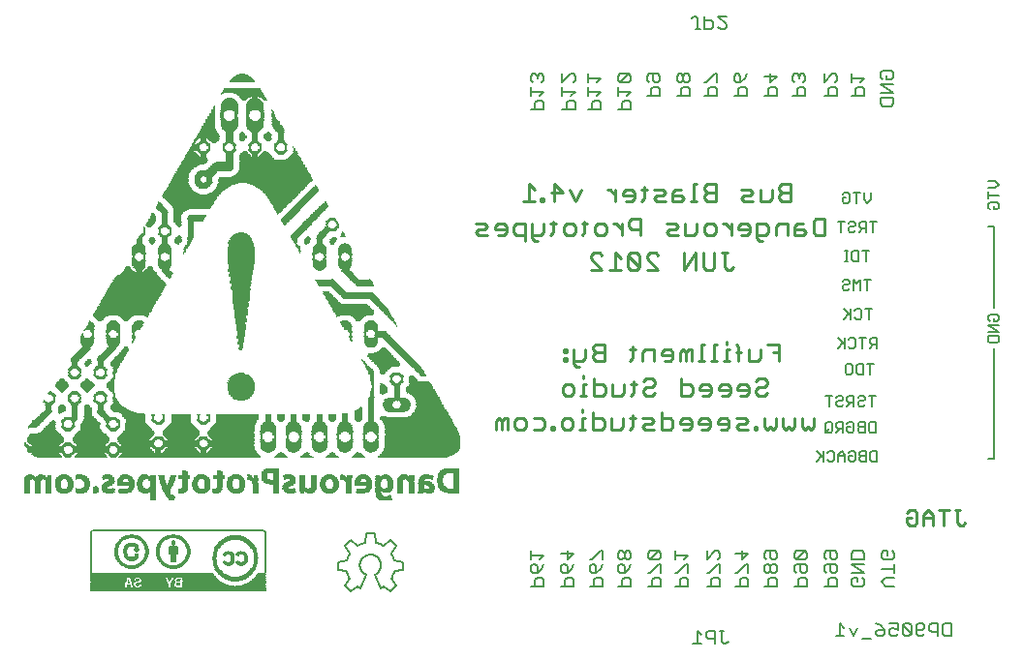
<source format=gbo>
G75*
G70*
%OFA0B0*%
%FSLAX24Y24*%
%IPPOS*%
%LPD*%
%AMOC8*
5,1,8,0,0,1.08239X$1,22.5*
%
%ADD10C,0.0110*%
%ADD11C,0.0060*%
%ADD12C,0.0050*%
%ADD13C,0.0080*%
%ADD14C,0.0090*%
%ADD15R,0.0440X0.0010*%
%ADD16R,0.0180X0.0010*%
%ADD17R,0.0210X0.0010*%
%ADD18R,0.0470X0.0010*%
%ADD19R,0.0220X0.0010*%
%ADD20R,0.0240X0.0010*%
%ADD21R,0.0480X0.0010*%
%ADD22R,0.0260X0.0010*%
%ADD23R,0.0490X0.0010*%
%ADD24R,0.0270X0.0010*%
%ADD25R,0.0500X0.0010*%
%ADD26R,0.0510X0.0010*%
%ADD27R,0.0280X0.0010*%
%ADD28R,0.0120X0.0010*%
%ADD29R,0.0250X0.0010*%
%ADD30R,0.0060X0.0010*%
%ADD31R,0.0230X0.0010*%
%ADD32R,0.0030X0.0010*%
%ADD33R,0.0200X0.0010*%
%ADD34R,0.0190X0.0010*%
%ADD35R,0.0130X0.0010*%
%ADD36R,0.0140X0.0010*%
%ADD37R,0.0170X0.0010*%
%ADD38R,0.0150X0.0010*%
%ADD39R,0.0160X0.0010*%
%ADD40R,0.0090X0.0010*%
%ADD41R,0.0100X0.0010*%
%ADD42R,0.0410X0.0010*%
%ADD43R,0.0300X0.0010*%
%ADD44R,0.0290X0.0010*%
%ADD45R,0.0380X0.0010*%
%ADD46R,0.0340X0.0010*%
%ADD47R,0.0310X0.0010*%
%ADD48R,0.0350X0.0010*%
%ADD49R,0.0320X0.0010*%
%ADD50R,0.0400X0.0010*%
%ADD51R,0.0360X0.0010*%
%ADD52R,0.0330X0.0010*%
%ADD53R,0.0370X0.0010*%
%ADD54R,0.0530X0.0010*%
%ADD55R,0.0390X0.0010*%
%ADD56R,0.0560X0.0010*%
%ADD57R,0.0450X0.0010*%
%ADD58R,0.0430X0.0010*%
%ADD59R,0.0540X0.0010*%
%ADD60R,0.0520X0.0010*%
%ADD61R,0.0550X0.0010*%
%ADD62R,0.0460X0.0010*%
%ADD63R,0.0590X0.0010*%
%ADD64R,0.0420X0.0010*%
%ADD65R,0.0600X0.0010*%
%ADD66R,0.0570X0.0010*%
%ADD67R,0.0610X0.0010*%
%ADD68R,0.0580X0.0010*%
%ADD69R,0.0630X0.0010*%
%ADD70R,0.0640X0.0010*%
%ADD71R,0.0650X0.0010*%
%ADD72R,0.0660X0.0010*%
%ADD73R,0.0110X0.0010*%
%ADD74R,0.0050X0.0010*%
%ADD75R,0.0070X0.0010*%
%ADD76R,0.0040X0.0010*%
%ADD77R,0.0020X0.0010*%
%ADD78R,0.0010X0.0010*%
%ADD79R,0.0910X0.0010*%
%ADD80R,0.0900X0.0010*%
%ADD81R,0.0080X0.0010*%
%ADD82R,0.0680X0.0010*%
%ADD83R,0.0620X0.0010*%
%ADD84R,0.2340X0.0010*%
%ADD85R,0.4900X0.0010*%
%ADD86R,0.1140X0.0010*%
%ADD87R,0.0800X0.0010*%
%ADD88R,0.2370X0.0010*%
%ADD89R,0.4860X0.0010*%
%ADD90R,0.1120X0.0010*%
%ADD91R,0.0840X0.0010*%
%ADD92R,0.2380X0.0010*%
%ADD93R,0.4850X0.0010*%
%ADD94R,0.1100X0.0010*%
%ADD95R,0.2400X0.0010*%
%ADD96R,0.4810X0.0010*%
%ADD97R,0.1080X0.0010*%
%ADD98R,0.0870X0.0010*%
%ADD99R,0.2430X0.0010*%
%ADD100R,0.4790X0.0010*%
%ADD101R,0.1060X0.0010*%
%ADD102R,0.4770X0.0010*%
%ADD103R,0.1040X0.0010*%
%ADD104R,0.2440X0.0010*%
%ADD105R,0.4750X0.0010*%
%ADD106R,0.1020X0.0010*%
%ADD107R,0.0930X0.0010*%
%ADD108R,0.2490X0.0010*%
%ADD109R,0.4730X0.0010*%
%ADD110R,0.1010X0.0010*%
%ADD111R,0.0960X0.0010*%
%ADD112R,0.1000X0.0010*%
%ADD113R,0.2500X0.0010*%
%ADD114R,0.0990X0.0010*%
%ADD115R,0.0980X0.0010*%
%ADD116R,0.2520X0.0010*%
%ADD117R,0.4680X0.0010*%
%ADD118R,0.0940X0.0010*%
%ADD119R,0.0950X0.0010*%
%ADD120R,0.0920X0.0010*%
%ADD121R,0.4670X0.0010*%
%ADD122R,0.2530X0.0010*%
%ADD123R,0.4650X0.0010*%
%ADD124R,0.2540X0.0010*%
%ADD125R,0.2570X0.0010*%
%ADD126R,0.1700X0.0010*%
%ADD127R,0.1290X0.0010*%
%ADD128R,0.1300X0.0010*%
%ADD129R,0.1350X0.0010*%
%ADD130R,0.1260X0.0010*%
%ADD131R,0.2550X0.0010*%
%ADD132R,0.1670X0.0010*%
%ADD133R,0.1280X0.0010*%
%ADD134R,0.1320X0.0010*%
%ADD135R,0.1250X0.0010*%
%ADD136R,0.1660X0.0010*%
%ADD137R,0.1310X0.0010*%
%ADD138R,0.1650X0.0010*%
%ADD139R,0.1230X0.0010*%
%ADD140R,0.1270X0.0010*%
%ADD141R,0.1640X0.0010*%
%ADD142R,0.1200X0.0010*%
%ADD143R,0.1240X0.0010*%
%ADD144R,0.2560X0.0010*%
%ADD145R,0.1620X0.0010*%
%ADD146R,0.1190X0.0010*%
%ADD147R,0.1600X0.0010*%
%ADD148R,0.1180X0.0010*%
%ADD149R,0.2590X0.0010*%
%ADD150R,0.1580X0.0010*%
%ADD151R,0.1160X0.0010*%
%ADD152R,0.1570X0.0010*%
%ADD153R,0.2580X0.0010*%
%ADD154R,0.1550X0.0010*%
%ADD155R,0.1540X0.0010*%
%ADD156R,0.1520X0.0010*%
%ADD157R,0.1510X0.0010*%
%ADD158R,0.1170X0.0010*%
%ADD159R,0.1500X0.0010*%
%ADD160R,0.1150X0.0010*%
%ADD161R,0.1490X0.0010*%
%ADD162R,0.1480X0.0010*%
%ADD163R,0.1460X0.0010*%
%ADD164R,0.1450X0.0010*%
%ADD165R,0.1130X0.0010*%
%ADD166R,0.1440X0.0010*%
%ADD167R,0.1430X0.0010*%
%ADD168R,0.1330X0.0010*%
%ADD169R,0.1340X0.0010*%
%ADD170R,0.1630X0.0010*%
%ADD171R,0.1610X0.0010*%
%ADD172R,0.0970X0.0010*%
%ADD173R,0.1030X0.0010*%
%ADD174R,0.1590X0.0010*%
%ADD175R,0.1050X0.0010*%
%ADD176R,0.1090X0.0010*%
%ADD177R,0.1110X0.0010*%
%ADD178R,0.1210X0.0010*%
%ADD179R,0.1220X0.0010*%
%ADD180R,0.1470X0.0010*%
%ADD181R,0.1070X0.0010*%
%ADD182R,0.1530X0.0010*%
%ADD183R,0.1560X0.0010*%
%ADD184R,0.0740X0.0010*%
%ADD185R,0.0730X0.0010*%
%ADD186R,0.0890X0.0010*%
%ADD187R,0.0850X0.0010*%
%ADD188R,0.0830X0.0010*%
%ADD189R,0.2510X0.0010*%
%ADD190R,0.0810X0.0010*%
%ADD191R,0.0790X0.0010*%
%ADD192R,0.0770X0.0010*%
%ADD193R,0.0760X0.0010*%
%ADD194R,0.0720X0.0010*%
%ADD195R,0.0690X0.0010*%
%ADD196R,0.2480X0.0010*%
%ADD197R,0.2470X0.0010*%
%ADD198R,0.0670X0.0010*%
%ADD199R,0.0880X0.0010*%
%ADD200R,0.2460X0.0010*%
%ADD201R,0.0860X0.0010*%
%ADD202R,0.2450X0.0010*%
%ADD203R,0.2420X0.0010*%
%ADD204R,0.1420X0.0010*%
%ADD205R,0.1410X0.0010*%
%ADD206R,0.0780X0.0010*%
%ADD207R,0.1400X0.0010*%
%ADD208R,0.0820X0.0010*%
%ADD209R,0.1390X0.0010*%
%ADD210R,0.0750X0.0010*%
%ADD211R,0.1380X0.0010*%
%ADD212R,0.0710X0.0010*%
%ADD213R,0.1370X0.0010*%
%ADD214R,0.0700X0.0010*%
%ADD215R,0.1360X0.0010*%
%ADD216R,0.2410X0.0010*%
%ADD217R,0.1900X0.0010*%
%ADD218R,0.1890X0.0010*%
%ADD219R,0.1910X0.0010*%
%ADD220R,0.1880X0.0010*%
%ADD221R,0.1870X0.0010*%
%ADD222R,0.1860X0.0010*%
%ADD223R,0.1840X0.0010*%
%ADD224R,0.1820X0.0010*%
%ADD225R,0.1800X0.0010*%
%ADD226R,0.1780X0.0010*%
%ADD227R,0.1770X0.0010*%
%ADD228R,0.1740X0.0010*%
%ADD229R,0.1730X0.0010*%
%ADD230R,0.1710X0.0010*%
%ADD231R,0.1690X0.0010*%
%ADD232R,0.1760X0.0010*%
%ADD233R,0.1790X0.0010*%
%ADD234R,0.1810X0.0010*%
%ADD235R,0.1830X0.0010*%
%ADD236R,0.1850X0.0010*%
%ADD237R,0.1920X0.0010*%
%ADD238R,0.1930X0.0010*%
%ADD239R,0.1950X0.0010*%
%ADD240R,0.1940X0.0010*%
%ADD241R,0.1720X0.0010*%
%ADD242R,0.2020X0.0010*%
%ADD243R,0.2080X0.0010*%
%ADD244R,0.2090X0.0010*%
%ADD245R,0.2160X0.0010*%
%ADD246R,0.3150X0.0010*%
%ADD247R,0.3160X0.0010*%
%ADD248R,0.3180X0.0010*%
%ADD249R,0.3190X0.0010*%
%ADD250R,0.3210X0.0010*%
%ADD251R,0.3220X0.0010*%
%ADD252R,0.3240X0.0010*%
%ADD253R,0.3250X0.0010*%
%ADD254R,0.3230X0.0010*%
%ADD255R,0.3200X0.0010*%
%ADD256R,0.3170X0.0010*%
%ADD257R,0.3130X0.0010*%
%ADD258R,0.3120X0.0010*%
%ADD259R,0.2760X0.0010*%
%ADD260R,0.2720X0.0010*%
%ADD261R,0.2690X0.0010*%
%ADD262R,0.2630X0.0010*%
%ADD263R,0.2620X0.0010*%
%ADD264R,0.2390X0.0010*%
%ADD265R,0.2360X0.0010*%
%ADD266R,0.2330X0.0010*%
%ADD267R,0.2320X0.0010*%
%ADD268R,0.2310X0.0010*%
%ADD269R,0.2290X0.0010*%
%ADD270R,0.2280X0.0010*%
%ADD271R,0.2270X0.0010*%
%ADD272R,0.2260X0.0010*%
%ADD273R,0.2250X0.0010*%
%ADD274R,0.2240X0.0010*%
%ADD275R,0.2230X0.0010*%
%ADD276R,0.2220X0.0010*%
%ADD277R,0.2200X0.0010*%
%ADD278R,0.2190X0.0010*%
%ADD279R,0.2180X0.0010*%
%ADD280R,0.2170X0.0010*%
%ADD281R,0.2140X0.0010*%
%ADD282R,0.6015X0.0015*%
%ADD283R,0.6045X0.0015*%
%ADD284R,0.4395X0.0015*%
%ADD285R,0.1620X0.0015*%
%ADD286R,0.2865X0.0015*%
%ADD287R,0.0210X0.0015*%
%ADD288R,0.0975X0.0015*%
%ADD289R,0.0075X0.0015*%
%ADD290R,0.0165X0.0015*%
%ADD291R,0.1170X0.0015*%
%ADD292R,0.0180X0.0015*%
%ADD293R,0.0945X0.0015*%
%ADD294R,0.0045X0.0015*%
%ADD295R,0.1035X0.0015*%
%ADD296R,0.1785X0.0015*%
%ADD297R,0.0930X0.0015*%
%ADD298R,0.0150X0.0015*%
%ADD299R,0.0885X0.0015*%
%ADD300R,0.1650X0.0015*%
%ADD301R,0.0060X0.0015*%
%ADD302R,0.0030X0.0015*%
%ADD303R,0.0135X0.0015*%
%ADD304R,0.1185X0.0015*%
%ADD305R,0.0810X0.0015*%
%ADD306R,0.1575X0.0015*%
%ADD307R,0.0120X0.0015*%
%ADD308R,0.0915X0.0015*%
%ADD309R,0.0765X0.0015*%
%ADD310R,0.1530X0.0015*%
%ADD311R,0.1200X0.0015*%
%ADD312R,0.0735X0.0015*%
%ADD313R,0.1485X0.0015*%
%ADD314R,0.0690X0.0015*%
%ADD315R,0.1455X0.0015*%
%ADD316R,0.1110X0.0015*%
%ADD317R,0.0660X0.0015*%
%ADD318R,0.1425X0.0015*%
%ADD319R,0.1080X0.0015*%
%ADD320R,0.1215X0.0015*%
%ADD321R,0.0630X0.0015*%
%ADD322R,0.1395X0.0015*%
%ADD323R,0.0090X0.0015*%
%ADD324R,0.1020X0.0015*%
%ADD325R,0.0600X0.0015*%
%ADD326R,0.1365X0.0015*%
%ADD327R,0.0960X0.0015*%
%ADD328R,0.0585X0.0015*%
%ADD329R,0.1335X0.0015*%
%ADD330R,0.1230X0.0015*%
%ADD331R,0.0555X0.0015*%
%ADD332R,0.1320X0.0015*%
%ADD333R,0.0540X0.0015*%
%ADD334R,0.1290X0.0015*%
%ADD335R,0.0885X0.0015*%
%ADD336R,0.0225X0.0015*%
%ADD337R,0.1245X0.0015*%
%ADD338R,0.0510X0.0015*%
%ADD339R,0.0300X0.0015*%
%ADD340R,0.1275X0.0015*%
%ADD341R,0.0105X0.0015*%
%ADD342R,0.0270X0.0015*%
%ADD343R,0.0015X0.0015*%
%ADD344R,0.0495X0.0015*%
%ADD345R,0.0435X0.0015*%
%ADD346R,0.1260X0.0015*%
%ADD347R,0.0855X0.0015*%
%ADD348R,0.0480X0.0015*%
%ADD349R,0.0525X0.0015*%
%ADD350R,0.0465X0.0015*%
%ADD351R,0.0600X0.0015*%
%ADD352R,0.0450X0.0015*%
%ADD353R,0.0675X0.0015*%
%ADD354R,0.0840X0.0015*%
%ADD355R,0.0420X0.0015*%
%ADD356R,0.0735X0.0015*%
%ADD357R,0.0405X0.0015*%
%ADD358R,0.0780X0.0015*%
%ADD359R,0.0825X0.0015*%
%ADD360R,0.1155X0.0015*%
%ADD361R,0.0195X0.0015*%
%ADD362R,0.0390X0.0015*%
%ADD363R,0.2670X0.0015*%
%ADD364R,0.0375X0.0015*%
%ADD365R,0.4320X0.0015*%
%ADD366R,0.0360X0.0015*%
%ADD367R,0.0330X0.0015*%
%ADD368R,0.4305X0.0015*%
%ADD369R,0.0345X0.0015*%
%ADD370R,0.4290X0.0015*%
%ADD371R,0.0330X0.0015*%
%ADD372R,0.4275X0.0015*%
%ADD373R,0.0255X0.0015*%
%ADD374R,0.4260X0.0015*%
%ADD375R,0.0315X0.0015*%
%ADD376R,0.0240X0.0015*%
%ADD377R,0.0300X0.0015*%
%ADD378R,0.4245X0.0015*%
%ADD379R,0.0285X0.0015*%
%ADD380R,0.4230X0.0015*%
%ADD381R,0.0270X0.0015*%
%ADD382R,0.4215X0.0015*%
%ADD383R,0.0060X0.0015*%
%ADD384R,0.0360X0.0015*%
%ADD385R,0.0450X0.0015*%
%ADD386R,0.0510X0.0015*%
%ADD387R,0.0570X0.0015*%
%ADD388R,0.0555X0.0015*%
%ADD389R,0.0615X0.0015*%
%ADD390R,0.0660X0.0015*%
%ADD391R,0.0345X0.0015*%
%ADD392R,0.0390X0.0015*%
%ADD393R,0.0315X0.0015*%
%ADD394R,0.0420X0.0015*%
%ADD395R,0.0465X0.0015*%
%ADD396R,0.0375X0.0015*%
%ADD397R,0.0285X0.0015*%
%ADD398R,0.0405X0.0015*%
%ADD399R,0.0870X0.0015*%
%ADD400R,0.0720X0.0015*%
%ADD401R,0.0645X0.0015*%
%ADD402R,0.0585X0.0015*%
%ADD403R,0.0495X0.0015*%
%ADD404R,0.0540X0.0015*%
%ADD405R,0.0480X0.0015*%
%ADD406R,0.6015X0.0015*%
%ADD407R,0.5985X0.0015*%
%ADD408R,0.5955X0.0015*%
%ADD409R,0.5895X0.0015*%
D10*
X022591Y010952D02*
X022591Y011247D01*
X022689Y011346D01*
X022788Y011247D01*
X022788Y010952D01*
X022984Y010952D02*
X022984Y011346D01*
X022886Y011346D01*
X022788Y011247D01*
X023235Y011247D02*
X023334Y011346D01*
X023531Y011346D01*
X023629Y011247D01*
X023629Y011050D01*
X023531Y010952D01*
X023334Y010952D01*
X023235Y011050D01*
X023235Y011247D01*
X023880Y011346D02*
X024175Y011346D01*
X024273Y011247D01*
X024273Y011050D01*
X024175Y010952D01*
X023880Y010952D01*
X024497Y010952D02*
X024497Y011050D01*
X024596Y011050D01*
X024596Y010952D01*
X024497Y010952D01*
X024847Y011050D02*
X024847Y011247D01*
X024945Y011346D01*
X025142Y011346D01*
X025240Y011247D01*
X025240Y011050D01*
X025142Y010952D01*
X024945Y010952D01*
X024847Y011050D01*
X025473Y010952D02*
X025670Y010952D01*
X025571Y010952D02*
X025571Y011346D01*
X025670Y011346D01*
X025571Y011542D02*
X025571Y011641D01*
X025921Y011542D02*
X025921Y010952D01*
X026216Y010952D01*
X026314Y011050D01*
X026314Y011247D01*
X026216Y011346D01*
X025921Y011346D01*
X026565Y011346D02*
X026565Y010952D01*
X026861Y010952D01*
X026959Y011050D01*
X026959Y011346D01*
X027192Y011346D02*
X027389Y011346D01*
X027290Y011444D02*
X027290Y011050D01*
X027192Y010952D01*
X027639Y011050D02*
X027738Y011149D01*
X027935Y011149D01*
X028033Y011247D01*
X027935Y011346D01*
X027639Y011346D01*
X027639Y011050D02*
X027738Y010952D01*
X028033Y010952D01*
X028284Y010952D02*
X028579Y010952D01*
X028678Y011050D01*
X028678Y011247D01*
X028579Y011346D01*
X028284Y011346D01*
X028284Y011542D02*
X028284Y010952D01*
X028929Y011149D02*
X029322Y011149D01*
X029322Y011247D02*
X029224Y011346D01*
X029027Y011346D01*
X028929Y011247D01*
X028929Y011149D01*
X029027Y010952D02*
X029224Y010952D01*
X029322Y011050D01*
X029322Y011247D01*
X029573Y011247D02*
X029573Y011149D01*
X029967Y011149D01*
X029967Y011247D02*
X029868Y011346D01*
X029671Y011346D01*
X029573Y011247D01*
X029671Y010952D02*
X029868Y010952D01*
X029967Y011050D01*
X029967Y011247D01*
X030218Y011247D02*
X030316Y011346D01*
X030513Y011346D01*
X030611Y011247D01*
X030611Y011050D01*
X030513Y010952D01*
X030316Y010952D01*
X030218Y011149D02*
X030611Y011149D01*
X030862Y011050D02*
X030961Y010952D01*
X031256Y010952D01*
X031157Y011149D02*
X030961Y011149D01*
X030862Y011050D01*
X030862Y011346D02*
X031157Y011346D01*
X031256Y011247D01*
X031157Y011149D01*
X031480Y011050D02*
X031480Y010952D01*
X031578Y010952D01*
X031578Y011050D01*
X031480Y011050D01*
X031829Y011050D02*
X031927Y010952D01*
X032026Y011050D01*
X032124Y010952D01*
X032223Y011050D01*
X032223Y011346D01*
X032473Y011346D02*
X032473Y011050D01*
X032572Y010952D01*
X032670Y011050D01*
X032769Y010952D01*
X032867Y011050D01*
X032867Y011346D01*
X033118Y011346D02*
X033118Y011050D01*
X033216Y010952D01*
X033315Y011050D01*
X033413Y010952D01*
X033512Y011050D01*
X033512Y011346D01*
X031829Y011346D02*
X031829Y011050D01*
X031838Y012133D02*
X031937Y012231D01*
X031838Y012133D02*
X031642Y012133D01*
X031543Y012231D01*
X031543Y012330D01*
X031642Y012428D01*
X031838Y012428D01*
X031937Y012527D01*
X031937Y012625D01*
X031838Y012724D01*
X031642Y012724D01*
X031543Y012625D01*
X031292Y012428D02*
X031194Y012527D01*
X030997Y012527D01*
X030899Y012428D01*
X030899Y012330D01*
X031292Y012330D01*
X031292Y012428D02*
X031292Y012231D01*
X031194Y012133D01*
X030997Y012133D01*
X030648Y012231D02*
X030648Y012428D01*
X030549Y012527D01*
X030353Y012527D01*
X030254Y012428D01*
X030254Y012330D01*
X030648Y012330D01*
X030648Y012231D02*
X030549Y012133D01*
X030353Y012133D01*
X030003Y012231D02*
X030003Y012428D01*
X029905Y012527D01*
X029708Y012527D01*
X029610Y012428D01*
X029610Y012330D01*
X030003Y012330D01*
X030003Y012231D02*
X029905Y012133D01*
X029708Y012133D01*
X029359Y012231D02*
X029359Y012428D01*
X029260Y012527D01*
X028965Y012527D01*
X028965Y012724D02*
X028965Y012133D01*
X029260Y012133D01*
X029359Y012231D01*
X029323Y013314D02*
X029323Y013708D01*
X029224Y013708D01*
X029126Y013609D01*
X029027Y013708D01*
X028929Y013609D01*
X028929Y013314D01*
X029126Y013314D02*
X029126Y013609D01*
X028678Y013609D02*
X028580Y013708D01*
X028383Y013708D01*
X028285Y013609D01*
X028285Y013511D01*
X028678Y013511D01*
X028678Y013413D02*
X028678Y013609D01*
X028678Y013413D02*
X028580Y013314D01*
X028383Y013314D01*
X028034Y013314D02*
X028034Y013708D01*
X027738Y013708D01*
X027640Y013609D01*
X027640Y013314D01*
X027291Y013413D02*
X027192Y013314D01*
X027291Y013413D02*
X027291Y013806D01*
X027389Y013708D02*
X027192Y013708D01*
X026315Y013609D02*
X026020Y013609D01*
X025921Y013511D01*
X025921Y013413D01*
X026020Y013314D01*
X026315Y013314D01*
X026315Y013905D01*
X026020Y013905D01*
X025921Y013806D01*
X025921Y013708D01*
X026020Y013609D01*
X025670Y013708D02*
X025670Y013413D01*
X025572Y013314D01*
X025277Y013314D01*
X025277Y013216D02*
X025375Y013117D01*
X025474Y013117D01*
X025277Y013216D02*
X025277Y013708D01*
X025026Y013708D02*
X025026Y013609D01*
X024927Y013609D01*
X024927Y013708D01*
X025026Y013708D01*
X025026Y013413D02*
X025026Y013314D01*
X024927Y013314D01*
X024927Y013413D01*
X025026Y013413D01*
X025608Y012822D02*
X025608Y012724D01*
X025608Y012527D02*
X025608Y012133D01*
X025706Y012133D02*
X025510Y012133D01*
X025277Y012231D02*
X025178Y012133D01*
X024981Y012133D01*
X024883Y012231D01*
X024883Y012428D01*
X024981Y012527D01*
X025178Y012527D01*
X025277Y012428D01*
X025277Y012231D01*
X025608Y012527D02*
X025706Y012527D01*
X025957Y012527D02*
X026253Y012527D01*
X026351Y012428D01*
X026351Y012231D01*
X026253Y012133D01*
X025957Y012133D01*
X025957Y012724D01*
X026602Y012527D02*
X026602Y012133D01*
X026897Y012133D01*
X026995Y012231D01*
X026995Y012527D01*
X027228Y012527D02*
X027425Y012527D01*
X027327Y012625D02*
X027327Y012231D01*
X027228Y012133D01*
X027676Y012231D02*
X027774Y012133D01*
X027971Y012133D01*
X028070Y012231D01*
X027971Y012428D02*
X027774Y012428D01*
X027676Y012330D01*
X027676Y012231D01*
X027971Y012428D02*
X028070Y012527D01*
X028070Y012625D01*
X027971Y012724D01*
X027774Y012724D01*
X027676Y012625D01*
X029556Y013314D02*
X029752Y013314D01*
X029654Y013314D02*
X029654Y013905D01*
X029752Y013905D01*
X030084Y013905D02*
X030084Y013314D01*
X030182Y013314D02*
X029985Y013314D01*
X030415Y013314D02*
X030612Y013314D01*
X030513Y013314D02*
X030513Y013708D01*
X030612Y013708D01*
X030513Y013905D02*
X030513Y014003D01*
X030182Y013905D02*
X030084Y013905D01*
X030845Y013905D02*
X030943Y013806D01*
X030943Y013314D01*
X031041Y013609D02*
X030845Y013609D01*
X031292Y013708D02*
X031292Y013314D01*
X031588Y013314D01*
X031686Y013413D01*
X031686Y013708D01*
X031937Y013905D02*
X032331Y013905D01*
X032331Y013314D01*
X032331Y013609D02*
X032134Y013609D01*
X030218Y011247D02*
X030218Y011149D01*
X030013Y016464D02*
X029816Y016464D01*
X029718Y016562D01*
X029718Y017054D01*
X029467Y017054D02*
X029073Y016464D01*
X029073Y017054D01*
X029467Y017054D02*
X029467Y016464D01*
X030013Y016464D02*
X030111Y016562D01*
X030111Y017054D01*
X030362Y017054D02*
X030559Y017054D01*
X030460Y017054D02*
X030460Y016562D01*
X030559Y016464D01*
X030657Y016464D01*
X030756Y016562D01*
X031676Y017448D02*
X031578Y017547D01*
X031578Y018039D01*
X031873Y018039D01*
X031972Y017940D01*
X031972Y017743D01*
X031873Y017645D01*
X031578Y017645D01*
X031676Y017448D02*
X031775Y017448D01*
X032223Y017645D02*
X032223Y017940D01*
X032321Y018039D01*
X032616Y018039D01*
X032616Y017645D01*
X032867Y017645D02*
X033162Y017645D01*
X033261Y017743D01*
X033162Y017842D01*
X032867Y017842D01*
X032867Y017940D02*
X032867Y017645D01*
X032867Y017940D02*
X032966Y018039D01*
X033162Y018039D01*
X033512Y018137D02*
X033512Y017743D01*
X033610Y017645D01*
X033905Y017645D01*
X033905Y018235D01*
X033610Y018235D01*
X033512Y018137D01*
X032724Y018826D02*
X032429Y018826D01*
X032331Y018924D01*
X032331Y019023D01*
X032429Y019121D01*
X032724Y019121D01*
X032724Y018826D02*
X032724Y019416D01*
X032429Y019416D01*
X032331Y019318D01*
X032331Y019220D01*
X032429Y019121D01*
X032080Y019220D02*
X032080Y018924D01*
X031981Y018826D01*
X031686Y018826D01*
X031686Y019220D01*
X031435Y019121D02*
X031337Y019220D01*
X031041Y019220D01*
X031140Y019023D02*
X031041Y018924D01*
X031140Y018826D01*
X031435Y018826D01*
X031337Y019023D02*
X031435Y019121D01*
X031337Y019023D02*
X031140Y019023D01*
X030146Y019121D02*
X029851Y019121D01*
X029752Y019023D01*
X029752Y018924D01*
X029851Y018826D01*
X030146Y018826D01*
X030146Y019416D01*
X029851Y019416D01*
X029752Y019318D01*
X029752Y019220D01*
X029851Y019121D01*
X029502Y018826D02*
X029305Y018826D01*
X029403Y018826D02*
X029403Y019416D01*
X029502Y019416D01*
X028974Y019220D02*
X028777Y019220D01*
X028678Y019121D01*
X028678Y018826D01*
X028974Y018826D01*
X029072Y018924D01*
X028974Y019023D01*
X028678Y019023D01*
X028427Y019121D02*
X028329Y019220D01*
X028034Y019220D01*
X028132Y019023D02*
X028329Y019023D01*
X028427Y019121D01*
X028427Y018826D02*
X028132Y018826D01*
X028034Y018924D01*
X028132Y019023D01*
X027783Y019220D02*
X027586Y019220D01*
X027684Y019318D02*
X027684Y018924D01*
X027586Y018826D01*
X027353Y018924D02*
X027353Y019121D01*
X027255Y019220D01*
X027058Y019220D01*
X026959Y019121D01*
X026959Y019023D01*
X027353Y019023D01*
X027353Y018924D02*
X027255Y018826D01*
X027058Y018826D01*
X026709Y018826D02*
X026709Y019220D01*
X026709Y019023D02*
X026512Y019220D01*
X026413Y019220D01*
X025527Y019220D02*
X025330Y018826D01*
X025133Y019220D01*
X024882Y019121D02*
X024489Y019121D01*
X024587Y018826D02*
X024587Y019416D01*
X024882Y019121D01*
X024238Y018924D02*
X024140Y018924D01*
X024140Y018826D01*
X024238Y018826D01*
X024238Y018924D01*
X023916Y018826D02*
X023522Y018826D01*
X023719Y018826D02*
X023719Y019416D01*
X023916Y019220D01*
X024569Y018137D02*
X024569Y017743D01*
X024470Y017645D01*
X024237Y017743D02*
X024237Y018039D01*
X024470Y018039D02*
X024667Y018039D01*
X024918Y017940D02*
X024918Y017743D01*
X025016Y017645D01*
X025213Y017645D01*
X025312Y017743D01*
X025312Y017940D01*
X025213Y018039D01*
X025016Y018039D01*
X024918Y017940D01*
X025545Y018039D02*
X025741Y018039D01*
X025643Y018137D02*
X025643Y017743D01*
X025545Y017645D01*
X025992Y017743D02*
X025992Y017940D01*
X026091Y018039D01*
X026287Y018039D01*
X026386Y017940D01*
X026386Y017743D01*
X026287Y017645D01*
X026091Y017645D01*
X025992Y017743D01*
X025949Y017054D02*
X026146Y017054D01*
X026244Y016956D01*
X025949Y017054D02*
X025850Y016956D01*
X025850Y016857D01*
X026244Y016464D01*
X025850Y016464D01*
X026495Y016464D02*
X026889Y016464D01*
X026692Y016464D02*
X026692Y017054D01*
X026889Y016857D01*
X027139Y016956D02*
X027139Y016562D01*
X027238Y016464D01*
X027435Y016464D01*
X027533Y016562D01*
X027139Y016956D01*
X027238Y017054D01*
X027435Y017054D01*
X027533Y016956D01*
X027533Y016562D01*
X027784Y016464D02*
X028178Y016464D01*
X027784Y016857D01*
X027784Y016956D01*
X027882Y017054D01*
X028079Y017054D01*
X028178Y016956D01*
X028561Y017645D02*
X028463Y017743D01*
X028561Y017842D01*
X028758Y017842D01*
X028857Y017940D01*
X028758Y018039D01*
X028463Y018039D01*
X028561Y017645D02*
X028857Y017645D01*
X029107Y017645D02*
X029107Y018039D01*
X029501Y018039D02*
X029501Y017743D01*
X029403Y017645D01*
X029107Y017645D01*
X029752Y017743D02*
X029752Y017940D01*
X029850Y018039D01*
X030047Y018039D01*
X030146Y017940D01*
X030146Y017743D01*
X030047Y017645D01*
X029850Y017645D01*
X029752Y017743D01*
X030387Y018039D02*
X030486Y018039D01*
X030683Y017842D01*
X030683Y017645D02*
X030683Y018039D01*
X030934Y017940D02*
X030934Y017842D01*
X031327Y017842D01*
X031327Y017940D02*
X031229Y018039D01*
X031032Y018039D01*
X030934Y017940D01*
X031032Y017645D02*
X031229Y017645D01*
X031327Y017743D01*
X031327Y017940D01*
X027567Y017842D02*
X027272Y017842D01*
X027174Y017940D01*
X027174Y018137D01*
X027272Y018235D01*
X027567Y018235D01*
X027567Y017645D01*
X026923Y017645D02*
X026923Y018039D01*
X026726Y018039D02*
X026628Y018039D01*
X026726Y018039D02*
X026923Y017842D01*
X024237Y017743D02*
X024139Y017645D01*
X023844Y017645D01*
X023844Y017547D02*
X023942Y017448D01*
X024041Y017448D01*
X023844Y017547D02*
X023844Y018039D01*
X023593Y018039D02*
X023298Y018039D01*
X023199Y017940D01*
X023199Y017743D01*
X023298Y017645D01*
X023593Y017645D01*
X023593Y017448D02*
X023593Y018039D01*
X022948Y017940D02*
X022948Y017743D01*
X022850Y017645D01*
X022653Y017645D01*
X022555Y017842D02*
X022948Y017842D01*
X022948Y017940D02*
X022850Y018039D01*
X022653Y018039D01*
X022555Y017940D01*
X022555Y017842D01*
X022304Y017940D02*
X022205Y018039D01*
X021910Y018039D01*
X022009Y017842D02*
X022205Y017842D01*
X022304Y017940D01*
X022304Y017645D02*
X022009Y017645D01*
X021910Y017743D01*
X022009Y017842D01*
D11*
X023795Y021997D02*
X024236Y021997D01*
X024236Y022217D01*
X024162Y022290D01*
X024016Y022290D01*
X023942Y022217D01*
X023942Y021997D01*
X023795Y022457D02*
X023795Y022751D01*
X023795Y022604D02*
X024236Y022604D01*
X024089Y022457D01*
X024162Y022917D02*
X024236Y022991D01*
X024236Y023138D01*
X024162Y023211D01*
X024089Y023211D01*
X024016Y023138D01*
X023942Y023211D01*
X023869Y023211D01*
X023795Y023138D01*
X023795Y022991D01*
X023869Y022917D01*
X024016Y023064D02*
X024016Y023138D01*
X024878Y023211D02*
X024878Y022917D01*
X025172Y023211D01*
X025245Y023211D01*
X025318Y023138D01*
X025318Y022991D01*
X025245Y022917D01*
X025318Y022604D02*
X024878Y022604D01*
X024878Y022457D02*
X024878Y022751D01*
X025172Y022457D02*
X025318Y022604D01*
X025245Y022290D02*
X025098Y022290D01*
X025025Y022217D01*
X025025Y021997D01*
X024878Y021997D02*
X025318Y021997D01*
X025318Y022217D01*
X025245Y022290D01*
X025764Y022457D02*
X025764Y022751D01*
X025764Y022604D02*
X026204Y022604D01*
X026058Y022457D01*
X026131Y022290D02*
X025984Y022290D01*
X025911Y022217D01*
X025911Y021997D01*
X025764Y021997D02*
X026204Y021997D01*
X026204Y022217D01*
X026131Y022290D01*
X026797Y022457D02*
X026797Y022751D01*
X026797Y022604D02*
X027238Y022604D01*
X027091Y022457D01*
X027164Y022290D02*
X027018Y022290D01*
X026944Y022217D01*
X026944Y021997D01*
X026797Y021997D02*
X027238Y021997D01*
X027238Y022217D01*
X027164Y022290D01*
X027782Y022457D02*
X028222Y022457D01*
X028222Y022677D01*
X028149Y022751D01*
X028002Y022751D01*
X027928Y022677D01*
X027928Y022457D01*
X028815Y022457D02*
X029255Y022457D01*
X029255Y022677D01*
X029182Y022751D01*
X029035Y022751D01*
X028962Y022677D01*
X028962Y022457D01*
X028962Y022917D02*
X029035Y022991D01*
X029035Y023138D01*
X028962Y023211D01*
X028889Y023211D01*
X028815Y023138D01*
X028815Y022991D01*
X028889Y022917D01*
X028962Y022917D01*
X029035Y022991D02*
X029109Y022917D01*
X029182Y022917D01*
X029255Y022991D01*
X029255Y023138D01*
X029182Y023211D01*
X029109Y023211D01*
X029035Y023138D01*
X029750Y022917D02*
X029824Y022917D01*
X030117Y023211D01*
X030191Y023211D01*
X030191Y022917D01*
X030117Y022751D02*
X029970Y022751D01*
X029897Y022677D01*
X029897Y022457D01*
X029750Y022457D02*
X030191Y022457D01*
X030191Y022677D01*
X030117Y022751D01*
X030784Y022991D02*
X030784Y023138D01*
X030857Y023211D01*
X030930Y023211D01*
X031004Y023138D01*
X031004Y022917D01*
X030857Y022917D01*
X030784Y022991D01*
X031004Y022917D02*
X031151Y023064D01*
X031224Y023211D01*
X031817Y023138D02*
X032257Y023138D01*
X032037Y022917D01*
X032037Y023211D01*
X032801Y023138D02*
X032801Y022991D01*
X032875Y022917D01*
X033021Y023064D02*
X033021Y023138D01*
X032948Y023211D01*
X032875Y023211D01*
X032801Y023138D01*
X033021Y023138D02*
X033095Y023211D01*
X033168Y023211D01*
X033242Y023138D01*
X033242Y022991D01*
X033168Y022917D01*
X033168Y022751D02*
X033021Y022751D01*
X032948Y022677D01*
X032948Y022457D01*
X032801Y022457D02*
X033242Y022457D01*
X033242Y022677D01*
X033168Y022751D01*
X033884Y022917D02*
X034178Y023211D01*
X034251Y023211D01*
X034324Y023138D01*
X034324Y022991D01*
X034251Y022917D01*
X034251Y022751D02*
X034104Y022751D01*
X034031Y022677D01*
X034031Y022457D01*
X033884Y022457D02*
X034324Y022457D01*
X034324Y022677D01*
X034251Y022751D01*
X033884Y022917D02*
X033884Y023211D01*
X034819Y023211D02*
X034819Y022917D01*
X034819Y023064D02*
X035259Y023064D01*
X035113Y022917D01*
X035186Y022751D02*
X035039Y022751D01*
X034966Y022677D01*
X034966Y022457D01*
X034819Y022457D02*
X035259Y022457D01*
X035259Y022677D01*
X035186Y022751D01*
X035818Y022854D02*
X036258Y022561D01*
X035818Y022561D01*
X035818Y022394D02*
X035818Y022174D01*
X035891Y022101D01*
X036185Y022101D01*
X036258Y022174D01*
X036258Y022394D01*
X035818Y022394D01*
X035818Y022854D02*
X036258Y022854D01*
X036185Y023021D02*
X036038Y023021D01*
X036038Y023168D01*
X036185Y023021D02*
X036258Y023095D01*
X036258Y023241D01*
X036185Y023315D01*
X035891Y023315D01*
X035818Y023241D01*
X035818Y023095D01*
X035891Y023021D01*
X032257Y022677D02*
X032257Y022457D01*
X031817Y022457D01*
X031964Y022457D02*
X031964Y022677D01*
X032037Y022751D01*
X032184Y022751D01*
X032257Y022677D01*
X031224Y022677D02*
X031224Y022457D01*
X030784Y022457D01*
X030930Y022457D02*
X030930Y022677D01*
X031004Y022751D01*
X031151Y022751D01*
X031224Y022677D01*
X030459Y024762D02*
X030312Y024762D01*
X030239Y024836D01*
X030072Y024836D02*
X030072Y024982D01*
X029999Y025056D01*
X029778Y025056D01*
X029778Y025203D02*
X029778Y024762D01*
X029999Y024762D01*
X030072Y024836D01*
X030459Y024762D02*
X030532Y024836D01*
X030532Y024909D01*
X030239Y025203D01*
X030532Y025203D01*
X029538Y025129D02*
X029538Y024762D01*
X029465Y024762D02*
X029612Y024762D01*
X029538Y025129D02*
X029465Y025203D01*
X029391Y025203D01*
X029318Y025129D01*
X028149Y023211D02*
X027855Y023211D01*
X027782Y023138D01*
X027782Y022991D01*
X027855Y022917D01*
X028002Y022991D02*
X028002Y023211D01*
X028149Y023211D02*
X028222Y023138D01*
X028222Y022991D01*
X028149Y022917D01*
X028075Y022917D01*
X028002Y022991D01*
X027238Y022991D02*
X027238Y023138D01*
X027164Y023211D01*
X026871Y022917D01*
X026797Y022991D01*
X026797Y023138D01*
X026871Y023211D01*
X027164Y023211D01*
X027238Y022991D02*
X027164Y022917D01*
X026871Y022917D01*
X026204Y023064D02*
X025764Y023064D01*
X025764Y022917D02*
X025764Y023211D01*
X026058Y022917D02*
X026204Y023064D01*
X026180Y006774D02*
X025887Y006480D01*
X025813Y006480D01*
X025887Y006314D02*
X025960Y006314D01*
X026033Y006240D01*
X026033Y006020D01*
X025887Y006020D01*
X025813Y006093D01*
X025813Y006240D01*
X025887Y006314D01*
X026180Y006167D02*
X026033Y006020D01*
X026033Y005853D02*
X025960Y005780D01*
X025960Y005560D01*
X025813Y005560D02*
X026254Y005560D01*
X026254Y005780D01*
X026180Y005853D01*
X026033Y005853D01*
X026180Y006167D02*
X026254Y006314D01*
X026254Y006480D02*
X026254Y006774D01*
X026180Y006774D01*
X026797Y006701D02*
X026797Y006554D01*
X026871Y006480D01*
X026944Y006480D01*
X027018Y006554D01*
X027018Y006701D01*
X026944Y006774D01*
X026871Y006774D01*
X026797Y006701D01*
X027018Y006701D02*
X027091Y006774D01*
X027164Y006774D01*
X027238Y006701D01*
X027238Y006554D01*
X027164Y006480D01*
X027091Y006480D01*
X027018Y006554D01*
X026944Y006314D02*
X027018Y006240D01*
X027018Y006020D01*
X026871Y006020D01*
X026797Y006093D01*
X026797Y006240D01*
X026871Y006314D01*
X026944Y006314D01*
X027164Y006167D02*
X027018Y006020D01*
X027018Y005853D02*
X026944Y005780D01*
X026944Y005560D01*
X026797Y005560D02*
X027238Y005560D01*
X027238Y005780D01*
X027164Y005853D01*
X027018Y005853D01*
X027164Y006167D02*
X027238Y006314D01*
X027831Y006554D02*
X027904Y006480D01*
X028198Y006774D01*
X027904Y006774D01*
X027831Y006701D01*
X027831Y006554D01*
X027904Y006480D02*
X028198Y006480D01*
X028271Y006554D01*
X028271Y006701D01*
X028198Y006774D01*
X028198Y006314D02*
X027904Y006020D01*
X027831Y006020D01*
X028051Y005853D02*
X027978Y005780D01*
X027978Y005560D01*
X027831Y005560D02*
X028271Y005560D01*
X028271Y005780D01*
X028198Y005853D01*
X028051Y005853D01*
X028271Y006020D02*
X028271Y006314D01*
X028198Y006314D01*
X028766Y006480D02*
X028766Y006774D01*
X028766Y006627D02*
X029206Y006627D01*
X029059Y006480D01*
X029133Y006314D02*
X028839Y006020D01*
X028766Y006020D01*
X028986Y005853D02*
X028913Y005780D01*
X028913Y005560D01*
X028766Y005560D02*
X029206Y005560D01*
X029206Y005780D01*
X029133Y005853D01*
X028986Y005853D01*
X029206Y006020D02*
X029206Y006314D01*
X029133Y006314D01*
X029849Y006480D02*
X030142Y006774D01*
X030216Y006774D01*
X030289Y006701D01*
X030289Y006554D01*
X030216Y006480D01*
X030216Y006314D02*
X029922Y006020D01*
X029849Y006020D01*
X030069Y005853D02*
X029995Y005780D01*
X029995Y005560D01*
X029849Y005560D02*
X030289Y005560D01*
X030289Y005780D01*
X030216Y005853D01*
X030069Y005853D01*
X030289Y006020D02*
X030289Y006314D01*
X030216Y006314D01*
X029849Y006480D02*
X029849Y006774D01*
X030833Y006701D02*
X031273Y006701D01*
X031053Y006480D01*
X031053Y006774D01*
X031200Y006314D02*
X030906Y006020D01*
X030833Y006020D01*
X031053Y005853D02*
X030980Y005780D01*
X030980Y005560D01*
X030833Y005560D02*
X031273Y005560D01*
X031273Y005780D01*
X031200Y005853D01*
X031053Y005853D01*
X031273Y006020D02*
X031273Y006314D01*
X031200Y006314D01*
X031817Y006240D02*
X031817Y006093D01*
X031890Y006020D01*
X031964Y006020D01*
X032037Y006093D01*
X032037Y006240D01*
X031964Y006314D01*
X031890Y006314D01*
X031817Y006240D01*
X032037Y006240D02*
X032111Y006314D01*
X032184Y006314D01*
X032257Y006240D01*
X032257Y006093D01*
X032184Y006020D01*
X032111Y006020D01*
X032037Y006093D01*
X032037Y005853D02*
X031964Y005780D01*
X031964Y005560D01*
X031817Y005560D02*
X032257Y005560D01*
X032257Y005780D01*
X032184Y005853D01*
X032037Y005853D01*
X032851Y006093D02*
X032851Y006240D01*
X032924Y006314D01*
X033218Y006314D01*
X033291Y006240D01*
X033291Y006093D01*
X033218Y006020D01*
X033144Y006020D01*
X033071Y006093D01*
X033071Y006314D01*
X033218Y006480D02*
X033291Y006554D01*
X033291Y006701D01*
X033218Y006774D01*
X032924Y006480D01*
X032851Y006554D01*
X032851Y006701D01*
X032924Y006774D01*
X033218Y006774D01*
X033218Y006480D02*
X032924Y006480D01*
X032851Y006093D02*
X032924Y006020D01*
X033071Y005853D02*
X032997Y005780D01*
X032997Y005560D01*
X032851Y005560D02*
X033291Y005560D01*
X033291Y005780D01*
X033218Y005853D01*
X033071Y005853D01*
X033884Y006093D02*
X033884Y006240D01*
X033957Y006314D01*
X034251Y006314D01*
X034324Y006240D01*
X034324Y006093D01*
X034251Y006020D01*
X034178Y006020D01*
X034104Y006093D01*
X034104Y006314D01*
X034178Y006480D02*
X034104Y006554D01*
X034104Y006774D01*
X033957Y006774D02*
X034251Y006774D01*
X034324Y006701D01*
X034324Y006554D01*
X034251Y006480D01*
X034178Y006480D01*
X033957Y006480D02*
X033884Y006554D01*
X033884Y006701D01*
X033957Y006774D01*
X033884Y006093D02*
X033957Y006020D01*
X034104Y005853D02*
X034031Y005780D01*
X034031Y005560D01*
X033884Y005560D02*
X034324Y005560D01*
X034324Y005780D01*
X034251Y005853D01*
X034104Y005853D01*
X034819Y005780D02*
X034892Y005853D01*
X035039Y005853D01*
X035039Y005706D01*
X034892Y005560D02*
X034819Y005633D01*
X034819Y005780D01*
X034892Y005560D02*
X035186Y005560D01*
X035259Y005633D01*
X035259Y005780D01*
X035186Y005853D01*
X035259Y006020D02*
X034819Y006020D01*
X034819Y006314D02*
X035259Y006314D01*
X035259Y006480D02*
X035259Y006701D01*
X035186Y006774D01*
X034892Y006774D01*
X034819Y006701D01*
X034819Y006480D01*
X035259Y006480D01*
X035259Y006020D02*
X034819Y006314D01*
X035853Y006167D02*
X036293Y006167D01*
X036293Y006020D02*
X036293Y006314D01*
X036219Y006480D02*
X035926Y006480D01*
X035853Y006554D01*
X035853Y006701D01*
X035926Y006774D01*
X036073Y006774D01*
X036073Y006627D01*
X036219Y006480D02*
X036293Y006554D01*
X036293Y006701D01*
X036219Y006774D01*
X036293Y005853D02*
X035999Y005853D01*
X035853Y005706D01*
X035999Y005560D01*
X036293Y005560D01*
X036420Y004281D02*
X036420Y004061D01*
X036273Y004134D01*
X036199Y004134D01*
X036126Y004061D01*
X036126Y003914D01*
X036199Y003840D01*
X036346Y003840D01*
X036420Y003914D01*
X036586Y003914D02*
X036660Y003840D01*
X036807Y003840D01*
X036880Y003914D01*
X036586Y004207D01*
X036586Y003914D01*
X036586Y004207D02*
X036660Y004281D01*
X036807Y004281D01*
X036880Y004207D01*
X036880Y003914D01*
X037047Y003914D02*
X037120Y003840D01*
X037267Y003840D01*
X037340Y003914D01*
X037267Y004061D02*
X037047Y004061D01*
X037047Y004207D02*
X037047Y003914D01*
X037267Y004061D02*
X037340Y004134D01*
X037340Y004207D01*
X037267Y004281D01*
X037120Y004281D01*
X037047Y004207D01*
X037507Y004207D02*
X037507Y004061D01*
X037581Y003987D01*
X037801Y003987D01*
X037801Y003840D02*
X037801Y004281D01*
X037581Y004281D01*
X037507Y004207D01*
X037967Y004207D02*
X037967Y003914D01*
X038041Y003840D01*
X038261Y003840D01*
X038261Y004281D01*
X038041Y004281D01*
X037967Y004207D01*
X036420Y004281D02*
X036126Y004281D01*
X035959Y004061D02*
X035739Y004061D01*
X035666Y003987D01*
X035666Y003914D01*
X035739Y003840D01*
X035886Y003840D01*
X035959Y003914D01*
X035959Y004061D01*
X035812Y004207D01*
X035666Y004281D01*
X035499Y003767D02*
X035205Y003767D01*
X034892Y003840D02*
X034745Y004134D01*
X034578Y004134D02*
X034431Y004281D01*
X034431Y003840D01*
X034285Y003840D02*
X034578Y003840D01*
X034892Y003840D02*
X035039Y004134D01*
X032257Y006554D02*
X032184Y006480D01*
X032111Y006480D01*
X032037Y006554D01*
X032037Y006774D01*
X031890Y006774D02*
X032184Y006774D01*
X032257Y006701D01*
X032257Y006554D01*
X031890Y006480D02*
X031817Y006554D01*
X031817Y006701D01*
X031890Y006774D01*
X030437Y004035D02*
X030290Y004035D01*
X030364Y004035D02*
X030364Y003668D01*
X030437Y003594D01*
X030510Y003594D01*
X030584Y003668D01*
X030124Y003741D02*
X029903Y003741D01*
X029830Y003814D01*
X029830Y003961D01*
X029903Y004035D01*
X030124Y004035D01*
X030124Y003594D01*
X029663Y003594D02*
X029370Y003594D01*
X029516Y003594D02*
X029516Y004035D01*
X029663Y003888D01*
X025269Y005560D02*
X025269Y005780D01*
X025196Y005853D01*
X025049Y005853D01*
X024976Y005780D01*
X024976Y005560D01*
X024829Y005560D02*
X025269Y005560D01*
X025049Y006020D02*
X025049Y006240D01*
X024976Y006314D01*
X024902Y006314D01*
X024829Y006240D01*
X024829Y006093D01*
X024902Y006020D01*
X025049Y006020D01*
X025196Y006167D01*
X025269Y006314D01*
X025049Y006480D02*
X025049Y006774D01*
X024829Y006701D02*
X025269Y006701D01*
X025049Y006480D01*
X024236Y006627D02*
X024089Y006480D01*
X024236Y006627D02*
X023795Y006627D01*
X023795Y006480D02*
X023795Y006774D01*
X023869Y006314D02*
X023795Y006240D01*
X023795Y006093D01*
X023869Y006020D01*
X024016Y006020D01*
X024016Y006240D01*
X023942Y006314D01*
X023869Y006314D01*
X024162Y006167D02*
X024236Y006314D01*
X024162Y006167D02*
X024016Y006020D01*
X024016Y005853D02*
X023942Y005780D01*
X023942Y005560D01*
X023795Y005560D02*
X024236Y005560D01*
X024236Y005780D01*
X024162Y005853D01*
X024016Y005853D01*
D12*
X033626Y009865D02*
X033801Y010040D01*
X033860Y009982D02*
X033626Y010216D01*
X033860Y010216D02*
X033860Y009865D01*
X033994Y009924D02*
X034053Y009865D01*
X034169Y009865D01*
X034228Y009924D01*
X034228Y010157D01*
X034169Y010216D01*
X034053Y010216D01*
X033994Y010157D01*
X034363Y010099D02*
X034363Y009865D01*
X034363Y010040D02*
X034596Y010040D01*
X034596Y010099D02*
X034596Y009865D01*
X034731Y009924D02*
X034731Y010040D01*
X034848Y010040D01*
X034964Y009924D02*
X034906Y009865D01*
X034789Y009865D01*
X034731Y009924D01*
X034596Y010099D02*
X034479Y010216D01*
X034363Y010099D01*
X034731Y010157D02*
X034789Y010216D01*
X034906Y010216D01*
X034964Y010157D01*
X034964Y009924D01*
X035099Y009924D02*
X035158Y009865D01*
X035333Y009865D01*
X035333Y010216D01*
X035158Y010216D01*
X035099Y010157D01*
X035099Y010099D01*
X035158Y010040D01*
X035333Y010040D01*
X035158Y010040D02*
X035099Y009982D01*
X035099Y009924D01*
X035468Y009924D02*
X035468Y010157D01*
X035526Y010216D01*
X035701Y010216D01*
X035701Y009865D01*
X035526Y009865D01*
X035468Y009924D01*
X035472Y010865D02*
X035414Y010924D01*
X035414Y011157D01*
X035472Y011216D01*
X035647Y011216D01*
X035647Y010865D01*
X035472Y010865D01*
X035279Y010865D02*
X035104Y010865D01*
X035045Y010924D01*
X035045Y010982D01*
X035104Y011040D01*
X035279Y011040D01*
X035279Y010865D02*
X035279Y011216D01*
X035104Y011216D01*
X035045Y011157D01*
X035045Y011099D01*
X035104Y011040D01*
X034911Y011157D02*
X034911Y010924D01*
X034852Y010865D01*
X034735Y010865D01*
X034677Y010924D01*
X034677Y011040D01*
X034794Y011040D01*
X034911Y011157D02*
X034852Y011216D01*
X034735Y011216D01*
X034677Y011157D01*
X034542Y011216D02*
X034542Y010865D01*
X034542Y010982D02*
X034367Y010982D01*
X034309Y011040D01*
X034309Y011157D01*
X034367Y011216D01*
X034542Y011216D01*
X034425Y010982D02*
X034309Y010865D01*
X034174Y010924D02*
X034174Y011157D01*
X034116Y011216D01*
X033999Y011216D01*
X033940Y011157D01*
X033940Y010924D01*
X033999Y010865D01*
X034116Y010865D01*
X034174Y010924D01*
X034057Y010982D02*
X033940Y010865D01*
X034057Y011765D02*
X034057Y012116D01*
X034174Y012116D02*
X033940Y012116D01*
X034309Y012057D02*
X034367Y012116D01*
X034484Y012116D01*
X034542Y012057D01*
X034542Y011999D01*
X034484Y011940D01*
X034367Y011940D01*
X034309Y011882D01*
X034309Y011824D01*
X034367Y011765D01*
X034484Y011765D01*
X034542Y011824D01*
X034677Y011765D02*
X034794Y011882D01*
X034735Y011882D02*
X034911Y011882D01*
X034911Y011765D02*
X034911Y012116D01*
X034735Y012116D01*
X034677Y012057D01*
X034677Y011940D01*
X034735Y011882D01*
X035045Y011882D02*
X035045Y011824D01*
X035104Y011765D01*
X035220Y011765D01*
X035279Y011824D01*
X035220Y011940D02*
X035104Y011940D01*
X035045Y011882D01*
X035045Y012057D02*
X035104Y012116D01*
X035220Y012116D01*
X035279Y012057D01*
X035279Y011999D01*
X035220Y011940D01*
X035414Y012116D02*
X035647Y012116D01*
X035530Y012116D02*
X035530Y011765D01*
X035472Y012865D02*
X035472Y013216D01*
X035588Y013216D02*
X035355Y013216D01*
X035220Y013216D02*
X035045Y013216D01*
X034987Y013157D01*
X034987Y012924D01*
X035045Y012865D01*
X035220Y012865D01*
X035220Y013216D01*
X034852Y013157D02*
X034852Y012924D01*
X034794Y012865D01*
X034677Y012865D01*
X034618Y012924D01*
X034618Y013157D01*
X034677Y013216D01*
X034794Y013216D01*
X034852Y013157D01*
X034895Y013765D02*
X034778Y013765D01*
X034720Y013824D01*
X034585Y013882D02*
X034352Y014116D01*
X034585Y014116D02*
X034585Y013765D01*
X034527Y013940D02*
X034352Y013765D01*
X034720Y014057D02*
X034778Y014116D01*
X034895Y014116D01*
X034953Y014057D01*
X034953Y013824D01*
X034895Y013765D01*
X035205Y013765D02*
X035205Y014116D01*
X035322Y014116D02*
X035088Y014116D01*
X035457Y014057D02*
X035457Y013940D01*
X035515Y013882D01*
X035690Y013882D01*
X035690Y013765D02*
X035690Y014116D01*
X035515Y014116D01*
X035457Y014057D01*
X035573Y013882D02*
X035457Y013765D01*
X035423Y014765D02*
X035423Y015116D01*
X035539Y015116D02*
X035306Y015116D01*
X035171Y015057D02*
X035171Y014824D01*
X035113Y014765D01*
X034996Y014765D01*
X034937Y014824D01*
X034803Y014882D02*
X034569Y015116D01*
X034803Y015116D02*
X034803Y014765D01*
X034744Y014940D02*
X034569Y014765D01*
X034937Y015057D02*
X034996Y015116D01*
X035113Y015116D01*
X035171Y015057D01*
X035122Y015765D02*
X035122Y016116D01*
X035005Y015999D01*
X034888Y016116D01*
X034888Y015765D01*
X034753Y015824D02*
X034695Y015765D01*
X034578Y015765D01*
X034520Y015824D01*
X034520Y015882D01*
X034578Y015940D01*
X034695Y015940D01*
X034753Y015999D01*
X034753Y016057D01*
X034695Y016116D01*
X034578Y016116D01*
X034520Y016057D01*
X034587Y016765D02*
X034704Y016765D01*
X034646Y016765D02*
X034646Y017116D01*
X034704Y017116D02*
X034587Y017116D01*
X034839Y017057D02*
X034839Y016824D01*
X034897Y016765D01*
X035073Y016765D01*
X035073Y017116D01*
X034897Y017116D01*
X034839Y017057D01*
X035207Y017116D02*
X035441Y017116D01*
X035324Y017116D02*
X035324Y016765D01*
X035373Y016116D02*
X035373Y015765D01*
X035490Y016116D02*
X035257Y016116D01*
X035322Y017765D02*
X035322Y018116D01*
X035147Y018116D01*
X035088Y018057D01*
X035088Y017940D01*
X035147Y017882D01*
X035322Y017882D01*
X035205Y017882D02*
X035088Y017765D01*
X034953Y017824D02*
X034895Y017765D01*
X034778Y017765D01*
X034720Y017824D01*
X034720Y017882D01*
X034778Y017940D01*
X034895Y017940D01*
X034953Y017999D01*
X034953Y018057D01*
X034895Y018116D01*
X034778Y018116D01*
X034720Y018057D01*
X034585Y018116D02*
X034352Y018116D01*
X034468Y018116D02*
X034468Y017765D01*
X035457Y018116D02*
X035690Y018116D01*
X035573Y018116D02*
X035573Y017765D01*
X035373Y018765D02*
X035257Y018882D01*
X035257Y019116D01*
X035122Y019116D02*
X034888Y019116D01*
X035005Y019116D02*
X035005Y018765D01*
X034753Y018824D02*
X034695Y018765D01*
X034578Y018765D01*
X034520Y018824D01*
X034520Y018940D01*
X034637Y018940D01*
X034753Y019057D02*
X034753Y018824D01*
X034753Y019057D02*
X034695Y019116D01*
X034578Y019116D01*
X034520Y019057D01*
X035373Y018765D02*
X035490Y018882D01*
X035490Y019116D01*
X039539Y019147D02*
X039539Y018914D01*
X039539Y019030D02*
X039890Y019030D01*
X039831Y018779D02*
X039598Y018779D01*
X039539Y018720D01*
X039539Y018604D01*
X039598Y018545D01*
X039715Y018545D02*
X039715Y018662D01*
X039715Y018545D02*
X039831Y018545D01*
X039890Y018604D01*
X039890Y018720D01*
X039831Y018779D01*
X039773Y019282D02*
X039539Y019282D01*
X039539Y019515D02*
X039773Y019515D01*
X039890Y019399D01*
X039773Y019282D01*
X039831Y014915D02*
X039598Y014915D01*
X039539Y014857D01*
X039539Y014740D01*
X039598Y014682D01*
X039715Y014682D02*
X039715Y014799D01*
X039715Y014682D02*
X039831Y014682D01*
X039890Y014740D01*
X039890Y014857D01*
X039831Y014915D01*
X039890Y014547D02*
X039539Y014547D01*
X039890Y014314D01*
X039539Y014314D01*
X039539Y014179D02*
X039539Y014004D01*
X039598Y013945D01*
X039831Y013945D01*
X039890Y014004D01*
X039890Y014179D01*
X039539Y014179D01*
D13*
X039715Y013740D02*
X039715Y009940D01*
X039718Y009940D02*
X039518Y009940D01*
X039715Y015140D02*
X039715Y017940D01*
X039718Y017940D02*
X039518Y017940D01*
X019393Y006395D02*
X019393Y006135D01*
X019093Y006085D01*
X018993Y005815D02*
X019153Y005575D01*
X018973Y005385D01*
X018733Y005555D01*
X018633Y005495D01*
X018433Y005945D01*
X018113Y005945D02*
X017923Y005495D01*
X017823Y005555D01*
X017583Y005385D01*
X017393Y005575D01*
X017563Y005815D01*
X017463Y006085D02*
X017163Y006135D01*
X017163Y006395D01*
X017463Y006455D01*
X017573Y006705D02*
X017393Y006965D01*
X017583Y007145D01*
X017843Y006965D01*
X018093Y007065D02*
X018143Y007385D01*
X018413Y007385D01*
X018463Y007065D01*
X018713Y006965D02*
X018973Y007145D01*
X019163Y006965D01*
X018983Y006705D01*
X019093Y006455D02*
X019393Y006395D01*
X018710Y006968D02*
X018665Y006993D01*
X018618Y007016D01*
X018570Y007035D01*
X018521Y007052D01*
X018471Y007065D01*
X018433Y005955D02*
X018466Y005973D01*
X018496Y005994D01*
X018525Y006018D01*
X018551Y006045D01*
X018573Y006074D01*
X018593Y006106D01*
X018610Y006139D01*
X018623Y006174D01*
X018632Y006210D01*
X018638Y006247D01*
X018640Y006284D01*
X018638Y006321D01*
X018633Y006358D01*
X018623Y006394D01*
X018611Y006429D01*
X018594Y006463D01*
X018575Y006494D01*
X018552Y006524D01*
X018526Y006551D01*
X018498Y006575D01*
X018467Y006596D01*
X018435Y006614D01*
X018401Y006629D01*
X018365Y006640D01*
X018329Y006648D01*
X018292Y006652D01*
X018254Y006652D01*
X018217Y006648D01*
X018181Y006640D01*
X018145Y006629D01*
X018111Y006614D01*
X018079Y006596D01*
X018048Y006575D01*
X018020Y006551D01*
X017994Y006524D01*
X017971Y006494D01*
X017952Y006463D01*
X017935Y006429D01*
X017923Y006394D01*
X017913Y006358D01*
X017908Y006321D01*
X017906Y006284D01*
X017908Y006247D01*
X017914Y006210D01*
X017923Y006174D01*
X017936Y006139D01*
X017953Y006106D01*
X017973Y006074D01*
X017995Y006045D01*
X018021Y006018D01*
X018050Y005994D01*
X018080Y005973D01*
X018113Y005955D01*
X017563Y005815D02*
X017540Y005856D01*
X017519Y005899D01*
X017501Y005944D01*
X017486Y005989D01*
X017473Y006035D01*
X017463Y006082D01*
X017465Y006456D02*
X017480Y006508D01*
X017499Y006559D01*
X017521Y006609D01*
X017546Y006657D01*
X017575Y006704D01*
X017839Y006967D02*
X017886Y006994D01*
X017935Y007017D01*
X017985Y007037D01*
X018036Y007054D01*
X018088Y007068D01*
X018983Y006700D02*
X019010Y006654D01*
X019034Y006606D01*
X019055Y006557D01*
X019073Y006506D01*
X019087Y006455D01*
X019093Y006084D02*
X019080Y006028D01*
X019063Y005973D01*
X019042Y005920D01*
X019018Y005868D01*
X018990Y005818D01*
D14*
X036735Y007756D02*
X036820Y007671D01*
X036990Y007671D01*
X037075Y007756D01*
X037075Y008096D01*
X036990Y008181D01*
X036820Y008181D01*
X036735Y008096D01*
X036735Y007926D02*
X036905Y007926D01*
X036735Y007926D02*
X036735Y007756D01*
X037287Y007671D02*
X037287Y008011D01*
X037457Y008181D01*
X037627Y008011D01*
X037627Y007671D01*
X037627Y007926D02*
X037287Y007926D01*
X037840Y008181D02*
X038180Y008181D01*
X038010Y008181D02*
X038010Y007671D01*
X038477Y007756D02*
X038477Y008181D01*
X038562Y008181D02*
X038392Y008181D01*
X038477Y007756D02*
X038562Y007671D01*
X038647Y007671D01*
X038732Y007756D01*
D15*
X020217Y009315D03*
X020207Y009305D03*
X018797Y008545D03*
X018797Y008535D03*
X017987Y008795D03*
X018027Y009295D03*
X018287Y011115D03*
X015637Y010275D03*
X014747Y010265D03*
X015477Y008875D03*
X012467Y008815D03*
X009827Y008795D03*
X009257Y008845D03*
X009257Y008855D03*
X009847Y009295D03*
X008357Y009245D03*
X008357Y008885D03*
X008357Y008875D03*
X008617Y011275D03*
X009547Y011725D03*
X008537Y012415D03*
X008537Y012505D03*
X008537Y012515D03*
X007657Y012415D03*
X008537Y013915D03*
X008537Y013925D03*
X009417Y014545D03*
X009867Y014845D03*
X010657Y016365D03*
X010307Y016575D03*
X010307Y016585D03*
X010307Y016595D03*
X010307Y017195D03*
X010307Y017205D03*
X010307Y017215D03*
X011197Y016575D03*
X013817Y014965D03*
X013817Y014955D03*
X013817Y014945D03*
X013817Y014935D03*
X013817Y014925D03*
X013817Y014915D03*
X013817Y014905D03*
X013817Y014895D03*
X013817Y014885D03*
X016517Y016565D03*
X016517Y016575D03*
X016517Y017205D03*
X016517Y017215D03*
X017397Y017195D03*
X017097Y015265D03*
X018287Y014555D03*
X018287Y014545D03*
X018287Y014535D03*
X018287Y013925D03*
X018287Y013915D03*
X018707Y013605D03*
X013217Y019335D03*
X012137Y020375D03*
X012137Y020385D03*
X013417Y021275D03*
X012707Y021365D03*
X012707Y021375D03*
X012707Y021385D03*
X014307Y021275D03*
X014657Y020355D03*
X014657Y020345D03*
X015647Y020285D03*
D16*
X014757Y020925D03*
X014517Y021605D03*
X014517Y021615D03*
X014097Y021605D03*
X013627Y021605D03*
X013207Y021615D03*
X012837Y021805D03*
X012117Y020545D03*
X014977Y021615D03*
X016377Y019255D03*
X015117Y018465D03*
X015337Y018085D03*
X016117Y017515D03*
X016087Y017395D03*
X016657Y017035D03*
X016657Y016755D03*
X016657Y016745D03*
X017257Y017035D03*
X017407Y017335D03*
X017187Y014885D03*
X018867Y014935D03*
X018877Y014915D03*
X018887Y014905D03*
X018897Y014895D03*
X018697Y012925D03*
X018697Y012915D03*
X018307Y012885D03*
X018307Y012875D03*
X018307Y012865D03*
X018307Y012855D03*
X018267Y012995D03*
X018697Y012455D03*
X018307Y012035D03*
X018307Y012025D03*
X018307Y012015D03*
X017887Y011615D03*
X017577Y010865D03*
X017577Y010525D03*
X017577Y010515D03*
X017847Y010115D03*
X018117Y010515D03*
X018457Y010865D03*
X017217Y010855D03*
X017217Y010845D03*
X016707Y010845D03*
X016527Y010175D03*
X016957Y010105D03*
X016077Y010105D03*
X015637Y010175D03*
X015187Y010115D03*
X015187Y010105D03*
X014577Y010515D03*
X014577Y010525D03*
X014577Y010865D03*
X014937Y010845D03*
X015457Y010845D03*
X015457Y010855D03*
X015457Y010865D03*
X015817Y010855D03*
X016067Y011265D03*
X013087Y009485D03*
X013087Y009475D03*
X013087Y009465D03*
X013087Y009455D03*
X013087Y009445D03*
X013087Y009435D03*
X013087Y009425D03*
X013087Y009415D03*
X013087Y009405D03*
X013087Y009395D03*
X013087Y009215D03*
X013087Y009205D03*
X013087Y009195D03*
X013087Y009185D03*
X013087Y009175D03*
X013087Y009165D03*
X013087Y009155D03*
X013087Y009145D03*
X013087Y009135D03*
X013087Y009125D03*
X013087Y009115D03*
X013087Y009105D03*
X013087Y009095D03*
X013087Y009085D03*
X013087Y009075D03*
X013087Y009065D03*
X013087Y009055D03*
X013087Y009045D03*
X013087Y009035D03*
X013087Y009025D03*
X013087Y009015D03*
X013087Y009005D03*
X013087Y008995D03*
X013087Y008985D03*
X013087Y008975D03*
X014127Y009305D03*
X015607Y009235D03*
X015607Y009225D03*
X015607Y009215D03*
X015607Y009205D03*
X015607Y009195D03*
X015607Y009185D03*
X017337Y009305D03*
X017337Y009315D03*
X017547Y009315D03*
X017547Y009325D03*
X017547Y009335D03*
X017547Y009305D03*
X017547Y009295D03*
X017827Y009165D03*
X017827Y009155D03*
X017827Y009145D03*
X017827Y009135D03*
X017847Y009185D03*
X017847Y009195D03*
X017847Y009205D03*
X017857Y009225D03*
X018207Y009215D03*
X018217Y009205D03*
X018217Y009195D03*
X018217Y009185D03*
X018237Y009155D03*
X018237Y009145D03*
X018237Y009005D03*
X018237Y008995D03*
X018237Y008985D03*
X018237Y008975D03*
X018537Y008825D03*
X018537Y008815D03*
X018537Y008805D03*
X018547Y008765D03*
X018547Y008755D03*
X018547Y008745D03*
X018547Y008735D03*
X019287Y008765D03*
X019287Y008775D03*
X019287Y008785D03*
X019287Y008795D03*
X019287Y008805D03*
X019287Y008815D03*
X019287Y008825D03*
X019287Y008835D03*
X019287Y008845D03*
X019287Y008855D03*
X019287Y008865D03*
X019287Y008875D03*
X019287Y008885D03*
X019287Y008895D03*
X019287Y008905D03*
X019287Y008915D03*
X019287Y008925D03*
X019287Y008935D03*
X019287Y008945D03*
X019287Y008955D03*
X019287Y008965D03*
X019287Y008975D03*
X019287Y008985D03*
X019287Y008995D03*
X019287Y009005D03*
X019287Y009015D03*
X019287Y009025D03*
X019287Y009035D03*
X019287Y009045D03*
X019287Y009055D03*
X019287Y009065D03*
X019287Y009075D03*
X019287Y009085D03*
X019287Y009095D03*
X019287Y009105D03*
X019287Y009115D03*
X019287Y009125D03*
X019287Y009135D03*
X019287Y009145D03*
X019687Y009305D03*
X019687Y009315D03*
X019687Y009325D03*
X019687Y009335D03*
X019687Y009345D03*
X019687Y009355D03*
X019687Y009365D03*
X020037Y009215D03*
X020017Y008795D03*
X020007Y008785D03*
X020007Y008775D03*
X020007Y008765D03*
X018537Y009335D03*
X017987Y008745D03*
X019707Y012735D03*
X020097Y012805D03*
X020097Y012815D03*
X013807Y013875D03*
X013807Y013885D03*
X013807Y013895D03*
X013807Y013905D03*
X013807Y013915D03*
X013807Y013925D03*
X013807Y013935D03*
X013807Y013945D03*
X011337Y016245D03*
X011337Y016745D03*
X011337Y016755D03*
X011067Y016745D03*
X011067Y017035D03*
X011337Y017035D03*
X011677Y017555D03*
X012067Y017515D03*
X012067Y017505D03*
X011677Y018015D03*
X010797Y018275D03*
X010797Y018285D03*
X010327Y017485D03*
X010327Y017475D03*
X010447Y017035D03*
X010447Y016755D03*
X010447Y016745D03*
X010687Y016525D03*
X010687Y016515D03*
X009937Y016515D03*
X009867Y014735D03*
X009867Y014725D03*
X009567Y014375D03*
X008977Y014725D03*
X008647Y014565D03*
X009867Y013735D03*
X009507Y013065D03*
X009507Y013055D03*
X009357Y012575D03*
X009357Y012355D03*
X009357Y012345D03*
X009507Y011915D03*
X008537Y011755D03*
X008047Y011255D03*
X009687Y009235D03*
X009687Y009225D03*
X009667Y009195D03*
X009667Y009185D03*
X009657Y009175D03*
X009657Y009165D03*
X009657Y009155D03*
X010047Y009185D03*
X010047Y009195D03*
X010057Y009175D03*
X010057Y009165D03*
X010057Y009155D03*
X010057Y009145D03*
X010057Y009135D03*
X010057Y009005D03*
X010057Y008995D03*
X010057Y008985D03*
X010057Y008975D03*
X010797Y009305D03*
X010797Y009315D03*
X010797Y009325D03*
X011107Y009235D03*
X011107Y009225D03*
X011107Y009215D03*
X011127Y009185D03*
X011127Y009175D03*
X011127Y009165D03*
X011137Y009145D03*
X011137Y009135D03*
X011137Y009125D03*
X011137Y009115D03*
X011157Y009075D03*
X011157Y009065D03*
X011167Y009035D03*
X011167Y009025D03*
X011367Y008995D03*
X011367Y008985D03*
X011377Y009015D03*
X011377Y009025D03*
X011407Y009105D03*
X011437Y008545D03*
X011437Y008535D03*
X009287Y008755D03*
X009117Y008915D03*
X009117Y008925D03*
X009117Y008935D03*
X009117Y008945D03*
X007957Y009115D03*
X006457Y009125D03*
X006457Y009135D03*
X006457Y009145D03*
X006457Y009155D03*
X006457Y009165D03*
X006457Y009115D03*
X006457Y009105D03*
X006457Y009095D03*
X006457Y009085D03*
X006457Y009075D03*
X006457Y009065D03*
X006457Y009055D03*
X006457Y009045D03*
X006457Y009035D03*
X006457Y009025D03*
X006457Y009015D03*
X006457Y009005D03*
X006457Y008995D03*
X006457Y008985D03*
X006457Y008975D03*
X006457Y008965D03*
X006457Y008955D03*
X006457Y008945D03*
X006457Y008935D03*
X006457Y008925D03*
X006457Y008915D03*
X006457Y008905D03*
X006457Y008895D03*
X006457Y008885D03*
X006457Y008875D03*
X006457Y008865D03*
X006457Y008855D03*
X006457Y008845D03*
X006457Y008835D03*
X006457Y008825D03*
X006457Y008815D03*
X006457Y008805D03*
X006457Y008795D03*
X006457Y008785D03*
X006457Y008775D03*
X006457Y008765D03*
X008577Y013295D03*
D17*
X008562Y013265D03*
X008542Y013185D03*
X008982Y013185D03*
X008982Y013195D03*
X008982Y013205D03*
X008982Y013215D03*
X008982Y013225D03*
X008982Y013235D03*
X008982Y013245D03*
X008982Y013255D03*
X008982Y013265D03*
X008982Y013275D03*
X008982Y013285D03*
X008982Y013295D03*
X008982Y013175D03*
X008982Y013165D03*
X008982Y013155D03*
X008982Y013145D03*
X008982Y013135D03*
X009512Y013095D03*
X009802Y013615D03*
X009862Y013705D03*
X009862Y013715D03*
X009862Y014745D03*
X009432Y014675D03*
X008982Y014735D03*
X008982Y014745D03*
X008652Y014535D03*
X010312Y014675D03*
X011332Y016265D03*
X010692Y016485D03*
X010312Y016425D03*
X010312Y016415D03*
X010312Y016405D03*
X010312Y016395D03*
X010312Y016385D03*
X010312Y016375D03*
X009942Y016475D03*
X009942Y016485D03*
X010312Y017335D03*
X010312Y017345D03*
X010312Y017355D03*
X010312Y017365D03*
X010312Y017375D03*
X010312Y017385D03*
X010312Y017395D03*
X010312Y017405D03*
X010312Y017415D03*
X010312Y017425D03*
X010752Y017495D03*
X010762Y017415D03*
X011202Y017415D03*
X011202Y017425D03*
X011202Y017435D03*
X011202Y017445D03*
X011202Y017455D03*
X011202Y017465D03*
X011202Y017475D03*
X011202Y017485D03*
X011202Y017495D03*
X011202Y017505D03*
X011202Y017515D03*
X011202Y017525D03*
X011202Y017535D03*
X011202Y017545D03*
X011202Y017555D03*
X011202Y017405D03*
X011202Y017395D03*
X011202Y017385D03*
X011202Y017375D03*
X011202Y017365D03*
X011202Y017355D03*
X011202Y017345D03*
X011202Y017335D03*
X011662Y017525D03*
X012082Y017555D03*
X012082Y017565D03*
X012082Y017575D03*
X012082Y017585D03*
X012082Y017595D03*
X012082Y017605D03*
X012082Y017615D03*
X012082Y017625D03*
X012082Y017635D03*
X012082Y017645D03*
X012082Y017655D03*
X012082Y017665D03*
X012082Y017675D03*
X012082Y017685D03*
X012082Y017695D03*
X012082Y017705D03*
X012082Y017715D03*
X012082Y017725D03*
X012082Y017735D03*
X012082Y017745D03*
X012082Y017755D03*
X012082Y017765D03*
X012082Y017775D03*
X012082Y017785D03*
X012082Y017795D03*
X012082Y017805D03*
X012082Y017815D03*
X012082Y017825D03*
X012082Y017835D03*
X012082Y017845D03*
X012082Y017855D03*
X012082Y017865D03*
X012082Y017875D03*
X012082Y017885D03*
X012082Y017895D03*
X012082Y017905D03*
X012082Y017915D03*
X012082Y017925D03*
X012082Y017935D03*
X012082Y017945D03*
X012082Y017955D03*
X012082Y017965D03*
X012082Y017975D03*
X012082Y017985D03*
X012082Y017995D03*
X012082Y018005D03*
X012082Y018015D03*
X012082Y018025D03*
X012082Y018035D03*
X012082Y018045D03*
X012082Y018055D03*
X012082Y018065D03*
X012082Y018075D03*
X012082Y018085D03*
X012082Y018095D03*
X012082Y018105D03*
X012082Y018115D03*
X011662Y018045D03*
X011202Y018045D03*
X011202Y018055D03*
X011202Y018065D03*
X011202Y018075D03*
X011202Y018085D03*
X011202Y018095D03*
X011202Y018105D03*
X011202Y018115D03*
X011202Y018125D03*
X011202Y018135D03*
X011202Y018145D03*
X011202Y018155D03*
X011202Y018165D03*
X011202Y018175D03*
X011202Y018185D03*
X011202Y018195D03*
X011202Y018205D03*
X011202Y018215D03*
X011202Y018225D03*
X011202Y018235D03*
X011202Y018245D03*
X011202Y018255D03*
X011202Y018265D03*
X011202Y018275D03*
X011202Y018285D03*
X011202Y018295D03*
X011202Y018305D03*
X011202Y018315D03*
X011202Y018325D03*
X011202Y018335D03*
X011202Y018345D03*
X011202Y018355D03*
X011202Y018365D03*
X011202Y018375D03*
X011202Y018385D03*
X011202Y018395D03*
X011032Y018655D03*
X010782Y018235D03*
X010782Y018225D03*
X010782Y018215D03*
X011202Y018035D03*
X011202Y018025D03*
X011202Y018015D03*
X011202Y018005D03*
X011202Y017995D03*
X012322Y019495D03*
X012322Y019505D03*
X012322Y019515D03*
X012342Y019485D03*
X012322Y019595D03*
X012322Y019605D03*
X012322Y019615D03*
X012732Y019615D03*
X012742Y019585D03*
X012742Y019575D03*
X012742Y019565D03*
X012742Y019555D03*
X012742Y019545D03*
X012742Y019535D03*
X012742Y019525D03*
X012522Y020345D03*
X012522Y020355D03*
X012522Y020365D03*
X012522Y020375D03*
X012522Y020385D03*
X012522Y020395D03*
X012522Y020405D03*
X012522Y020415D03*
X012522Y020425D03*
X012522Y020905D03*
X012522Y020915D03*
X012522Y020925D03*
X012522Y020935D03*
X012522Y020945D03*
X012522Y020955D03*
X012522Y020965D03*
X012822Y021755D03*
X012822Y021765D03*
X012822Y021775D03*
X013422Y022345D03*
X014302Y022355D03*
X014302Y022365D03*
X014302Y022375D03*
X014302Y022385D03*
X014302Y022395D03*
X014302Y022405D03*
X014302Y022415D03*
X014302Y022425D03*
X014532Y022415D03*
X014542Y022405D03*
X014992Y021595D03*
X015192Y021195D03*
X015192Y021185D03*
X015192Y021175D03*
X015192Y021165D03*
X015192Y021155D03*
X015192Y021145D03*
X015192Y021135D03*
X015192Y021125D03*
X015192Y021115D03*
X015192Y021105D03*
X015192Y021095D03*
X015192Y021085D03*
X015192Y021075D03*
X015192Y021065D03*
X015192Y021055D03*
X015192Y021045D03*
X015192Y021035D03*
X015192Y021025D03*
X015192Y021015D03*
X015192Y021005D03*
X015192Y020995D03*
X015192Y020985D03*
X015192Y020975D03*
X015192Y020965D03*
X015192Y020955D03*
X015192Y020945D03*
X015192Y020935D03*
X015192Y020925D03*
X015192Y020915D03*
X015192Y020905D03*
X015192Y020895D03*
X015192Y020885D03*
X015192Y020445D03*
X015192Y020435D03*
X014662Y020455D03*
X014302Y020435D03*
X014302Y020425D03*
X014302Y020415D03*
X014302Y020405D03*
X014302Y020395D03*
X014302Y020385D03*
X014302Y020375D03*
X014302Y020365D03*
X014302Y020355D03*
X014302Y020345D03*
X014302Y020915D03*
X014302Y020925D03*
X014302Y020935D03*
X014302Y020945D03*
X014302Y020955D03*
X014302Y020965D03*
X014302Y020975D03*
X014302Y020985D03*
X014302Y020995D03*
X014302Y021005D03*
X014302Y021015D03*
X014302Y021025D03*
X014302Y021035D03*
X014302Y021045D03*
X014302Y021055D03*
X014302Y021065D03*
X014302Y021075D03*
X014302Y021085D03*
X014302Y021115D03*
X014302Y021125D03*
X014302Y021135D03*
X014302Y021145D03*
X014302Y021155D03*
X014302Y021165D03*
X014302Y021175D03*
X014302Y021185D03*
X013872Y021105D03*
X013872Y021095D03*
X013872Y021085D03*
X013872Y020955D03*
X014742Y021115D03*
X016372Y019235D03*
X016702Y018675D03*
X016782Y017875D03*
X016522Y017515D03*
X016522Y017505D03*
X016522Y017495D03*
X016522Y017485D03*
X016522Y017475D03*
X016522Y017465D03*
X016522Y017455D03*
X016522Y017445D03*
X016522Y017435D03*
X016522Y017425D03*
X016522Y017415D03*
X016522Y017405D03*
X016522Y017395D03*
X016522Y017385D03*
X016522Y017375D03*
X016522Y017365D03*
X016522Y017355D03*
X016522Y017345D03*
X016522Y017335D03*
X016092Y017415D03*
X016092Y017425D03*
X016102Y017465D03*
X016102Y017475D03*
X016102Y017485D03*
X016972Y017425D03*
X015342Y018105D03*
X013812Y017715D03*
X016752Y015675D03*
X017392Y014675D03*
X018822Y014985D03*
X018712Y012945D03*
X018292Y012945D03*
X018292Y012935D03*
X018282Y012965D03*
X018712Y012425D03*
X019182Y012425D03*
X019182Y012435D03*
X019182Y012445D03*
X019182Y012455D03*
X019182Y012415D03*
X019182Y012405D03*
X019182Y012395D03*
X019182Y012385D03*
X019182Y012375D03*
X019182Y012365D03*
X019182Y012355D03*
X019182Y012345D03*
X019182Y012335D03*
X019182Y012325D03*
X019182Y012315D03*
X019182Y012305D03*
X019182Y012295D03*
X019182Y012285D03*
X019182Y012275D03*
X019182Y012265D03*
X019182Y012255D03*
X019182Y012245D03*
X019182Y012235D03*
X019182Y012225D03*
X019182Y012215D03*
X019182Y012205D03*
X019182Y012195D03*
X019182Y012185D03*
X019182Y012175D03*
X019182Y012165D03*
X019182Y012155D03*
X019182Y012145D03*
X019182Y012135D03*
X019182Y012125D03*
X019182Y012115D03*
X019182Y012105D03*
X019182Y012095D03*
X019182Y012085D03*
X019182Y012075D03*
X019182Y012065D03*
X019182Y012055D03*
X019182Y012045D03*
X019182Y012035D03*
X018712Y011375D03*
X018292Y011985D03*
X017852Y011275D03*
X017392Y011275D03*
X017392Y011285D03*
X017392Y011295D03*
X017392Y011305D03*
X017392Y011315D03*
X017392Y011325D03*
X017392Y011335D03*
X017392Y011345D03*
X017392Y011355D03*
X017392Y011365D03*
X017392Y011375D03*
X017392Y011385D03*
X017392Y011395D03*
X017392Y011405D03*
X017392Y011415D03*
X017392Y011425D03*
X017392Y011435D03*
X017392Y011445D03*
X017392Y011455D03*
X017392Y011465D03*
X017392Y011475D03*
X017392Y011265D03*
X017392Y011255D03*
X017392Y011245D03*
X017392Y011235D03*
X017392Y011225D03*
X017392Y011215D03*
X017232Y010865D03*
X016522Y011205D03*
X016522Y011215D03*
X016522Y011225D03*
X016522Y011235D03*
X016522Y011245D03*
X016522Y011255D03*
X016522Y011265D03*
X016522Y011275D03*
X016522Y011285D03*
X016522Y011295D03*
X016522Y011305D03*
X016522Y011315D03*
X016522Y011325D03*
X016522Y011335D03*
X016522Y011345D03*
X016522Y011355D03*
X016522Y011365D03*
X016522Y011375D03*
X016522Y011385D03*
X016522Y011395D03*
X016522Y011405D03*
X016522Y011415D03*
X016522Y011425D03*
X016522Y011435D03*
X016522Y011445D03*
X016522Y011455D03*
X016522Y011465D03*
X015642Y011465D03*
X015642Y011455D03*
X015642Y011445D03*
X015642Y011435D03*
X015642Y011425D03*
X015642Y011415D03*
X015642Y011405D03*
X015642Y011395D03*
X015642Y011385D03*
X015642Y011375D03*
X015642Y011365D03*
X015642Y011355D03*
X015642Y011345D03*
X015642Y011335D03*
X015642Y011325D03*
X015642Y011315D03*
X015642Y011305D03*
X015642Y011295D03*
X015642Y011285D03*
X015642Y011275D03*
X015642Y011265D03*
X015642Y011255D03*
X015642Y011245D03*
X015642Y011235D03*
X015642Y011225D03*
X015642Y011215D03*
X015802Y010865D03*
X015182Y011275D03*
X014752Y011275D03*
X014752Y011285D03*
X014752Y011295D03*
X014752Y011305D03*
X014752Y011315D03*
X014752Y011325D03*
X014752Y011335D03*
X014752Y011345D03*
X014752Y011355D03*
X014752Y011365D03*
X014752Y011375D03*
X014752Y011385D03*
X014752Y011395D03*
X014752Y011405D03*
X014752Y011415D03*
X014752Y011425D03*
X014752Y011435D03*
X014752Y011445D03*
X014752Y011455D03*
X014752Y011465D03*
X014752Y011265D03*
X014752Y011255D03*
X014752Y011245D03*
X014752Y011235D03*
X014752Y011225D03*
X014922Y010865D03*
X015192Y010085D03*
X016072Y010085D03*
X016962Y010085D03*
X017842Y010085D03*
X018292Y010175D03*
X017872Y009245D03*
X017512Y009155D03*
X017512Y009145D03*
X017532Y008775D03*
X017532Y008765D03*
X017082Y008965D03*
X017082Y008975D03*
X017082Y008985D03*
X017082Y008995D03*
X017082Y009005D03*
X017092Y009035D03*
X017092Y009045D03*
X017092Y009055D03*
X017092Y009065D03*
X017092Y009075D03*
X017092Y009085D03*
X017092Y009095D03*
X017082Y009125D03*
X017082Y009135D03*
X017082Y009145D03*
X017082Y009155D03*
X017062Y009195D03*
X017062Y009205D03*
X017052Y009215D03*
X016862Y009375D03*
X016672Y009195D03*
X016662Y009185D03*
X016662Y009175D03*
X016642Y009135D03*
X016642Y009125D03*
X016642Y009115D03*
X016642Y009105D03*
X016642Y009095D03*
X016642Y009085D03*
X016642Y009075D03*
X016642Y009065D03*
X016642Y009055D03*
X016642Y009045D03*
X016642Y009035D03*
X016642Y009025D03*
X016642Y009015D03*
X016642Y009005D03*
X016642Y008995D03*
X016662Y008945D03*
X016672Y008935D03*
X016312Y008945D03*
X016312Y008955D03*
X015942Y008955D03*
X015942Y008945D03*
X015352Y008955D03*
X015442Y009375D03*
X014632Y009435D03*
X014622Y009425D03*
X014622Y009415D03*
X014622Y009405D03*
X014622Y009395D03*
X014622Y009285D03*
X014622Y009275D03*
X014622Y009265D03*
X014622Y009255D03*
X014632Y009245D03*
X014302Y009145D03*
X014302Y009135D03*
X014302Y009125D03*
X014302Y009115D03*
X013872Y009115D03*
X013872Y009125D03*
X013872Y009135D03*
X013872Y009105D03*
X013872Y009095D03*
X013872Y009035D03*
X013872Y009025D03*
X013872Y009015D03*
X013872Y009005D03*
X013872Y008995D03*
X013852Y008955D03*
X013852Y008945D03*
X013842Y008935D03*
X013852Y009165D03*
X013852Y009175D03*
X013852Y009185D03*
X013842Y009215D03*
X013642Y009375D03*
X013462Y009215D03*
X013452Y009205D03*
X013452Y009195D03*
X013452Y009185D03*
X013432Y009155D03*
X013432Y008975D03*
X013452Y008945D03*
X013072Y008925D03*
X013082Y009235D03*
X012672Y009175D03*
X012672Y009165D03*
X012672Y009155D03*
X012652Y009195D03*
X012652Y009205D03*
X012642Y009225D03*
X012632Y009235D03*
X012442Y009375D03*
X012282Y009215D03*
X012272Y009205D03*
X012262Y009195D03*
X012262Y009185D03*
X012252Y009175D03*
X012252Y009165D03*
X012252Y009155D03*
X012232Y009075D03*
X012252Y008975D03*
X012252Y008965D03*
X012252Y008955D03*
X012262Y008935D03*
X012272Y008925D03*
X012282Y008915D03*
X012652Y008925D03*
X012672Y008955D03*
X012672Y008965D03*
X012672Y008975D03*
X011892Y008935D03*
X011882Y008925D03*
X011872Y008915D03*
X011442Y009185D03*
X011452Y009225D03*
X011452Y009235D03*
X011452Y009245D03*
X011472Y009275D03*
X011472Y009285D03*
X011472Y009295D03*
X011482Y009315D03*
X011482Y009325D03*
X011482Y009335D03*
X011502Y009355D03*
X011502Y009365D03*
X011092Y009295D03*
X011092Y009285D03*
X011092Y009275D03*
X011092Y009265D03*
X011082Y009305D03*
X011082Y009315D03*
X011082Y009325D03*
X011082Y009335D03*
X011082Y009345D03*
X010782Y009165D03*
X010782Y009155D03*
X010782Y009145D03*
X010782Y009135D03*
X010782Y009125D03*
X010782Y009115D03*
X010782Y009105D03*
X010782Y009095D03*
X010782Y009085D03*
X010782Y009075D03*
X010782Y009065D03*
X010782Y009055D03*
X010782Y009045D03*
X010782Y009035D03*
X010782Y009025D03*
X010782Y009015D03*
X010782Y009005D03*
X010782Y008995D03*
X010782Y008985D03*
X010782Y008975D03*
X010782Y008965D03*
X010782Y008785D03*
X010782Y008775D03*
X010782Y008765D03*
X010782Y008755D03*
X010782Y008745D03*
X010782Y008735D03*
X010782Y008725D03*
X010782Y008715D03*
X010782Y008705D03*
X010782Y008695D03*
X010782Y008685D03*
X010782Y008675D03*
X010782Y008665D03*
X010782Y008655D03*
X010782Y008645D03*
X010782Y008635D03*
X010782Y008625D03*
X010782Y008615D03*
X010782Y008605D03*
X010782Y008595D03*
X010782Y008585D03*
X010782Y008575D03*
X010782Y008565D03*
X010782Y008555D03*
X010782Y008545D03*
X010782Y008535D03*
X011302Y008725D03*
X011322Y008705D03*
X011272Y008795D03*
X011272Y008805D03*
X011422Y008555D03*
X010362Y008945D03*
X010342Y009015D03*
X010342Y009025D03*
X010342Y009035D03*
X010342Y009045D03*
X010342Y009055D03*
X010342Y009065D03*
X010342Y009075D03*
X010342Y009085D03*
X010342Y009095D03*
X010342Y009105D03*
X010342Y009115D03*
X010342Y009125D03*
X010342Y009135D03*
X010362Y009175D03*
X010362Y009185D03*
X010372Y009195D03*
X009842Y009385D03*
X009702Y009245D03*
X009372Y009175D03*
X009352Y009245D03*
X009212Y009375D03*
X009132Y008975D03*
X009132Y008885D03*
X008812Y008905D03*
X008812Y008915D03*
X008512Y008975D03*
X008512Y008985D03*
X008512Y008995D03*
X008512Y009005D03*
X008502Y008965D03*
X008512Y009135D03*
X008512Y009145D03*
X008502Y009165D03*
X007942Y009165D03*
X007942Y009175D03*
X007942Y009185D03*
X007942Y008955D03*
X007942Y008945D03*
X007932Y008915D03*
X007552Y008915D03*
X007542Y008945D03*
X007522Y008995D03*
X007522Y009135D03*
X007522Y009145D03*
X007522Y009155D03*
X007542Y009175D03*
X007542Y009185D03*
X007552Y009195D03*
X007732Y009375D03*
X007192Y009175D03*
X007192Y009165D03*
X006942Y009365D03*
X006822Y009175D03*
X006822Y009165D03*
X006582Y009365D03*
X006472Y009215D03*
X007872Y010475D03*
X007872Y010905D03*
X007332Y011145D03*
X007332Y011155D03*
X007192Y011615D03*
X007192Y011625D03*
X007192Y011635D03*
X007192Y011645D03*
X007192Y011655D03*
X007192Y011665D03*
X007192Y011675D03*
X007192Y011685D03*
X007192Y011695D03*
X007192Y011705D03*
X007192Y011715D03*
X007192Y011725D03*
X007192Y011735D03*
X007192Y011745D03*
X007192Y011755D03*
X007192Y011765D03*
X007192Y011775D03*
X007642Y011735D03*
X007632Y011575D03*
X007282Y012175D03*
X007652Y012295D03*
X007652Y012625D03*
X008102Y012685D03*
X008532Y012625D03*
X008532Y012295D03*
X008092Y012245D03*
X008982Y012245D03*
X009342Y012375D03*
X009342Y012385D03*
X009342Y012545D03*
X009522Y011865D03*
X008982Y011795D03*
X008982Y011785D03*
X008982Y011775D03*
X008982Y011765D03*
X008982Y011755D03*
X008982Y011745D03*
X008982Y011735D03*
X008982Y011725D03*
X008982Y011715D03*
X008982Y011705D03*
X008982Y011695D03*
X008982Y011685D03*
X008982Y011675D03*
X008982Y011665D03*
X008982Y011655D03*
X008982Y011645D03*
X008982Y011635D03*
X008982Y011625D03*
X009432Y010475D03*
X010972Y010235D03*
X010972Y010175D03*
X010972Y010165D03*
X010972Y010155D03*
X010972Y010145D03*
X012522Y010155D03*
X012522Y010165D03*
X012522Y010175D03*
X012522Y010185D03*
X012522Y010195D03*
X012522Y010205D03*
X012522Y010215D03*
X012522Y010225D03*
X012522Y010235D03*
X009812Y008755D03*
X013812Y012875D03*
X013812Y013965D03*
X013812Y013975D03*
X013812Y013985D03*
X013812Y013995D03*
X013812Y014005D03*
X013812Y014015D03*
X013812Y014025D03*
X013812Y014035D03*
X013812Y014045D03*
X019722Y012705D03*
X020022Y012895D03*
X020022Y012905D03*
X020032Y012885D03*
X020052Y012865D03*
X020682Y009325D03*
X020682Y009315D03*
X020682Y009305D03*
X020682Y009295D03*
X020682Y009285D03*
X020682Y009275D03*
X020682Y009105D03*
X020682Y009095D03*
X020682Y009085D03*
X020682Y009075D03*
X020682Y009065D03*
X020712Y009005D03*
X020382Y008985D03*
X020382Y008915D03*
X020382Y008905D03*
X020032Y008915D03*
X019672Y009155D03*
X019672Y009165D03*
X019672Y009175D03*
X019302Y009185D03*
X019302Y009195D03*
X019302Y009205D03*
X018972Y009125D03*
X018972Y009115D03*
X018972Y009105D03*
X018972Y009095D03*
X018972Y009085D03*
X018972Y009075D03*
X018972Y009065D03*
X018972Y009055D03*
X018972Y009045D03*
X018972Y009035D03*
X018972Y009025D03*
X018972Y009015D03*
X018972Y009005D03*
X018962Y008995D03*
X018952Y008985D03*
X018952Y008975D03*
X018952Y008965D03*
X018952Y008955D03*
X018952Y009155D03*
X018952Y009165D03*
X018952Y009175D03*
X018952Y009185D03*
X018942Y009195D03*
X018552Y009185D03*
X018552Y009175D03*
X018552Y008955D03*
X018552Y008945D03*
X018562Y008705D03*
X017072Y008955D03*
X017062Y008945D03*
X017062Y008935D03*
X017062Y008925D03*
X017052Y008915D03*
X021112Y008745D03*
X021222Y008895D03*
X021222Y008905D03*
X021222Y008915D03*
X021222Y008925D03*
X021222Y008935D03*
X021222Y008945D03*
X021222Y008955D03*
X021222Y008965D03*
X021222Y008975D03*
X021222Y008985D03*
X021222Y008995D03*
X021222Y009005D03*
X021222Y009015D03*
X021222Y009025D03*
X021222Y009035D03*
X021222Y009045D03*
X021222Y009055D03*
X021222Y009065D03*
X021222Y009075D03*
X021222Y009085D03*
X021222Y009095D03*
X021222Y009105D03*
X021222Y009115D03*
X021222Y009125D03*
X021222Y009135D03*
X021222Y009145D03*
X021222Y009155D03*
X021222Y009165D03*
X021222Y009175D03*
X021222Y009185D03*
X021222Y009195D03*
X021222Y009205D03*
X021222Y009215D03*
X021222Y009225D03*
X021222Y009235D03*
X021222Y009245D03*
X021222Y009255D03*
X021222Y009265D03*
X021222Y009275D03*
X021222Y009285D03*
X021222Y009295D03*
X021222Y009305D03*
X021222Y009315D03*
X021222Y009325D03*
X021222Y009335D03*
X021222Y009345D03*
X021222Y009355D03*
X021222Y009365D03*
X021222Y009375D03*
X021222Y009385D03*
X021222Y009395D03*
X021222Y009405D03*
X021222Y009415D03*
X021222Y009425D03*
X021222Y009435D03*
X021222Y009445D03*
X021222Y009455D03*
D18*
X021092Y008785D03*
X021092Y008775D03*
X020192Y009255D03*
X020192Y009265D03*
X018782Y008555D03*
X018772Y008565D03*
X018762Y008575D03*
X018022Y008845D03*
X018032Y009275D03*
X017852Y009995D03*
X017402Y010285D03*
X017402Y010295D03*
X017412Y011095D03*
X016082Y009995D03*
X015632Y010295D03*
X015632Y011085D03*
X012452Y009305D03*
X012462Y008835D03*
X013652Y008825D03*
X016872Y008835D03*
X009842Y008845D03*
X009842Y008835D03*
X009842Y008825D03*
X007742Y008835D03*
X007742Y008845D03*
X007742Y009305D03*
X007222Y010915D03*
X008632Y011245D03*
X007652Y012435D03*
X007652Y012445D03*
X007652Y012475D03*
X007652Y012485D03*
X007652Y012495D03*
X009422Y013955D03*
X009422Y013965D03*
X009422Y013975D03*
X009422Y013985D03*
X009422Y013995D03*
X009422Y014005D03*
X009422Y014015D03*
X009422Y014025D03*
X009422Y014035D03*
X009422Y014045D03*
X009422Y014055D03*
X009422Y014065D03*
X009422Y014075D03*
X009422Y014385D03*
X009422Y014395D03*
X009422Y014405D03*
X009422Y014415D03*
X009422Y014425D03*
X009422Y014435D03*
X009422Y014445D03*
X009422Y014455D03*
X009422Y014465D03*
X009422Y014475D03*
X009422Y014485D03*
X009422Y014495D03*
X009422Y014505D03*
X009422Y014515D03*
X013812Y015075D03*
X017402Y016605D03*
X017402Y016615D03*
X017402Y016625D03*
X017402Y016635D03*
X017402Y016645D03*
X017402Y016655D03*
X017402Y016665D03*
X017402Y016675D03*
X017402Y016685D03*
X017402Y016695D03*
X017402Y016705D03*
X017402Y016715D03*
X017402Y016725D03*
X017402Y016735D03*
X017402Y017045D03*
X017402Y017055D03*
X017402Y017065D03*
X017402Y017075D03*
X017402Y017085D03*
X017402Y017095D03*
X017402Y017105D03*
X017402Y017115D03*
X017402Y017125D03*
X017402Y017135D03*
X017402Y017145D03*
X017402Y017155D03*
X017402Y017165D03*
X017402Y017175D03*
X017402Y017185D03*
X016822Y017775D03*
X016832Y017785D03*
X016862Y017815D03*
X016872Y017825D03*
X016882Y017835D03*
X016892Y017845D03*
X016902Y017855D03*
X015152Y018645D03*
X013232Y019345D03*
X015642Y020265D03*
X014302Y022245D03*
X017852Y014855D03*
X018672Y014205D03*
D19*
X018727Y013695D03*
X018287Y013795D03*
X018287Y014675D03*
X018797Y015015D03*
X018797Y015025D03*
X018817Y014995D03*
X017197Y014895D03*
X016757Y015665D03*
X016737Y015685D03*
X016517Y017325D03*
X016097Y017435D03*
X016097Y017445D03*
X016097Y017455D03*
X016787Y017865D03*
X016957Y018215D03*
X016697Y018655D03*
X016697Y018665D03*
X016367Y019225D03*
X015127Y018485D03*
X017017Y017505D03*
X016997Y017465D03*
X016997Y017455D03*
X012737Y019495D03*
X012737Y019505D03*
X012737Y019515D03*
X012727Y019485D03*
X012737Y019595D03*
X012737Y019605D03*
X012347Y019625D03*
X012347Y019635D03*
X012347Y019475D03*
X012347Y019465D03*
X012527Y019255D03*
X011197Y018405D03*
X011657Y018055D03*
X011657Y017515D03*
X011657Y017505D03*
X011657Y017495D03*
X011647Y017415D03*
X011197Y017565D03*
X010757Y017485D03*
X010757Y017475D03*
X010757Y017435D03*
X010757Y017425D03*
X010307Y017325D03*
X010667Y017985D03*
X010307Y016455D03*
X010307Y016445D03*
X010307Y016435D03*
X010317Y016365D03*
X011327Y016275D03*
X013817Y014065D03*
X013817Y014055D03*
X009847Y013695D03*
X009827Y013675D03*
X009797Y013605D03*
X008987Y013305D03*
X008977Y013125D03*
X008557Y013255D03*
X008537Y013205D03*
X008537Y013195D03*
X008087Y013195D03*
X008087Y013205D03*
X008087Y013215D03*
X008087Y013225D03*
X008087Y013235D03*
X008087Y013245D03*
X008087Y013255D03*
X008087Y013265D03*
X008087Y013275D03*
X008087Y013285D03*
X008087Y013295D03*
X008087Y013185D03*
X008087Y013175D03*
X008087Y013165D03*
X008087Y013155D03*
X008087Y013145D03*
X008087Y013135D03*
X008087Y013125D03*
X008537Y012615D03*
X008537Y012305D03*
X008987Y012685D03*
X008987Y012695D03*
X009337Y012535D03*
X009527Y011855D03*
X008987Y011805D03*
X008987Y011615D03*
X008987Y011605D03*
X008537Y011715D03*
X008537Y011725D03*
X008537Y011735D03*
X008087Y011735D03*
X008087Y011745D03*
X008087Y011755D03*
X008087Y011765D03*
X008087Y011775D03*
X008087Y011785D03*
X008087Y011795D03*
X008087Y011725D03*
X008087Y011715D03*
X008087Y011705D03*
X008087Y011695D03*
X008087Y011685D03*
X008087Y011675D03*
X008087Y011665D03*
X008087Y011655D03*
X008087Y011645D03*
X008087Y011635D03*
X008087Y011625D03*
X008087Y011615D03*
X008087Y011605D03*
X008087Y011595D03*
X008087Y011585D03*
X008087Y011575D03*
X008087Y011565D03*
X008087Y011555D03*
X008087Y011545D03*
X008087Y011535D03*
X008087Y011525D03*
X008087Y011515D03*
X008087Y011505D03*
X008087Y011495D03*
X008087Y011485D03*
X008087Y011475D03*
X008087Y011465D03*
X008087Y011455D03*
X008087Y011445D03*
X008087Y011435D03*
X008087Y011425D03*
X008087Y011415D03*
X008087Y011405D03*
X008087Y011395D03*
X008087Y011385D03*
X008087Y011375D03*
X007637Y011585D03*
X007197Y011785D03*
X007867Y010915D03*
X007867Y010465D03*
X009427Y010915D03*
X010967Y010225D03*
X010967Y010215D03*
X010967Y010205D03*
X010967Y010195D03*
X010967Y010185D03*
X010977Y010245D03*
X011497Y009345D03*
X011477Y009305D03*
X011467Y009265D03*
X011457Y009255D03*
X011277Y008815D03*
X011327Y008695D03*
X011417Y008565D03*
X011777Y008765D03*
X012287Y008905D03*
X012287Y009225D03*
X012647Y009215D03*
X012657Y008935D03*
X012647Y008915D03*
X012637Y008905D03*
X013067Y008915D03*
X013457Y008925D03*
X013457Y008935D03*
X013487Y008895D03*
X013817Y008895D03*
X013837Y008925D03*
X013857Y008965D03*
X013867Y008985D03*
X013827Y009235D03*
X013477Y009235D03*
X013467Y009225D03*
X014297Y009155D03*
X014637Y009445D03*
X015357Y008965D03*
X015587Y009245D03*
X015947Y008935D03*
X016307Y008935D03*
X016677Y008925D03*
X016697Y008895D03*
X016677Y009205D03*
X017037Y009235D03*
X017047Y008905D03*
X017037Y008895D03*
X017507Y009165D03*
X018017Y009375D03*
X018017Y009385D03*
X018197Y008915D03*
X018557Y008935D03*
X018567Y008695D03*
X018577Y008685D03*
X018587Y008675D03*
X018587Y008665D03*
X018937Y008935D03*
X018947Y008945D03*
X018937Y009205D03*
X018917Y009225D03*
X018797Y009365D03*
X018557Y009195D03*
X019307Y009215D03*
X019667Y009185D03*
X020037Y008905D03*
X020357Y009015D03*
X020377Y008895D03*
X020687Y009035D03*
X020687Y009045D03*
X020687Y009055D03*
X020697Y009025D03*
X020717Y008995D03*
X020687Y009335D03*
X020687Y009345D03*
X020687Y009355D03*
X020687Y009365D03*
X020707Y009385D03*
X020207Y009385D03*
X020207Y009375D03*
X021117Y008755D03*
X018287Y011205D03*
X018287Y011215D03*
X018287Y011225D03*
X018287Y011235D03*
X018287Y011245D03*
X018287Y011255D03*
X018287Y011265D03*
X018287Y011275D03*
X018287Y011285D03*
X018287Y011295D03*
X018287Y011305D03*
X018287Y011315D03*
X018287Y011325D03*
X018287Y011335D03*
X018287Y011345D03*
X018287Y011355D03*
X018287Y011365D03*
X018287Y011375D03*
X018287Y011385D03*
X018287Y011395D03*
X018287Y011405D03*
X018287Y011415D03*
X018287Y011425D03*
X018287Y011435D03*
X018287Y011445D03*
X018287Y011455D03*
X018287Y011465D03*
X018287Y011475D03*
X018287Y011485D03*
X018287Y011495D03*
X018287Y011505D03*
X018287Y011515D03*
X018287Y011525D03*
X018287Y011535D03*
X018287Y011545D03*
X018287Y011555D03*
X018287Y011565D03*
X018287Y011575D03*
X018287Y011585D03*
X018287Y011595D03*
X018287Y011605D03*
X018287Y011615D03*
X018287Y011625D03*
X018287Y011635D03*
X018287Y011645D03*
X018287Y011655D03*
X018287Y011665D03*
X018287Y011675D03*
X018287Y011685D03*
X018287Y011695D03*
X018287Y011705D03*
X018287Y011715D03*
X018287Y011725D03*
X018287Y011735D03*
X018287Y011745D03*
X018287Y011755D03*
X018287Y011765D03*
X018287Y011775D03*
X018287Y011785D03*
X018287Y011795D03*
X018287Y011805D03*
X018287Y011815D03*
X018287Y011825D03*
X018287Y011835D03*
X018287Y011845D03*
X018287Y011855D03*
X018287Y011865D03*
X018287Y011875D03*
X018287Y011885D03*
X018287Y011895D03*
X018287Y011905D03*
X018287Y011915D03*
X018287Y011925D03*
X018287Y011935D03*
X018287Y011945D03*
X018287Y011955D03*
X018287Y011965D03*
X018287Y011975D03*
X017867Y011605D03*
X017867Y011595D03*
X017397Y011205D03*
X016967Y011285D03*
X016517Y011195D03*
X015637Y011205D03*
X014747Y011205D03*
X014747Y011215D03*
X012527Y011135D03*
X012527Y010685D03*
X012527Y010245D03*
X012527Y010145D03*
X010777Y009175D03*
X010777Y008955D03*
X010377Y008935D03*
X010377Y009205D03*
X009367Y009165D03*
X008817Y008895D03*
X008817Y008815D03*
X008497Y008955D03*
X008497Y009175D03*
X008267Y009375D03*
X008267Y009385D03*
X007937Y009195D03*
X007937Y008935D03*
X007937Y008925D03*
X007927Y008905D03*
X007917Y008895D03*
X007567Y008895D03*
X007557Y008905D03*
X007557Y009205D03*
X007187Y009195D03*
X007187Y009185D03*
X006827Y009185D03*
X018717Y012415D03*
X019727Y012695D03*
X015677Y020425D03*
X014747Y020945D03*
X014747Y020955D03*
X014747Y021105D03*
X014307Y021195D03*
X014297Y021105D03*
X014297Y021095D03*
X014297Y020905D03*
X014297Y020895D03*
X014297Y020885D03*
X014297Y020875D03*
X013877Y020965D03*
X013877Y021075D03*
X014117Y021585D03*
X013607Y021585D03*
X013607Y021955D03*
X014117Y021955D03*
X014297Y022345D03*
X014527Y022425D03*
X013937Y022355D03*
X013867Y023165D03*
X012887Y020865D03*
X012887Y020855D03*
X012527Y020875D03*
X012527Y020885D03*
X012527Y020895D03*
X012527Y020445D03*
X012527Y020435D03*
X012107Y020515D03*
X014307Y020445D03*
D20*
X014307Y020455D03*
X014307Y020865D03*
X013887Y020985D03*
X013887Y020995D03*
X013887Y021005D03*
X013887Y021015D03*
X013887Y021025D03*
X013887Y021035D03*
X013887Y021045D03*
X013887Y021055D03*
X014747Y021095D03*
X015187Y020875D03*
X015187Y020455D03*
X015007Y021565D03*
X013937Y022365D03*
X012807Y021715D03*
X012807Y021705D03*
X012877Y020875D03*
X012537Y020455D03*
X012367Y019655D03*
X012357Y019645D03*
X012717Y019645D03*
X012717Y019465D03*
X011647Y018075D03*
X011197Y017985D03*
X011197Y017575D03*
X010767Y017455D03*
X011647Y017455D03*
X011647Y017465D03*
X011647Y017475D03*
X011647Y017485D03*
X011647Y017445D03*
X011647Y017435D03*
X010767Y018175D03*
X011187Y018425D03*
X010677Y016465D03*
X010317Y016465D03*
X009937Y016455D03*
X010537Y014895D03*
X009867Y014765D03*
X008977Y014765D03*
X008647Y014525D03*
X008647Y014515D03*
X008647Y014505D03*
X009817Y013655D03*
X009777Y013575D03*
X009757Y013565D03*
X009757Y013555D03*
X009747Y013545D03*
X009727Y013525D03*
X009507Y013115D03*
X008977Y013115D03*
X008997Y013325D03*
X008547Y013225D03*
X008097Y013305D03*
X008097Y013315D03*
X008097Y013115D03*
X008977Y012235D03*
X008977Y012225D03*
X009327Y012405D03*
X009327Y012415D03*
X009327Y012425D03*
X009327Y012515D03*
X009537Y011835D03*
X009247Y011275D03*
X008997Y011585D03*
X008987Y011815D03*
X008547Y011705D03*
X008547Y011695D03*
X008547Y011685D03*
X008547Y011675D03*
X008547Y011665D03*
X008547Y011655D03*
X008547Y011645D03*
X008547Y011635D03*
X008547Y011625D03*
X008547Y011615D03*
X008547Y011605D03*
X008547Y011595D03*
X008547Y011585D03*
X008547Y011575D03*
X008547Y011565D03*
X008547Y011555D03*
X008547Y011545D03*
X008547Y011535D03*
X008547Y011525D03*
X008547Y011515D03*
X008547Y011505D03*
X008547Y011495D03*
X008097Y011805D03*
X008097Y011815D03*
X007647Y011725D03*
X007647Y011715D03*
X007647Y011615D03*
X007647Y011605D03*
X007647Y011595D03*
X007197Y011595D03*
X007197Y011605D03*
X007207Y011805D03*
X008047Y011275D03*
X007317Y011125D03*
X007317Y011115D03*
X007867Y010925D03*
X007867Y010035D03*
X007577Y009235D03*
X007567Y009225D03*
X007177Y009215D03*
X006947Y009355D03*
X006487Y009225D03*
X007587Y008885D03*
X008457Y009225D03*
X008467Y009215D03*
X009147Y008995D03*
X009147Y008985D03*
X009357Y009155D03*
X009997Y008895D03*
X010007Y008905D03*
X010387Y008915D03*
X010397Y008905D03*
X010407Y008895D03*
X010517Y008775D03*
X010767Y008935D03*
X010767Y009195D03*
X011277Y008835D03*
X011277Y008825D03*
X011347Y008675D03*
X011417Y008575D03*
X012457Y008765D03*
X013047Y008905D03*
X013497Y008885D03*
X014287Y009175D03*
X014647Y009455D03*
X015187Y010065D03*
X015187Y010075D03*
X014907Y010875D03*
X014607Y010885D03*
X014757Y011195D03*
X015187Y011285D03*
X015187Y011295D03*
X015487Y010875D03*
X016077Y011285D03*
X016077Y011295D03*
X016377Y010885D03*
X016377Y010875D03*
X017397Y011195D03*
X017547Y010875D03*
X017847Y011295D03*
X017847Y011305D03*
X018147Y010885D03*
X018147Y010875D03*
X018427Y010885D03*
X018727Y011355D03*
X018727Y011365D03*
X018727Y012225D03*
X018727Y012235D03*
X018727Y012245D03*
X018727Y012395D03*
X019177Y012475D03*
X019177Y012895D03*
X018727Y012965D03*
X019737Y012675D03*
X019987Y012945D03*
X019977Y012955D03*
X019977Y012965D03*
X020007Y012935D03*
X020007Y012925D03*
X018727Y013685D03*
X018297Y014665D03*
X017847Y014765D03*
X017407Y014665D03*
X016797Y015615D03*
X016787Y015625D03*
X016777Y015635D03*
X016527Y016465D03*
X017007Y017475D03*
X016537Y017535D03*
X015667Y017555D03*
X015337Y018115D03*
X016367Y019215D03*
X018747Y015085D03*
X018757Y015065D03*
X018767Y015055D03*
X018777Y015045D03*
X018787Y015035D03*
X013807Y014145D03*
X013807Y014135D03*
X013807Y014125D03*
X013807Y014115D03*
X013807Y014105D03*
X013807Y014095D03*
X013807Y014085D03*
X013807Y014075D03*
X013817Y011955D03*
X012527Y010675D03*
X012527Y010255D03*
X009427Y010455D03*
X009427Y010925D03*
X009427Y010035D03*
X015367Y008985D03*
X015577Y009155D03*
X015957Y008915D03*
X016297Y008915D03*
X016687Y009225D03*
X016697Y009235D03*
X017017Y008885D03*
X016867Y008765D03*
X018177Y008895D03*
X018177Y008905D03*
X018567Y009215D03*
X019327Y009225D03*
X019657Y009205D03*
X020727Y009395D03*
X020727Y008975D03*
X020737Y008965D03*
X020757Y008945D03*
X018297Y010185D03*
X017847Y010075D03*
X017847Y010065D03*
D21*
X018027Y009265D03*
X018037Y008865D03*
X018027Y008855D03*
X018757Y008585D03*
X020167Y009095D03*
X018297Y011075D03*
X017407Y011075D03*
X017407Y011085D03*
X016527Y011075D03*
X016527Y011065D03*
X015637Y011075D03*
X015637Y010325D03*
X015637Y010315D03*
X015637Y010305D03*
X016527Y010305D03*
X016867Y009305D03*
X014887Y009575D03*
X013637Y009295D03*
X009847Y009265D03*
X009867Y008875D03*
X009847Y008855D03*
X007737Y009285D03*
X007737Y009295D03*
X007227Y010905D03*
X007947Y011295D03*
X007947Y011305D03*
X007957Y011315D03*
X008637Y011235D03*
X009567Y011705D03*
X009867Y011555D03*
X008547Y012465D03*
X008547Y012475D03*
X007657Y012465D03*
X007657Y012455D03*
X013807Y015085D03*
X013807Y015095D03*
X013807Y015105D03*
X013807Y015115D03*
X013807Y015125D03*
X013807Y015135D03*
X013807Y015145D03*
X013807Y015155D03*
X013807Y017655D03*
X015157Y018655D03*
X016837Y017795D03*
X016847Y017805D03*
X014307Y021295D03*
X013417Y021295D03*
X012697Y021315D03*
X012147Y020355D03*
X012147Y020345D03*
X011877Y019875D03*
X011857Y019855D03*
X011847Y019845D03*
X011847Y019835D03*
X011827Y019815D03*
X011827Y019805D03*
X011797Y019745D03*
X011737Y018525D03*
X018697Y013595D03*
D22*
X018727Y013675D03*
X018287Y013805D03*
X017507Y014385D03*
X017407Y014655D03*
X017847Y014775D03*
X018727Y015105D03*
X018737Y015095D03*
X016837Y015565D03*
X016817Y015585D03*
X016807Y015595D03*
X017417Y016455D03*
X016527Y017315D03*
X016547Y017545D03*
X016547Y017555D03*
X016547Y017565D03*
X016947Y018185D03*
X016367Y019205D03*
X015127Y018515D03*
X015347Y018135D03*
X015347Y018125D03*
X014667Y020445D03*
X014747Y020965D03*
X014747Y021085D03*
X015187Y020865D03*
X015017Y021535D03*
X015017Y021545D03*
X013937Y022375D03*
X012797Y021685D03*
X012797Y021675D03*
X012797Y021665D03*
X012527Y020855D03*
X012107Y020495D03*
X011177Y018445D03*
X010757Y018155D03*
X010757Y018145D03*
X010697Y018035D03*
X010667Y017995D03*
X011197Y017975D03*
X011197Y017315D03*
X011217Y016455D03*
X011227Y016445D03*
X011327Y016295D03*
X010677Y016455D03*
X010307Y014665D03*
X009407Y013795D03*
X009737Y013535D03*
X009497Y013135D03*
X009007Y013345D03*
X008987Y013105D03*
X008987Y012705D03*
X009317Y012495D03*
X009317Y012485D03*
X009317Y012475D03*
X009317Y012465D03*
X009317Y012455D03*
X009317Y012445D03*
X009317Y012435D03*
X009527Y011825D03*
X009007Y011565D03*
X008987Y011825D03*
X008557Y011455D03*
X008537Y012325D03*
X008537Y012595D03*
X008537Y012605D03*
X008087Y013105D03*
X008517Y013795D03*
X008637Y014475D03*
X008977Y014775D03*
X007187Y011585D03*
X007307Y011105D03*
X006947Y009345D03*
X007167Y009235D03*
X006567Y009345D03*
X010507Y009355D03*
X010757Y009215D03*
X010757Y008915D03*
X010517Y008785D03*
X011367Y008665D03*
X011417Y008585D03*
X011797Y008785D03*
X012617Y008885D03*
X012977Y008785D03*
X013787Y009245D03*
X014657Y009225D03*
X015567Y009145D03*
X016517Y010185D03*
X016517Y010195D03*
X016667Y010875D03*
X016667Y010885D03*
X017257Y010885D03*
X018287Y011195D03*
X018737Y012255D03*
X018737Y012265D03*
X018737Y012275D03*
X018737Y012285D03*
X018737Y012295D03*
X018737Y012305D03*
X018737Y012315D03*
X018737Y012325D03*
X018737Y012335D03*
X018737Y012345D03*
X018737Y012355D03*
X018737Y012365D03*
X018737Y012375D03*
X018727Y012975D03*
X019177Y012885D03*
X019747Y012655D03*
X019967Y012975D03*
X019957Y012985D03*
X019937Y013005D03*
X015777Y010885D03*
X015187Y011455D03*
X013817Y011965D03*
X012527Y011155D03*
X012527Y010665D03*
X012527Y010265D03*
X010977Y010665D03*
X013817Y014165D03*
X018577Y009235D03*
X018787Y009355D03*
X018917Y008915D03*
X020057Y008885D03*
X020327Y009035D03*
X020737Y009415D03*
X020747Y009425D03*
D23*
X020172Y009085D03*
X018752Y008595D03*
X018042Y008875D03*
X018022Y009255D03*
X018292Y010305D03*
X017402Y010305D03*
X017402Y010315D03*
X017402Y010325D03*
X016522Y010315D03*
X016522Y011055D03*
X017402Y011055D03*
X017402Y011065D03*
X017402Y011045D03*
X018292Y011065D03*
X016862Y009295D03*
X016872Y008845D03*
X014882Y009105D03*
X013652Y008835D03*
X012462Y008845D03*
X012452Y009295D03*
X014742Y010305D03*
X015632Y011065D03*
X009852Y009255D03*
X009862Y008865D03*
X007742Y008855D03*
X009362Y011285D03*
X009352Y011295D03*
X009342Y011305D03*
X009332Y011315D03*
X009322Y011325D03*
X009312Y011335D03*
X009302Y011345D03*
X009292Y011355D03*
X009282Y011365D03*
X009572Y011685D03*
X009572Y011695D03*
X013812Y015165D03*
X013812Y017645D03*
X015162Y018665D03*
X013252Y019365D03*
X013242Y019355D03*
X012532Y019355D03*
X011822Y019775D03*
X011822Y019785D03*
X011822Y019795D03*
X011802Y019755D03*
X011792Y019735D03*
X011792Y019725D03*
X011872Y019865D03*
X011882Y019885D03*
X012702Y021305D03*
X013412Y022245D03*
X014302Y022235D03*
X013862Y023115D03*
X015642Y020255D03*
D24*
X015672Y020395D03*
X015192Y020465D03*
X015192Y020475D03*
X015192Y020855D03*
X015192Y021205D03*
X015022Y021505D03*
X015022Y021515D03*
X015022Y021525D03*
X014742Y021075D03*
X014742Y021065D03*
X014742Y021055D03*
X014742Y020985D03*
X014742Y020975D03*
X014302Y020845D03*
X014302Y021205D03*
X014302Y020465D03*
X013942Y020445D03*
X013942Y020435D03*
X014662Y020435D03*
X016362Y019195D03*
X016692Y018645D03*
X016692Y018635D03*
X016552Y017575D03*
X016522Y017305D03*
X017392Y017305D03*
X017412Y016465D03*
X017422Y016445D03*
X016822Y015575D03*
X016842Y015555D03*
X017502Y014415D03*
X017502Y014405D03*
X017502Y014395D03*
X018702Y015135D03*
X018712Y015125D03*
X018732Y012985D03*
X019752Y012645D03*
X019932Y013015D03*
X019912Y013035D03*
X016962Y011465D03*
X016962Y011455D03*
X016962Y011445D03*
X016962Y011435D03*
X016962Y011425D03*
X016962Y011415D03*
X016962Y011405D03*
X016962Y011395D03*
X016962Y011385D03*
X016962Y011375D03*
X016962Y011365D03*
X016962Y011355D03*
X016962Y011345D03*
X016962Y011335D03*
X016962Y011325D03*
X016962Y011315D03*
X016072Y011315D03*
X016072Y011325D03*
X016072Y011335D03*
X016072Y011345D03*
X016072Y011355D03*
X016072Y011365D03*
X016072Y011375D03*
X016072Y011385D03*
X016072Y011395D03*
X016072Y011405D03*
X016072Y011415D03*
X016072Y011425D03*
X016072Y011435D03*
X016072Y011445D03*
X016072Y011455D03*
X016072Y011465D03*
X015192Y011445D03*
X015192Y011435D03*
X015192Y011425D03*
X015192Y011415D03*
X015192Y011405D03*
X015192Y011395D03*
X015192Y011385D03*
X015192Y011375D03*
X015192Y011365D03*
X015192Y011355D03*
X015192Y011345D03*
X015192Y011335D03*
X015192Y011325D03*
X015192Y011315D03*
X015632Y010195D03*
X016072Y010055D03*
X015442Y009365D03*
X015562Y009135D03*
X015522Y008765D03*
X016202Y008785D03*
X017482Y009195D03*
X017482Y009205D03*
X017402Y010195D03*
X018792Y009345D03*
X019412Y009345D03*
X019642Y009235D03*
X019642Y009225D03*
X020282Y008785D03*
X020752Y009435D03*
X020762Y009445D03*
X014682Y009215D03*
X013642Y009365D03*
X013512Y009245D03*
X012462Y009365D03*
X011802Y008795D03*
X011412Y008615D03*
X011412Y008605D03*
X011412Y008595D03*
X011382Y008645D03*
X011272Y008855D03*
X011272Y008865D03*
X011272Y008875D03*
X010752Y009225D03*
X009292Y008765D03*
X009432Y010055D03*
X009432Y010445D03*
X009422Y010945D03*
X009012Y011555D03*
X008562Y011445D03*
X007872Y010935D03*
X007302Y011085D03*
X007302Y011095D03*
X007182Y011565D03*
X007182Y011575D03*
X007212Y011825D03*
X007652Y012325D03*
X007652Y012595D03*
X008102Y012715D03*
X008092Y012215D03*
X008982Y012215D03*
X008982Y012715D03*
X009012Y013355D03*
X009402Y013785D03*
X009412Y013805D03*
X009712Y013505D03*
X009712Y013495D03*
X009682Y013465D03*
X008532Y013805D03*
X008512Y013785D03*
X008112Y013335D03*
X008632Y014445D03*
X008632Y014455D03*
X008632Y014465D03*
X009422Y014655D03*
X009862Y014775D03*
X010312Y014655D03*
X009942Y016435D03*
X010672Y016445D03*
X011212Y016465D03*
X011232Y016435D03*
X011202Y017305D03*
X011202Y017585D03*
X011202Y017965D03*
X011632Y018125D03*
X011632Y018135D03*
X011632Y018145D03*
X011632Y018155D03*
X011632Y018165D03*
X011632Y018175D03*
X011632Y018185D03*
X011632Y018195D03*
X011632Y018205D03*
X011632Y018215D03*
X011632Y018225D03*
X011632Y018235D03*
X011632Y018245D03*
X011632Y018255D03*
X011632Y018265D03*
X011632Y018275D03*
X011172Y018455D03*
X011032Y018625D03*
X010752Y018135D03*
X010752Y018125D03*
X010752Y018115D03*
X010722Y018065D03*
X010702Y018045D03*
X010692Y018025D03*
X010312Y017305D03*
X012532Y019275D03*
X012532Y020465D03*
X012532Y020475D03*
X012282Y020755D03*
X012112Y020485D03*
X012792Y021655D03*
X013412Y022325D03*
X014312Y022325D03*
X013872Y023155D03*
X015132Y018525D03*
X015672Y017575D03*
X013812Y014255D03*
X013812Y014245D03*
X013812Y014235D03*
X013812Y014225D03*
X013812Y014215D03*
X013812Y014205D03*
X013812Y014195D03*
X013812Y014185D03*
X013812Y014175D03*
X013812Y012865D03*
X010982Y011155D03*
X007872Y010055D03*
X006942Y009335D03*
X006822Y009215D03*
X006652Y011025D03*
D25*
X007937Y011285D03*
X009887Y011535D03*
X009887Y011545D03*
X013637Y009285D03*
X014877Y009115D03*
X014877Y009565D03*
X014747Y010315D03*
X014747Y010325D03*
X014747Y011055D03*
X014747Y011065D03*
X014747Y011075D03*
X015637Y011055D03*
X016517Y010325D03*
X016857Y009285D03*
X018287Y010315D03*
X018287Y011055D03*
X018697Y009325D03*
X018747Y008605D03*
X020177Y009075D03*
X021067Y009595D03*
X018677Y014185D03*
X018677Y014195D03*
X013817Y015175D03*
X012527Y019365D03*
X012527Y019375D03*
X011787Y019715D03*
X011777Y019705D03*
X011807Y019765D03*
X011837Y019825D03*
X011897Y019895D03*
X011897Y019905D03*
X013417Y021305D03*
X014307Y021305D03*
X013417Y022235D03*
X013857Y023105D03*
D26*
X013422Y022225D03*
X014302Y022225D03*
X014302Y021325D03*
X014302Y021315D03*
X013422Y021315D03*
X013422Y021325D03*
X012702Y021295D03*
X012702Y021285D03*
X011902Y019915D03*
X011772Y019695D03*
X011772Y019685D03*
X011752Y019665D03*
X011752Y019655D03*
X011752Y019645D03*
X013272Y019375D03*
X011752Y018535D03*
X015162Y018675D03*
X015642Y020245D03*
X013812Y015265D03*
X013812Y015255D03*
X013812Y015245D03*
X013812Y015235D03*
X013812Y015225D03*
X013812Y015215D03*
X013812Y015205D03*
X013812Y015195D03*
X013812Y015185D03*
X013812Y012815D03*
X014752Y011045D03*
X014752Y011035D03*
X014752Y011025D03*
X014752Y011015D03*
X015642Y011025D03*
X015642Y011035D03*
X015642Y011045D03*
X016522Y011045D03*
X016522Y011035D03*
X016522Y011025D03*
X017402Y011035D03*
X018292Y011045D03*
X018292Y010325D03*
X017392Y010335D03*
X016522Y010335D03*
X016522Y010345D03*
X016522Y010355D03*
X015642Y010355D03*
X015642Y010345D03*
X015642Y010335D03*
X014752Y010335D03*
X014752Y010345D03*
X014752Y010355D03*
X014872Y009555D03*
X014872Y009125D03*
X013642Y009275D03*
X013652Y008845D03*
X012462Y008855D03*
X012452Y009285D03*
X009602Y011655D03*
X009592Y011665D03*
X008632Y011225D03*
X007222Y010895D03*
X007732Y009275D03*
X008992Y014865D03*
X008992Y014875D03*
X016872Y008855D03*
X018742Y008635D03*
X018742Y008625D03*
X018742Y008615D03*
X018702Y009315D03*
X020182Y009065D03*
X020182Y008805D03*
X021072Y009585D03*
X018682Y014175D03*
D27*
X018727Y013665D03*
X018737Y012995D03*
X019177Y012495D03*
X019757Y012635D03*
X019907Y013045D03*
X019907Y013055D03*
X018287Y014645D03*
X017847Y014785D03*
X017497Y014425D03*
X018677Y015175D03*
X018697Y015145D03*
X017407Y016475D03*
X016517Y016475D03*
X016847Y015545D03*
X016857Y015535D03*
X016607Y017645D03*
X015677Y017585D03*
X015347Y018145D03*
X012707Y019655D03*
X012707Y019665D03*
X012257Y020725D03*
X012257Y020735D03*
X012257Y020745D03*
X012527Y020845D03*
X012887Y020885D03*
X012887Y020895D03*
X012787Y021645D03*
X013937Y022385D03*
X014307Y020475D03*
X015667Y020385D03*
X011167Y018465D03*
X011037Y018615D03*
X010727Y018075D03*
X011197Y017595D03*
X011237Y016425D03*
X011327Y016305D03*
X009947Y016425D03*
X009857Y014785D03*
X010217Y014395D03*
X010217Y014385D03*
X009707Y013485D03*
X009677Y013455D03*
X009497Y013145D03*
X009017Y013365D03*
X008977Y013095D03*
X008117Y013345D03*
X008117Y013355D03*
X008097Y013095D03*
X008537Y012585D03*
X008537Y012335D03*
X008977Y012205D03*
X008987Y012725D03*
X008987Y011835D03*
X009017Y011545D03*
X008567Y011435D03*
X008567Y011425D03*
X008567Y011415D03*
X007867Y010945D03*
X007157Y011535D03*
X006657Y011035D03*
X008267Y009365D03*
X008437Y008905D03*
X009167Y009005D03*
X009327Y009135D03*
X009337Y009145D03*
X009977Y008885D03*
X010747Y008905D03*
X010747Y009235D03*
X010507Y009345D03*
X011267Y008885D03*
X011397Y008635D03*
X011407Y008625D03*
X011807Y008805D03*
X011807Y008815D03*
X011807Y008825D03*
X012527Y010275D03*
X012527Y010655D03*
X012527Y011165D03*
X010977Y010275D03*
X009527Y011805D03*
X009527Y011815D03*
X008507Y013775D03*
X008627Y014435D03*
X008977Y014785D03*
X013817Y014355D03*
X013817Y014345D03*
X013817Y014335D03*
X013817Y014325D03*
X013817Y014315D03*
X013817Y014305D03*
X013817Y014295D03*
X013817Y014285D03*
X013817Y014275D03*
X013817Y014265D03*
X014747Y010205D03*
X014267Y009195D03*
X016967Y010055D03*
X018017Y009365D03*
X018287Y010205D03*
X020777Y009455D03*
X020777Y008935D03*
X020777Y008925D03*
D28*
X018937Y008645D03*
X017307Y009365D03*
X016527Y010165D03*
X016317Y010565D03*
X016317Y010575D03*
X016317Y010795D03*
X016317Y010805D03*
X016737Y010805D03*
X016737Y010795D03*
X016737Y010785D03*
X016737Y010595D03*
X016737Y010585D03*
X017187Y010585D03*
X017187Y010595D03*
X017187Y010575D03*
X017187Y010785D03*
X017187Y010795D03*
X017607Y010805D03*
X017607Y010565D03*
X018087Y010575D03*
X018087Y010805D03*
X018087Y010815D03*
X018087Y010825D03*
X017847Y011235D03*
X017917Y011645D03*
X018337Y012195D03*
X018337Y012205D03*
X018337Y012215D03*
X018337Y012225D03*
X018337Y012235D03*
X018337Y012245D03*
X018687Y012185D03*
X018687Y012495D03*
X018997Y012595D03*
X019017Y012575D03*
X019027Y012565D03*
X018997Y012765D03*
X018997Y012775D03*
X019017Y012795D03*
X019027Y012805D03*
X019027Y012815D03*
X019317Y012815D03*
X019317Y012555D03*
X018687Y012865D03*
X018687Y012875D03*
X018337Y012675D03*
X018337Y012665D03*
X018337Y012655D03*
X018337Y012645D03*
X018337Y012635D03*
X018337Y012625D03*
X018337Y012615D03*
X018187Y013085D03*
X018177Y013105D03*
X018177Y013115D03*
X018157Y013125D03*
X018727Y013745D03*
X018117Y014125D03*
X018117Y014135D03*
X018117Y014145D03*
X018117Y014315D03*
X018117Y014325D03*
X018117Y014335D03*
X017847Y014705D03*
X017577Y014325D03*
X018987Y014775D03*
X018987Y014785D03*
X018997Y014765D03*
X019017Y014745D03*
X017577Y016795D03*
X017577Y016805D03*
X017577Y016985D03*
X017227Y016995D03*
X017227Y016785D03*
X016687Y016785D03*
X016347Y016795D03*
X016347Y016985D03*
X016347Y016995D03*
X016077Y017355D03*
X015687Y017415D03*
X015687Y017425D03*
X015687Y017435D03*
X015687Y017445D03*
X015327Y018035D03*
X015327Y018045D03*
X015117Y018425D03*
X016387Y019295D03*
X016707Y018725D03*
X016827Y018135D03*
X017037Y018155D03*
X017137Y017925D03*
X017137Y017915D03*
X017097Y017875D03*
X017317Y017675D03*
X017317Y017665D03*
X016957Y017355D03*
X016957Y017345D03*
X016777Y017905D03*
X016777Y017915D03*
X015687Y020495D03*
X015687Y020505D03*
X015687Y020515D03*
X015327Y020525D03*
X015327Y020535D03*
X015337Y020785D03*
X015037Y020785D03*
X015027Y020755D03*
X015027Y020555D03*
X015037Y020545D03*
X015057Y020535D03*
X015057Y020525D03*
X014437Y020525D03*
X014437Y020535D03*
X014427Y020795D03*
X014427Y020805D03*
X014187Y020805D03*
X014137Y020565D03*
X014167Y020535D03*
X013587Y020565D03*
X013557Y020535D03*
X013547Y020525D03*
X013287Y020525D03*
X013537Y020805D03*
X012697Y020755D03*
X012687Y020765D03*
X012687Y020775D03*
X012657Y020795D03*
X012697Y020555D03*
X012687Y020545D03*
X012667Y020535D03*
X012667Y020525D03*
X012397Y020525D03*
X012397Y020535D03*
X012387Y020785D03*
X012307Y020965D03*
X012867Y021915D03*
X012867Y021925D03*
X013177Y021865D03*
X013177Y021675D03*
X013657Y021685D03*
X013657Y021695D03*
X013657Y021705D03*
X013657Y021835D03*
X013657Y021845D03*
X013657Y021855D03*
X013657Y021865D03*
X014067Y021865D03*
X014067Y021855D03*
X014067Y021845D03*
X014067Y021835D03*
X014067Y021705D03*
X014067Y021695D03*
X014067Y021685D03*
X014067Y021675D03*
X014067Y021665D03*
X014547Y021675D03*
X014547Y021845D03*
X014547Y021855D03*
X014547Y021865D03*
X014947Y021705D03*
X014947Y021695D03*
X014947Y021685D03*
X014747Y021155D03*
X014617Y022345D03*
X014607Y022355D03*
X011017Y018715D03*
X010807Y018345D03*
X011067Y017915D03*
X011067Y017905D03*
X011037Y017885D03*
X011337Y017905D03*
X011367Y017675D03*
X011347Y017665D03*
X011337Y017655D03*
X011697Y017965D03*
X012037Y017425D03*
X012037Y017415D03*
X012037Y017405D03*
X012037Y017395D03*
X011967Y017275D03*
X011947Y017255D03*
X011947Y017245D03*
X011937Y017225D03*
X011937Y017215D03*
X011367Y016785D03*
X011037Y016785D03*
X010687Y016545D03*
X010477Y016785D03*
X010477Y016995D03*
X010137Y016995D03*
X010137Y016985D03*
X010137Y016975D03*
X010137Y016805D03*
X010137Y016795D03*
X009937Y016545D03*
X011347Y016205D03*
X010357Y017565D03*
X010437Y017645D03*
X010467Y017665D03*
X009867Y014695D03*
X009597Y014335D03*
X009597Y014325D03*
X009597Y014135D03*
X009247Y014135D03*
X009247Y014145D03*
X009247Y014325D03*
X008977Y014695D03*
X008977Y014705D03*
X008647Y014615D03*
X008707Y014335D03*
X008707Y014325D03*
X008707Y014135D03*
X008707Y014125D03*
X008367Y014125D03*
X008587Y013345D03*
X008587Y013335D03*
X008827Y013025D03*
X008817Y013015D03*
X008817Y013005D03*
X008847Y013035D03*
X008817Y012805D03*
X009127Y012785D03*
X009147Y012805D03*
X009147Y013015D03*
X009117Y013035D03*
X009477Y012915D03*
X009477Y012905D03*
X009397Y012645D03*
X009387Y012295D03*
X009387Y012285D03*
X009477Y012025D03*
X009477Y012015D03*
X009477Y012005D03*
X009147Y011915D03*
X009137Y011905D03*
X009127Y011895D03*
X009117Y012155D03*
X008847Y012155D03*
X008817Y012125D03*
X008857Y011885D03*
X008537Y011785D03*
X008257Y011915D03*
X008257Y012125D03*
X008247Y012135D03*
X008227Y012155D03*
X007957Y012155D03*
X007947Y011905D03*
X007377Y011925D03*
X007357Y011905D03*
X007357Y011895D03*
X007377Y012125D03*
X007347Y012155D03*
X007267Y012225D03*
X007977Y012765D03*
X007927Y013015D03*
X007947Y013025D03*
X007957Y013035D03*
X008227Y013035D03*
X008257Y013015D03*
X008257Y012815D03*
X008257Y012805D03*
X008257Y012795D03*
X008247Y012785D03*
X009867Y013765D03*
X009867Y013775D03*
X010137Y014105D03*
X010137Y014135D03*
X010137Y014145D03*
X010137Y014325D03*
X013807Y013745D03*
X013807Y013735D03*
X013807Y013725D03*
X012697Y011465D03*
X012697Y011455D03*
X012697Y011255D03*
X012687Y011245D03*
X012667Y011225D03*
X012367Y011255D03*
X012387Y010595D03*
X012377Y010585D03*
X012367Y010575D03*
X012667Y010595D03*
X012677Y010585D03*
X012687Y010575D03*
X012687Y010355D03*
X012677Y010345D03*
X012667Y010335D03*
X011857Y009515D03*
X010837Y010345D03*
X010827Y010355D03*
X010837Y010595D03*
X011127Y010595D03*
X011137Y010585D03*
X011137Y010575D03*
X011137Y011255D03*
X010837Y011225D03*
X010827Y011235D03*
X010817Y011245D03*
X010807Y011255D03*
X010807Y011465D03*
X009597Y011235D03*
X009587Y011245D03*
X009577Y011255D03*
X009567Y011015D03*
X009297Y010995D03*
X009287Y011005D03*
X009277Y011015D03*
X009247Y011045D03*
X009287Y010375D03*
X009277Y010365D03*
X009277Y010135D03*
X009277Y010125D03*
X008027Y010135D03*
X008017Y010125D03*
X007987Y010385D03*
X008007Y011005D03*
X008017Y011015D03*
X008037Y011025D03*
X008037Y011035D03*
X008047Y011045D03*
X007717Y011015D03*
X007707Y011025D03*
X007707Y011235D03*
X007707Y011245D03*
X007717Y011255D03*
X007597Y011535D03*
X007357Y011225D03*
X006457Y010375D03*
X006427Y010405D03*
X008817Y008965D03*
X009417Y008885D03*
X009687Y008885D03*
X010517Y008745D03*
X014097Y009365D03*
X014747Y010165D03*
X014547Y010575D03*
X014967Y010785D03*
X014967Y010795D03*
X014967Y010805D03*
X015427Y010805D03*
X015427Y010585D03*
X015427Y010575D03*
X015427Y010565D03*
X015847Y010575D03*
X015847Y010585D03*
X015847Y010595D03*
X015847Y010785D03*
X015847Y010795D03*
X015847Y010805D03*
X015637Y010165D03*
X015187Y011235D03*
X016957Y011235D03*
X018487Y010565D03*
X016207Y008745D03*
X015637Y008885D03*
D29*
X015372Y008995D03*
X016202Y008775D03*
X017492Y009185D03*
X016962Y010065D03*
X017402Y010185D03*
X017252Y010875D03*
X017542Y010885D03*
X017852Y011315D03*
X017852Y011325D03*
X017852Y011335D03*
X017852Y011345D03*
X017852Y011355D03*
X017852Y011365D03*
X017852Y011375D03*
X017852Y011385D03*
X017852Y011395D03*
X017852Y011405D03*
X017852Y011415D03*
X017852Y011425D03*
X017852Y011435D03*
X017852Y011445D03*
X017852Y011455D03*
X017852Y011465D03*
X017852Y011475D03*
X017852Y011485D03*
X017852Y011495D03*
X017852Y011505D03*
X017852Y011515D03*
X017852Y011525D03*
X017852Y011535D03*
X017852Y011545D03*
X017852Y011555D03*
X017852Y011565D03*
X017852Y011575D03*
X017852Y011585D03*
X016962Y011305D03*
X016072Y011305D03*
X015782Y010875D03*
X015492Y010885D03*
X014902Y010885D03*
X015192Y011305D03*
X015182Y011465D03*
X014752Y010195D03*
X015632Y010185D03*
X016072Y010065D03*
X014652Y009235D03*
X014282Y009185D03*
X013802Y008885D03*
X013652Y008765D03*
X013042Y008895D03*
X012972Y008775D03*
X012302Y008885D03*
X011852Y008905D03*
X011792Y008775D03*
X011372Y008655D03*
X011272Y008845D03*
X010762Y008925D03*
X010762Y009205D03*
X010402Y009235D03*
X010392Y009225D03*
X010982Y010265D03*
X010982Y010675D03*
X010982Y011145D03*
X012532Y011145D03*
X009422Y010935D03*
X008552Y011465D03*
X008552Y011475D03*
X008552Y011485D03*
X009002Y011575D03*
X008532Y012315D03*
X008092Y012225D03*
X007652Y012315D03*
X007652Y012605D03*
X008102Y012705D03*
X008102Y013325D03*
X009002Y013335D03*
X009502Y013125D03*
X009722Y013515D03*
X009322Y012505D03*
X008102Y011825D03*
X007652Y011705D03*
X007652Y011695D03*
X007652Y011685D03*
X007652Y011675D03*
X007652Y011665D03*
X007652Y011655D03*
X007652Y011645D03*
X007652Y011635D03*
X007652Y011625D03*
X007212Y011815D03*
X007862Y010445D03*
X007872Y010045D03*
X008452Y009235D03*
X008462Y008915D03*
X007892Y008885D03*
X007742Y008765D03*
X007172Y009225D03*
X006822Y009205D03*
X006572Y009355D03*
X006492Y009235D03*
X009432Y010045D03*
X013812Y014155D03*
X011332Y016285D03*
X009942Y016445D03*
X010312Y017315D03*
X010672Y018005D03*
X010682Y018015D03*
X010762Y018165D03*
X011182Y018435D03*
X011032Y018635D03*
X011642Y018115D03*
X011642Y018105D03*
X011642Y018095D03*
X011642Y018085D03*
X012542Y019265D03*
X012692Y019445D03*
X012692Y019455D03*
X012362Y019455D03*
X012362Y019445D03*
X012372Y019665D03*
X012112Y020505D03*
X012532Y020865D03*
X012802Y021695D03*
X013412Y022335D03*
X014312Y022335D03*
X015012Y021555D03*
X014302Y020855D03*
X015672Y020405D03*
X015122Y018505D03*
X015672Y017565D03*
X016952Y018195D03*
X017402Y017315D03*
X016802Y015605D03*
X018292Y014655D03*
X018752Y015075D03*
X018722Y015115D03*
X019922Y013025D03*
X019952Y012995D03*
X019742Y012665D03*
X019172Y012485D03*
X018732Y012385D03*
X018292Y010195D03*
X018572Y009225D03*
X018572Y008915D03*
X018812Y008795D03*
X018602Y008645D03*
X019332Y009235D03*
X019412Y009355D03*
X019652Y009215D03*
X020282Y008775D03*
X020742Y008955D03*
X020732Y009405D03*
X009422Y014665D03*
X008642Y014495D03*
X008642Y014485D03*
D30*
X008367Y014175D03*
X009867Y013795D03*
X010107Y013985D03*
X010107Y013995D03*
X010107Y014005D03*
X009877Y014675D03*
X010587Y014835D03*
X009447Y012775D03*
X009447Y012765D03*
X009447Y012755D03*
X009447Y012745D03*
X009447Y012735D03*
X009447Y012725D03*
X009427Y012215D03*
X009447Y012195D03*
X009447Y012185D03*
X009447Y012175D03*
X009447Y012165D03*
X009447Y012155D03*
X009447Y012145D03*
X009447Y012135D03*
X009447Y012125D03*
X007647Y012685D03*
X007057Y011925D03*
X006397Y010465D03*
X008167Y008905D03*
X008167Y008895D03*
X008817Y008975D03*
X011837Y009535D03*
X013027Y009535D03*
X012877Y008895D03*
X017467Y011495D03*
X017947Y011685D03*
X017947Y011695D03*
X018087Y013215D03*
X018087Y013225D03*
X018067Y013235D03*
X018067Y013245D03*
X018057Y013265D03*
X017607Y014035D03*
X017607Y014045D03*
X017607Y014055D03*
X017847Y014675D03*
X018727Y014335D03*
X019087Y014645D03*
X019107Y014635D03*
X019107Y014625D03*
X019117Y014615D03*
X016957Y016105D03*
X015837Y017115D03*
X015837Y017125D03*
X015717Y017325D03*
X015717Y017335D03*
X017107Y018085D03*
X017097Y018105D03*
X017127Y018055D03*
X017137Y018045D03*
X017137Y018035D03*
X017317Y017725D03*
X015097Y018385D03*
X015657Y020605D03*
X014757Y021175D03*
X014917Y021865D03*
X014917Y021875D03*
X014917Y021885D03*
X014917Y021895D03*
X013947Y022285D03*
X012897Y022035D03*
X012897Y022025D03*
X012897Y022015D03*
X013857Y021175D03*
X012217Y020845D03*
X012207Y020815D03*
X012177Y020775D03*
X012177Y020765D03*
X011007Y018755D03*
X011697Y017935D03*
X011887Y017095D03*
X011887Y017085D03*
X013807Y013685D03*
X020387Y009235D03*
X018957Y008665D03*
X018957Y008655D03*
D31*
X018932Y008925D03*
X018932Y009215D03*
X018912Y009235D03*
X018562Y009205D03*
X018562Y008925D03*
X018592Y008655D03*
X019412Y009365D03*
X019662Y009195D03*
X020072Y009245D03*
X020042Y008895D03*
X020372Y008885D03*
X020352Y009025D03*
X020702Y009015D03*
X020722Y008985D03*
X020702Y009375D03*
X018432Y010875D03*
X017852Y011285D03*
X016962Y011295D03*
X015632Y011195D03*
X014602Y010875D03*
X014752Y010185D03*
X016072Y010075D03*
X016962Y010075D03*
X017042Y009225D03*
X016682Y009215D03*
X016682Y008915D03*
X016692Y008905D03*
X016712Y008885D03*
X016302Y008925D03*
X015952Y008925D03*
X015362Y008885D03*
X015362Y008975D03*
X014292Y009165D03*
X013832Y009225D03*
X013862Y008975D03*
X013832Y008915D03*
X013822Y008905D03*
X013482Y008905D03*
X013472Y008915D03*
X012962Y008765D03*
X012662Y008945D03*
X012632Y008895D03*
X012662Y009185D03*
X012292Y009235D03*
X012292Y008895D03*
X011332Y008685D03*
X010772Y008945D03*
X010772Y009185D03*
X010502Y009365D03*
X010382Y009215D03*
X010382Y008925D03*
X010022Y008915D03*
X009842Y009375D03*
X009422Y009995D03*
X009422Y010005D03*
X009422Y010015D03*
X009422Y010025D03*
X009432Y010465D03*
X009252Y011265D03*
X008992Y011595D03*
X009532Y011845D03*
X009332Y012395D03*
X009332Y012525D03*
X009512Y013105D03*
X009782Y013585D03*
X009782Y013595D03*
X009812Y013625D03*
X009812Y013635D03*
X009812Y013645D03*
X009822Y013665D03*
X009842Y013685D03*
X008992Y013315D03*
X008552Y013245D03*
X008552Y013235D03*
X008542Y013215D03*
X008102Y012695D03*
X007652Y012615D03*
X007652Y012305D03*
X008092Y012235D03*
X007202Y011795D03*
X007322Y011135D03*
X008052Y011265D03*
X007862Y010455D03*
X007862Y010025D03*
X007862Y010015D03*
X007862Y010005D03*
X007862Y009995D03*
X007902Y009235D03*
X007912Y009225D03*
X007922Y009215D03*
X007932Y009205D03*
X007562Y009215D03*
X007182Y009205D03*
X006822Y009195D03*
X008472Y009205D03*
X008482Y009195D03*
X008492Y009185D03*
X008492Y008945D03*
X008482Y008935D03*
X008472Y008925D03*
X008822Y008885D03*
X008822Y008875D03*
X008822Y008865D03*
X008822Y008855D03*
X008822Y008845D03*
X008822Y008835D03*
X008822Y008825D03*
X010982Y010255D03*
X010982Y010685D03*
X010982Y011135D03*
X009862Y014755D03*
X008972Y014755D03*
X009932Y016465D03*
X010682Y016475D03*
X010762Y017445D03*
X010762Y017465D03*
X011192Y017325D03*
X011642Y017425D03*
X011652Y018065D03*
X011192Y018415D03*
X011032Y018645D03*
X010772Y018205D03*
X010772Y018195D03*
X010772Y018185D03*
X012722Y019475D03*
X012722Y019625D03*
X012722Y019635D03*
X013952Y020455D03*
X013882Y020975D03*
X013882Y021065D03*
X014122Y021575D03*
X014492Y021575D03*
X014492Y021585D03*
X015002Y021585D03*
X015002Y021575D03*
X014492Y021955D03*
X013602Y021575D03*
X013232Y021575D03*
X013232Y021585D03*
X012812Y021725D03*
X012812Y021735D03*
X012812Y021745D03*
X013232Y021955D03*
X015672Y020415D03*
X015122Y018495D03*
X015662Y017545D03*
X016532Y017525D03*
X016982Y017445D03*
X016982Y017435D03*
X017012Y017485D03*
X017012Y017495D03*
X017402Y017325D03*
X016952Y018205D03*
X016762Y015655D03*
X016772Y015645D03*
X017852Y014755D03*
X018812Y015005D03*
X018722Y012955D03*
X019172Y012905D03*
X019172Y012465D03*
X018722Y012405D03*
X019732Y012685D03*
X020012Y012915D03*
X017502Y009175D03*
D32*
X017822Y008905D03*
X018972Y008675D03*
X015672Y008915D03*
X015322Y009225D03*
X018022Y013295D03*
X018012Y013315D03*
X018012Y013325D03*
X018042Y013285D03*
X017622Y013985D03*
X017622Y013995D03*
X017142Y014835D03*
X019132Y014585D03*
X019152Y014575D03*
X019152Y014565D03*
X019162Y014555D03*
X019172Y014545D03*
X019182Y014535D03*
X015852Y017055D03*
X015852Y017065D03*
X017332Y017735D03*
X016722Y018785D03*
X016722Y018795D03*
X016392Y019345D03*
X015642Y020645D03*
X015642Y020655D03*
X015642Y020665D03*
X014902Y021925D03*
X014902Y021935D03*
X014902Y021945D03*
X013162Y022505D03*
X012912Y022075D03*
X012912Y022065D03*
X011002Y018775D03*
X010782Y018395D03*
X011872Y017045D03*
X011872Y017035D03*
X011362Y016145D03*
X010692Y016555D03*
X008632Y014675D03*
X008452Y014365D03*
X008452Y014355D03*
X008382Y014235D03*
X008382Y014225D03*
X010092Y013955D03*
X007062Y011945D03*
X007602Y011505D03*
X006522Y011015D03*
X008162Y009235D03*
X009442Y008915D03*
D33*
X009377Y009185D03*
X009377Y009195D03*
X009377Y009205D03*
X009377Y009215D03*
X009377Y009225D03*
X009677Y009215D03*
X010007Y009245D03*
X010017Y009235D03*
X010037Y009215D03*
X010037Y008925D03*
X010357Y008955D03*
X010347Y009145D03*
X010357Y009165D03*
X010517Y008765D03*
X011147Y009095D03*
X011117Y009195D03*
X011097Y009255D03*
X011077Y009355D03*
X011447Y009215D03*
X011447Y009205D03*
X011447Y009195D03*
X011437Y009175D03*
X011417Y009135D03*
X011417Y009125D03*
X011387Y009045D03*
X011387Y009035D03*
X011277Y008785D03*
X011297Y008745D03*
X011297Y008735D03*
X011307Y008715D03*
X011897Y008945D03*
X011897Y008955D03*
X011897Y008965D03*
X011897Y008975D03*
X011897Y008985D03*
X011897Y008995D03*
X011897Y009005D03*
X011897Y009015D03*
X011897Y009025D03*
X011897Y009035D03*
X011897Y009045D03*
X011897Y009055D03*
X011897Y009065D03*
X011897Y009075D03*
X011897Y009085D03*
X011897Y009095D03*
X011897Y009105D03*
X011897Y009115D03*
X011897Y009125D03*
X011897Y009135D03*
X011897Y009145D03*
X011897Y009155D03*
X011897Y009165D03*
X011897Y009175D03*
X011897Y009185D03*
X011897Y009195D03*
X011897Y009205D03*
X011897Y009215D03*
X011897Y009225D03*
X011897Y009235D03*
X011897Y009375D03*
X011897Y009385D03*
X011897Y009395D03*
X011897Y009405D03*
X011897Y009415D03*
X011897Y009425D03*
X011897Y009435D03*
X011897Y009445D03*
X011897Y009455D03*
X011897Y009465D03*
X011897Y009475D03*
X011897Y009485D03*
X012447Y009385D03*
X012247Y009145D03*
X012237Y009085D03*
X012227Y009065D03*
X012227Y009055D03*
X012247Y008985D03*
X012257Y008945D03*
X012677Y008985D03*
X012677Y008995D03*
X012677Y009005D03*
X012677Y009015D03*
X012677Y009025D03*
X012677Y009035D03*
X012677Y009045D03*
X012677Y009055D03*
X012677Y009065D03*
X012677Y009075D03*
X012677Y009085D03*
X012677Y009095D03*
X012677Y009105D03*
X012677Y009115D03*
X012677Y009125D03*
X012677Y009135D03*
X012677Y009145D03*
X013077Y008935D03*
X013427Y008985D03*
X013427Y008995D03*
X013427Y009005D03*
X013427Y009015D03*
X013427Y009025D03*
X013427Y009035D03*
X013427Y009045D03*
X013427Y009055D03*
X013427Y009065D03*
X013427Y009075D03*
X013427Y009085D03*
X013427Y009095D03*
X013427Y009105D03*
X013427Y009115D03*
X013427Y009125D03*
X013427Y009135D03*
X013427Y009145D03*
X013437Y009165D03*
X013447Y009175D03*
X013437Y008965D03*
X013447Y008955D03*
X013877Y009045D03*
X013877Y009055D03*
X013877Y009065D03*
X013877Y009075D03*
X013877Y009085D03*
X013867Y009145D03*
X013847Y009195D03*
X013847Y009205D03*
X013647Y009385D03*
X014307Y009105D03*
X014617Y009295D03*
X014617Y009385D03*
X015027Y009055D03*
X015347Y008945D03*
X015347Y008915D03*
X015347Y008905D03*
X015347Y008895D03*
X015597Y009165D03*
X015447Y009385D03*
X015937Y008965D03*
X016317Y008965D03*
X016647Y008985D03*
X016657Y008955D03*
X016647Y009145D03*
X016657Y009165D03*
X017077Y009165D03*
X017087Y009115D03*
X017087Y009105D03*
X017087Y009025D03*
X017087Y009015D03*
X017517Y009135D03*
X017527Y008785D03*
X017987Y008755D03*
X018207Y008925D03*
X018217Y008935D03*
X018227Y008945D03*
X018227Y008955D03*
X018197Y009225D03*
X018547Y009165D03*
X018547Y008965D03*
X018557Y008715D03*
X018957Y009145D03*
X019297Y009175D03*
X019677Y009145D03*
X020027Y009165D03*
X020027Y009175D03*
X020027Y009185D03*
X020027Y009195D03*
X020047Y009235D03*
X020027Y009035D03*
X020027Y009025D03*
X020027Y009015D03*
X020027Y009005D03*
X020027Y008995D03*
X020027Y008985D03*
X020027Y008975D03*
X020027Y008965D03*
X020027Y008955D03*
X020027Y008945D03*
X020027Y008935D03*
X020027Y008925D03*
X020377Y008995D03*
X020387Y008975D03*
X020387Y008965D03*
X020387Y008955D03*
X020387Y008945D03*
X020387Y008935D03*
X020387Y008925D03*
X020677Y009115D03*
X020677Y009265D03*
X017227Y010515D03*
X016697Y010515D03*
X016697Y010865D03*
X016967Y011275D03*
X017397Y011485D03*
X018297Y011995D03*
X018707Y012215D03*
X018707Y012435D03*
X018707Y012935D03*
X018287Y012955D03*
X018277Y012975D03*
X018287Y013785D03*
X018157Y014085D03*
X018727Y013705D03*
X017847Y014745D03*
X017537Y014375D03*
X018827Y014975D03*
X018847Y014955D03*
X018857Y014945D03*
X016517Y016445D03*
X016517Y016455D03*
X017267Y016745D03*
X017267Y016755D03*
X017537Y016745D03*
X017537Y017035D03*
X016967Y017405D03*
X016967Y017415D03*
X016087Y017405D03*
X015667Y017535D03*
X015347Y018095D03*
X016697Y018685D03*
X016377Y019245D03*
X015677Y020435D03*
X014657Y020465D03*
X014747Y020935D03*
X014507Y021595D03*
X014507Y021945D03*
X013937Y022345D03*
X013217Y021945D03*
X012827Y021795D03*
X012827Y021785D03*
X013217Y021595D03*
X012887Y020845D03*
X012107Y020535D03*
X012107Y020525D03*
X012317Y019585D03*
X012317Y019575D03*
X012317Y019565D03*
X012317Y019555D03*
X012317Y019545D03*
X012317Y019535D03*
X012317Y019525D03*
X011027Y018665D03*
X010787Y018265D03*
X010787Y018255D03*
X010787Y018245D03*
X010667Y017975D03*
X010667Y017965D03*
X010757Y017515D03*
X010757Y017505D03*
X010757Y017405D03*
X010757Y017395D03*
X010317Y017435D03*
X010697Y016495D03*
X011337Y016255D03*
X011647Y017405D03*
X011667Y017535D03*
X012077Y017535D03*
X012077Y017545D03*
X012077Y017525D03*
X011667Y018035D03*
X010547Y014885D03*
X009557Y014085D03*
X009287Y014085D03*
X009287Y014375D03*
X008657Y014545D03*
X008657Y014555D03*
X008667Y014085D03*
X008407Y014085D03*
X008567Y013275D03*
X008537Y013175D03*
X008537Y012635D03*
X008537Y012285D03*
X008537Y011745D03*
X007627Y011565D03*
X007337Y011175D03*
X007337Y011165D03*
X007287Y012165D03*
X007277Y012185D03*
X009347Y012365D03*
X009347Y012555D03*
X009517Y011875D03*
X009427Y010905D03*
X007737Y009385D03*
X007537Y009165D03*
X007517Y009125D03*
X007517Y009115D03*
X007517Y009105D03*
X007517Y009095D03*
X007517Y009085D03*
X007517Y009075D03*
X007517Y009065D03*
X007517Y009055D03*
X007517Y009045D03*
X007517Y009035D03*
X007517Y009025D03*
X007517Y009015D03*
X007517Y009005D03*
X007527Y008985D03*
X007537Y008955D03*
X007547Y008935D03*
X007547Y008925D03*
X007947Y008965D03*
X007967Y009025D03*
X007967Y009035D03*
X007967Y009045D03*
X007967Y009055D03*
X007967Y009065D03*
X007967Y009075D03*
X007967Y009085D03*
X007967Y009095D03*
X008507Y009155D03*
X008817Y008925D03*
X008817Y008805D03*
X009127Y008895D03*
X009127Y008965D03*
X006827Y008975D03*
X006827Y008985D03*
X006827Y008995D03*
X006827Y009005D03*
X006827Y009015D03*
X006827Y009025D03*
X006827Y009035D03*
X006827Y009045D03*
X006827Y009055D03*
X006827Y009065D03*
X006827Y009075D03*
X006827Y009085D03*
X006827Y009095D03*
X006827Y009105D03*
X006827Y009115D03*
X006827Y009125D03*
X006827Y009135D03*
X006827Y009145D03*
X006827Y009155D03*
X006827Y008965D03*
X006827Y008955D03*
X006827Y008945D03*
X006827Y008935D03*
X006827Y008925D03*
X006827Y008915D03*
X006827Y008905D03*
X006827Y008895D03*
X006827Y008885D03*
X006827Y008875D03*
X006827Y008865D03*
X006827Y008855D03*
X006827Y008845D03*
X006827Y008835D03*
X006827Y008825D03*
X006827Y008815D03*
X006827Y008805D03*
X006827Y008795D03*
X006827Y008785D03*
X006827Y008775D03*
X006827Y008765D03*
X006467Y009185D03*
X006467Y009195D03*
X006467Y009205D03*
X009867Y013725D03*
X013817Y013955D03*
X016067Y011275D03*
X015467Y010515D03*
X014927Y010515D03*
X014747Y010175D03*
X019717Y012715D03*
X020057Y012855D03*
X013867Y020945D03*
X013867Y023175D03*
D34*
X013942Y022335D03*
X014102Y021945D03*
X014102Y021935D03*
X014512Y021935D03*
X014102Y021595D03*
X013622Y021595D03*
X013212Y021605D03*
X013862Y021115D03*
X013862Y020935D03*
X013952Y020475D03*
X013952Y020465D03*
X014662Y020475D03*
X015682Y020445D03*
X014982Y021605D03*
X013622Y021935D03*
X013622Y021945D03*
X013212Y021935D03*
X011022Y018675D03*
X011672Y018025D03*
X011672Y017545D03*
X011642Y017395D03*
X010692Y016505D03*
X010172Y016745D03*
X010172Y016755D03*
X010172Y017035D03*
X010322Y017445D03*
X010322Y017455D03*
X010322Y017465D03*
X009932Y016505D03*
X009932Y016495D03*
X010172Y014375D03*
X008672Y014375D03*
X008572Y013285D03*
X009512Y013085D03*
X009512Y013075D03*
X009352Y012565D03*
X009512Y011905D03*
X009512Y011895D03*
X009512Y011885D03*
X009242Y011255D03*
X007652Y011745D03*
X007652Y011755D03*
X007652Y012285D03*
X007652Y012635D03*
X007342Y011185D03*
X009212Y009385D03*
X009372Y009235D03*
X009672Y009205D03*
X009662Y009145D03*
X009662Y009135D03*
X010022Y009225D03*
X010042Y009205D03*
X010052Y008965D03*
X010052Y008955D03*
X010052Y008945D03*
X010042Y008935D03*
X009812Y008745D03*
X010352Y008965D03*
X010352Y008975D03*
X010352Y008985D03*
X010352Y008995D03*
X010352Y009005D03*
X010352Y009155D03*
X011072Y009365D03*
X011102Y009245D03*
X011112Y009205D03*
X011132Y009155D03*
X011142Y009105D03*
X011152Y009085D03*
X011162Y009055D03*
X011162Y009045D03*
X011392Y009055D03*
X011402Y009065D03*
X011402Y009075D03*
X011402Y009085D03*
X011402Y009095D03*
X011412Y009115D03*
X011422Y009145D03*
X011432Y009155D03*
X011432Y009165D03*
X011282Y008775D03*
X011282Y008765D03*
X011292Y008755D03*
X012242Y008995D03*
X012242Y009005D03*
X012242Y009015D03*
X012242Y009025D03*
X012242Y009035D03*
X012232Y009045D03*
X012242Y009095D03*
X012242Y009105D03*
X012242Y009115D03*
X012242Y009125D03*
X012242Y009135D03*
X013082Y009225D03*
X013082Y009375D03*
X013082Y009385D03*
X013082Y008965D03*
X013082Y008955D03*
X013082Y008945D03*
X013862Y009155D03*
X014132Y009275D03*
X014132Y009285D03*
X014132Y009295D03*
X014312Y009095D03*
X014312Y009085D03*
X014312Y009075D03*
X014312Y009065D03*
X014312Y009055D03*
X014312Y009045D03*
X014312Y009035D03*
X014312Y009025D03*
X014312Y009015D03*
X014312Y009005D03*
X014312Y008995D03*
X014312Y008985D03*
X014312Y008975D03*
X014312Y008965D03*
X014312Y008955D03*
X014312Y008945D03*
X014312Y008935D03*
X014312Y008925D03*
X014312Y008915D03*
X014312Y008905D03*
X014312Y008895D03*
X014312Y008885D03*
X014312Y008875D03*
X014312Y008865D03*
X014312Y008855D03*
X014312Y008845D03*
X014312Y008835D03*
X014312Y008825D03*
X014312Y008815D03*
X014312Y008805D03*
X014312Y008795D03*
X014312Y008785D03*
X014312Y008775D03*
X014312Y008765D03*
X014612Y009305D03*
X014612Y009315D03*
X014612Y009325D03*
X014612Y009335D03*
X014612Y009345D03*
X014612Y009355D03*
X014612Y009365D03*
X014612Y009375D03*
X015032Y009375D03*
X015032Y009385D03*
X015032Y009395D03*
X015032Y009405D03*
X015032Y009415D03*
X015032Y009425D03*
X015032Y009435D03*
X015032Y009445D03*
X015032Y009455D03*
X015032Y009365D03*
X015032Y009355D03*
X015032Y009345D03*
X015032Y009335D03*
X015032Y009325D03*
X015032Y009315D03*
X015032Y009305D03*
X015032Y009295D03*
X015032Y009285D03*
X015032Y009275D03*
X015032Y009265D03*
X015032Y009255D03*
X015032Y009245D03*
X015032Y009235D03*
X015032Y009225D03*
X015032Y009215D03*
X015032Y009045D03*
X015032Y009035D03*
X015032Y009025D03*
X015032Y009015D03*
X015032Y009005D03*
X015032Y008995D03*
X015032Y008985D03*
X015032Y008975D03*
X015032Y008965D03*
X015032Y008955D03*
X015032Y008945D03*
X015032Y008935D03*
X015032Y008925D03*
X015032Y008915D03*
X015032Y008905D03*
X015032Y008895D03*
X015032Y008885D03*
X015032Y008875D03*
X015032Y008865D03*
X015032Y008855D03*
X015032Y008845D03*
X015032Y008835D03*
X015032Y008825D03*
X015032Y008815D03*
X015032Y008805D03*
X015032Y008795D03*
X015032Y008785D03*
X015032Y008775D03*
X015032Y008765D03*
X015342Y008925D03*
X015342Y008935D03*
X015522Y008755D03*
X015602Y009175D03*
X015932Y009175D03*
X015932Y009185D03*
X015932Y009195D03*
X015932Y009205D03*
X015932Y009215D03*
X015932Y009225D03*
X015932Y009235D03*
X015932Y009245D03*
X015932Y009255D03*
X015932Y009265D03*
X015932Y009275D03*
X015932Y009285D03*
X015932Y009295D03*
X015932Y009305D03*
X015932Y009315D03*
X015932Y009325D03*
X015932Y009335D03*
X015932Y009345D03*
X015932Y009355D03*
X015932Y009365D03*
X015932Y009165D03*
X015932Y009155D03*
X015932Y009145D03*
X015932Y009135D03*
X015932Y009125D03*
X015932Y009115D03*
X015932Y009105D03*
X015932Y009095D03*
X015932Y009085D03*
X015932Y009075D03*
X015932Y009065D03*
X015932Y009055D03*
X015932Y009045D03*
X015932Y009035D03*
X015932Y009025D03*
X015932Y009015D03*
X015932Y009005D03*
X015932Y008995D03*
X015932Y008985D03*
X015932Y008975D03*
X016202Y008765D03*
X016322Y008975D03*
X016322Y008985D03*
X016322Y008995D03*
X016322Y009005D03*
X016322Y009015D03*
X016322Y009025D03*
X016322Y009035D03*
X016322Y009045D03*
X016322Y009055D03*
X016322Y009065D03*
X016322Y009075D03*
X016322Y009085D03*
X016322Y009095D03*
X016322Y009105D03*
X016322Y009115D03*
X016322Y009125D03*
X016322Y009135D03*
X016322Y009145D03*
X016322Y009155D03*
X016322Y009165D03*
X016322Y009175D03*
X016322Y009185D03*
X016322Y009195D03*
X016322Y009205D03*
X016322Y009215D03*
X016322Y009225D03*
X016322Y009235D03*
X016322Y009245D03*
X016322Y009255D03*
X016322Y009265D03*
X016322Y009275D03*
X016322Y009285D03*
X016322Y009295D03*
X016322Y009305D03*
X016322Y009315D03*
X016322Y009325D03*
X016322Y009335D03*
X016322Y009345D03*
X016322Y009355D03*
X016322Y009365D03*
X016652Y009155D03*
X016652Y008975D03*
X016652Y008965D03*
X016862Y009385D03*
X017072Y009185D03*
X017072Y009175D03*
X017342Y009275D03*
X017342Y009285D03*
X017342Y009295D03*
X017522Y009125D03*
X017522Y009115D03*
X017522Y009105D03*
X017522Y009095D03*
X017522Y009085D03*
X017522Y009075D03*
X017522Y009065D03*
X017522Y009055D03*
X017522Y009045D03*
X017522Y009035D03*
X017522Y009025D03*
X017522Y009015D03*
X017522Y009005D03*
X017522Y008995D03*
X017522Y008985D03*
X017522Y008975D03*
X017522Y008965D03*
X017522Y008955D03*
X017522Y008945D03*
X017522Y008935D03*
X017522Y008925D03*
X017522Y008915D03*
X017522Y008905D03*
X017522Y008895D03*
X017522Y008885D03*
X017522Y008875D03*
X017522Y008865D03*
X017522Y008855D03*
X017522Y008845D03*
X017522Y008835D03*
X017522Y008825D03*
X017522Y008815D03*
X017522Y008805D03*
X017522Y008795D03*
X017852Y009215D03*
X017862Y009235D03*
X018182Y009245D03*
X018192Y009235D03*
X018222Y009175D03*
X018232Y009165D03*
X018232Y009135D03*
X018232Y008965D03*
X018542Y008975D03*
X018542Y008985D03*
X018542Y008995D03*
X018542Y009005D03*
X018542Y009015D03*
X018542Y009025D03*
X018542Y009035D03*
X018542Y009045D03*
X018542Y009055D03*
X018542Y009065D03*
X018542Y009075D03*
X018542Y009085D03*
X018542Y009095D03*
X018542Y009105D03*
X018542Y009115D03*
X018542Y009125D03*
X018542Y009135D03*
X018542Y009145D03*
X018542Y009155D03*
X018542Y008795D03*
X018542Y008785D03*
X018542Y008775D03*
X018552Y008725D03*
X018962Y009135D03*
X019292Y009155D03*
X019292Y009165D03*
X019682Y009135D03*
X019682Y009125D03*
X019682Y009115D03*
X019682Y009105D03*
X019682Y009095D03*
X019682Y009085D03*
X019682Y009075D03*
X019682Y009065D03*
X019682Y009055D03*
X019682Y009045D03*
X019682Y009035D03*
X019682Y009025D03*
X019682Y009015D03*
X019682Y009005D03*
X019682Y008995D03*
X019682Y008985D03*
X019682Y008975D03*
X019682Y008965D03*
X019682Y008955D03*
X019682Y008945D03*
X019682Y008935D03*
X019682Y008925D03*
X019682Y008915D03*
X019682Y008905D03*
X019682Y008895D03*
X019682Y008885D03*
X019682Y008875D03*
X019682Y008865D03*
X019682Y008855D03*
X019682Y008845D03*
X019682Y008835D03*
X019682Y008825D03*
X019682Y008815D03*
X019682Y008805D03*
X019682Y008795D03*
X019682Y008785D03*
X019682Y008775D03*
X019682Y008765D03*
X020032Y009205D03*
X020042Y009225D03*
X020372Y009005D03*
X020282Y008765D03*
X020672Y009125D03*
X020672Y009135D03*
X020672Y009145D03*
X020672Y009155D03*
X020672Y009165D03*
X020672Y009175D03*
X020672Y009185D03*
X020672Y009195D03*
X020672Y009205D03*
X020672Y009215D03*
X020672Y009225D03*
X020672Y009235D03*
X020672Y009245D03*
X020672Y009255D03*
X018122Y010865D03*
X017852Y011265D03*
X018302Y012005D03*
X018702Y012205D03*
X018702Y012445D03*
X018302Y012895D03*
X018302Y012905D03*
X018302Y012915D03*
X018302Y012925D03*
X018272Y012985D03*
X018722Y013715D03*
X018422Y014085D03*
X018422Y014375D03*
X018152Y014375D03*
X017852Y014735D03*
X018842Y014965D03*
X018872Y014925D03*
X017542Y016755D03*
X016382Y016755D03*
X016382Y016745D03*
X016382Y017035D03*
X016112Y017495D03*
X016112Y017505D03*
X015662Y017525D03*
X015122Y018475D03*
X016952Y018225D03*
X017012Y017515D03*
X020042Y012875D03*
X020072Y012845D03*
X020072Y012835D03*
X020082Y012825D03*
X019712Y012725D03*
X016972Y011265D03*
X016702Y010855D03*
X016702Y010525D03*
X016352Y010525D03*
X016352Y010515D03*
X016352Y010865D03*
X015812Y010525D03*
X015812Y010515D03*
X015462Y010525D03*
X015192Y010095D03*
X014932Y010525D03*
X014932Y010855D03*
X015182Y011265D03*
X016072Y010095D03*
X016962Y010095D03*
X017402Y010175D03*
X017222Y010525D03*
X017852Y010105D03*
X017852Y010095D03*
X009122Y008955D03*
X009122Y008905D03*
X008822Y008935D03*
X008822Y008795D03*
X008522Y009015D03*
X008522Y009025D03*
X008522Y009035D03*
X008522Y009045D03*
X008522Y009055D03*
X008522Y009065D03*
X008522Y009075D03*
X008522Y009085D03*
X008522Y009095D03*
X008522Y009105D03*
X008522Y009115D03*
X008522Y009125D03*
X007962Y009105D03*
X007952Y009125D03*
X007952Y009135D03*
X007952Y009145D03*
X007952Y009155D03*
X007962Y009015D03*
X007952Y009005D03*
X007952Y008995D03*
X007952Y008985D03*
X007952Y008975D03*
X007532Y008975D03*
X007532Y008965D03*
X007202Y008965D03*
X007202Y008975D03*
X007202Y008985D03*
X007202Y008995D03*
X007202Y009005D03*
X007202Y009015D03*
X007202Y009025D03*
X007202Y009035D03*
X007202Y009045D03*
X007202Y009055D03*
X007202Y009065D03*
X007202Y009075D03*
X007202Y009085D03*
X007202Y009095D03*
X007202Y009105D03*
X007202Y009115D03*
X007202Y009125D03*
X007202Y009135D03*
X007202Y009145D03*
X007202Y009155D03*
X007202Y008955D03*
X007202Y008945D03*
X007202Y008935D03*
X007202Y008925D03*
X007202Y008915D03*
X007202Y008905D03*
X007202Y008895D03*
X007202Y008885D03*
X007202Y008875D03*
X007202Y008865D03*
X007202Y008855D03*
X007202Y008845D03*
X007202Y008835D03*
X007202Y008825D03*
X007202Y008815D03*
X007202Y008805D03*
X007202Y008795D03*
X007202Y008785D03*
X007202Y008775D03*
X007202Y008765D03*
X006462Y009175D03*
D35*
X006462Y010365D03*
X006432Y010395D03*
X007352Y011205D03*
X007352Y011215D03*
X007742Y011265D03*
X007742Y010995D03*
X008002Y010995D03*
X007602Y011545D03*
X007652Y011775D03*
X007652Y011785D03*
X007942Y012135D03*
X007952Y012145D03*
X007652Y012255D03*
X007352Y012145D03*
X007082Y011885D03*
X007652Y012665D03*
X007972Y012775D03*
X007982Y013055D03*
X008212Y013045D03*
X008582Y013325D03*
X009092Y013055D03*
X009142Y012795D03*
X009112Y012775D03*
X008862Y012765D03*
X008852Y012775D03*
X009392Y012635D03*
X009482Y012925D03*
X009482Y012935D03*
X009482Y012945D03*
X009482Y012955D03*
X009482Y012965D03*
X009862Y013755D03*
X010142Y014115D03*
X010142Y014125D03*
X010142Y014335D03*
X010142Y014345D03*
X009872Y014705D03*
X009252Y014335D03*
X009252Y014125D03*
X009592Y014125D03*
X008702Y014115D03*
X008702Y014345D03*
X008372Y014115D03*
X008532Y012255D03*
X008832Y012145D03*
X008252Y011905D03*
X008242Y011895D03*
X008222Y011885D03*
X009242Y011225D03*
X009552Y011275D03*
X009562Y011005D03*
X009552Y010995D03*
X009302Y010385D03*
X009302Y010115D03*
X009572Y010125D03*
X009572Y010365D03*
X010842Y010335D03*
X011112Y010335D03*
X011122Y010345D03*
X011132Y010355D03*
X011132Y011235D03*
X011132Y011245D03*
X012372Y011245D03*
X012382Y011235D03*
X012392Y011225D03*
X012682Y011235D03*
X012392Y010335D03*
X014552Y010565D03*
X014552Y010815D03*
X014552Y010825D03*
X014962Y010585D03*
X015432Y010815D03*
X015842Y010815D03*
X015842Y010565D03*
X016082Y010135D03*
X016322Y010815D03*
X016732Y010575D03*
X017192Y010565D03*
X017192Y010805D03*
X017192Y010815D03*
X017602Y010815D03*
X017602Y010555D03*
X018092Y010565D03*
X018482Y010555D03*
X018482Y010545D03*
X018482Y010815D03*
X018482Y010825D03*
X018692Y011405D03*
X017842Y011245D03*
X016962Y011245D03*
X016082Y011235D03*
X015192Y011245D03*
X016962Y010125D03*
X016212Y008755D03*
X020282Y008745D03*
X018332Y012155D03*
X018332Y012165D03*
X018332Y012175D03*
X018332Y012185D03*
X018332Y012685D03*
X018332Y012695D03*
X018332Y012705D03*
X018332Y012715D03*
X018332Y012725D03*
X018202Y013065D03*
X018182Y013095D03*
X019052Y012825D03*
X019322Y012805D03*
X019322Y012565D03*
X019292Y012545D03*
X019052Y012545D03*
X019032Y012555D03*
X019692Y012775D03*
X018122Y014115D03*
X018122Y014345D03*
X018452Y014345D03*
X017572Y014335D03*
X018962Y014815D03*
X016682Y016775D03*
X016682Y017005D03*
X016682Y017015D03*
X016352Y016785D03*
X016082Y017365D03*
X017022Y017555D03*
X017322Y017655D03*
X017042Y018145D03*
X015332Y018055D03*
X016382Y019285D03*
X015692Y020485D03*
X015322Y020795D03*
X015312Y020805D03*
X015062Y020795D03*
X015032Y020775D03*
X015032Y020765D03*
X014752Y020895D03*
X014662Y020505D03*
X014172Y020525D03*
X013952Y020505D03*
X014182Y020795D03*
X013542Y020795D03*
X013292Y020795D03*
X013292Y020805D03*
X013282Y020535D03*
X012652Y020805D03*
X012412Y020805D03*
X012402Y020795D03*
X013182Y021665D03*
X013182Y021875D03*
X012862Y021905D03*
X013652Y021895D03*
X013652Y021885D03*
X013652Y021875D03*
X013652Y021675D03*
X013652Y021665D03*
X013652Y021655D03*
X014072Y021655D03*
X014072Y021875D03*
X014072Y021885D03*
X014072Y021895D03*
X014542Y021875D03*
X014542Y021665D03*
X014952Y021675D03*
X014602Y022365D03*
X010802Y018335D03*
X010802Y018325D03*
X011312Y017925D03*
X011322Y017915D03*
X011332Y017645D03*
X011312Y017635D03*
X011072Y017645D03*
X011062Y017655D03*
X010752Y017345D03*
X010442Y017655D03*
X010352Y017555D03*
X010352Y017545D03*
X010352Y017535D03*
X010472Y017005D03*
X010472Y016775D03*
X010142Y016785D03*
X010142Y017005D03*
X011042Y017005D03*
X011042Y017015D03*
X011042Y016775D03*
X011362Y016775D03*
X011342Y016215D03*
X011642Y017355D03*
X011642Y017365D03*
X011942Y017235D03*
X011962Y017265D03*
X017572Y016995D03*
X009482Y011995D03*
X009482Y011985D03*
X009482Y011975D03*
X009482Y011965D03*
X007732Y010375D03*
X007722Y010365D03*
X007722Y010135D03*
X007732Y010125D03*
X007742Y010115D03*
X008812Y008955D03*
D36*
X008807Y008765D03*
X007747Y008745D03*
X006937Y009385D03*
X006567Y009385D03*
X007997Y010115D03*
X007737Y011005D03*
X007747Y011275D03*
X008057Y011225D03*
X008537Y011775D03*
X007967Y011885D03*
X007367Y011915D03*
X007337Y011885D03*
X007277Y012215D03*
X008217Y012765D03*
X008227Y012775D03*
X008207Y013055D03*
X008537Y013145D03*
X008857Y013045D03*
X008867Y013055D03*
X009107Y012765D03*
X009387Y012625D03*
X009377Y012305D03*
X009487Y011955D03*
X009107Y011885D03*
X008537Y012265D03*
X008537Y012655D03*
X008537Y012665D03*
X009487Y012975D03*
X009587Y014115D03*
X009587Y014345D03*
X009257Y014345D03*
X009257Y014115D03*
X008657Y014605D03*
X009927Y016535D03*
X010147Y016775D03*
X010467Y017015D03*
X010757Y017355D03*
X010757Y017365D03*
X010757Y017545D03*
X011087Y017635D03*
X011087Y017925D03*
X010667Y017935D03*
X010427Y017635D03*
X010367Y017585D03*
X010367Y017575D03*
X011357Y017015D03*
X011357Y017005D03*
X012047Y017435D03*
X011697Y017595D03*
X011697Y017975D03*
X011017Y018705D03*
X013947Y020495D03*
X014657Y020495D03*
X015067Y020805D03*
X014747Y021145D03*
X014957Y021655D03*
X014957Y021665D03*
X014537Y021655D03*
X014537Y021885D03*
X014537Y021895D03*
X014077Y021905D03*
X014077Y021645D03*
X013647Y021645D03*
X013647Y021905D03*
X013187Y021895D03*
X013187Y021885D03*
X013187Y021655D03*
X012857Y021875D03*
X012857Y021885D03*
X012857Y021895D03*
X013247Y022555D03*
X014597Y022375D03*
X015687Y020475D03*
X016377Y019275D03*
X015107Y018435D03*
X016127Y017545D03*
X015677Y017465D03*
X015677Y017455D03*
X016357Y016775D03*
X017237Y017005D03*
X017237Y017015D03*
X017567Y017005D03*
X017567Y016785D03*
X017567Y016775D03*
X017357Y017575D03*
X017327Y017635D03*
X017327Y017645D03*
X017027Y017545D03*
X017077Y017865D03*
X017167Y014865D03*
X017847Y014715D03*
X017567Y014345D03*
X018467Y014335D03*
X018967Y014805D03*
X018977Y014795D03*
X018947Y014825D03*
X018727Y013735D03*
X018287Y013775D03*
X018197Y013075D03*
X018327Y012735D03*
X018697Y012195D03*
X018327Y012145D03*
X017907Y011635D03*
X018697Y011395D03*
X017597Y010825D03*
X017597Y010545D03*
X017197Y010555D03*
X017197Y010825D03*
X016727Y010825D03*
X016727Y010815D03*
X016727Y010565D03*
X016327Y010555D03*
X016327Y010825D03*
X016077Y011245D03*
X015837Y010825D03*
X015837Y010555D03*
X015437Y010825D03*
X014957Y010825D03*
X014957Y010815D03*
X014957Y010575D03*
X014557Y010555D03*
X015187Y010135D03*
X016077Y010125D03*
X017317Y009355D03*
X016867Y008745D03*
X018787Y009385D03*
X017847Y010135D03*
X018097Y010555D03*
X020357Y009245D03*
X019007Y012585D03*
X019007Y012785D03*
X019297Y012825D03*
X019697Y012765D03*
X014107Y009355D03*
X013657Y008745D03*
X012967Y008745D03*
X012387Y010345D03*
X012377Y010355D03*
X011117Y011225D03*
X010867Y010615D03*
X010857Y010605D03*
X009567Y010375D03*
X009577Y010135D03*
X009557Y010115D03*
X009557Y011265D03*
X006437Y010385D03*
X010517Y008755D03*
X013817Y011945D03*
X013817Y013755D03*
X013817Y013765D03*
X013817Y013775D03*
D37*
X010562Y014875D03*
X009572Y014365D03*
X009572Y014105D03*
X009572Y014095D03*
X009272Y014095D03*
X009272Y014105D03*
X009272Y014355D03*
X009272Y014365D03*
X008982Y014715D03*
X008652Y014575D03*
X008682Y014095D03*
X008582Y013305D03*
X009502Y013045D03*
X009372Y012595D03*
X009362Y012585D03*
X009362Y012335D03*
X008192Y011865D03*
X007652Y011765D03*
X007312Y011875D03*
X007272Y012195D03*
X007652Y012275D03*
X007652Y012645D03*
X007352Y011195D03*
X007772Y010985D03*
X009242Y011245D03*
X009532Y010105D03*
X009522Y010095D03*
X010502Y009375D03*
X010802Y009365D03*
X010802Y009355D03*
X010802Y009345D03*
X010802Y009335D03*
X011172Y009015D03*
X011182Y008985D03*
X011372Y009005D03*
X011882Y009495D03*
X014572Y010855D03*
X014942Y010535D03*
X015452Y010535D03*
X015822Y010845D03*
X016342Y010855D03*
X016712Y010535D03*
X016952Y010115D03*
X017582Y010535D03*
X017582Y010855D03*
X018112Y010855D03*
X018112Y010525D03*
X018462Y010515D03*
X017892Y011625D03*
X018312Y012045D03*
X018692Y012465D03*
X018692Y012895D03*
X018692Y012905D03*
X018262Y013005D03*
X018252Y013015D03*
X018242Y013025D03*
X018242Y013035D03*
X018722Y013725D03*
X019702Y012745D03*
X018902Y014885D03*
X017552Y016765D03*
X017252Y017025D03*
X017022Y017525D03*
X017342Y017605D03*
X016782Y017885D03*
X016082Y017385D03*
X015662Y017495D03*
X015662Y017505D03*
X015662Y017515D03*
X015332Y018075D03*
X015112Y018455D03*
X016372Y017025D03*
X012062Y017475D03*
X012062Y017485D03*
X012062Y017495D03*
X011682Y017565D03*
X011642Y017385D03*
X011682Y018005D03*
X010802Y018295D03*
X010802Y018305D03*
X010672Y017955D03*
X010752Y017385D03*
X011062Y016755D03*
X011342Y016235D03*
X009932Y016525D03*
X013952Y020485D03*
X013862Y020925D03*
X014092Y021615D03*
X014522Y021625D03*
X014522Y021925D03*
X014972Y021625D03*
X014752Y021125D03*
X014752Y020915D03*
X015692Y020455D03*
X013632Y021615D03*
X013202Y021625D03*
X013202Y021925D03*
X012842Y021835D03*
X012842Y021825D03*
X012842Y021815D03*
X013942Y022325D03*
X016082Y010115D03*
X017332Y009325D03*
X017542Y009285D03*
X017552Y009345D03*
X017552Y009355D03*
X017552Y009365D03*
X017832Y009175D03*
X018812Y008785D03*
X019412Y009375D03*
X015522Y008745D03*
X008812Y008785D03*
X008282Y008755D03*
D38*
X006562Y009375D03*
X007972Y010095D03*
X007982Y010105D03*
X007752Y010385D03*
X007972Y010985D03*
X008052Y011235D03*
X007602Y011555D03*
X007992Y011865D03*
X007992Y011875D03*
X007652Y012265D03*
X007272Y012205D03*
X007102Y011875D03*
X007112Y011865D03*
X007652Y012655D03*
X007972Y013045D03*
X009102Y013045D03*
X009492Y012995D03*
X009492Y012985D03*
X009382Y012615D03*
X009372Y012325D03*
X009372Y012315D03*
X009492Y011945D03*
X009082Y011865D03*
X008892Y011865D03*
X008882Y011875D03*
X009242Y011235D03*
X009322Y010985D03*
X009552Y010385D03*
X009322Y010105D03*
X010502Y009385D03*
X010872Y010325D03*
X011092Y010325D03*
X011092Y010605D03*
X011092Y010615D03*
X011092Y011205D03*
X011102Y011215D03*
X010872Y011205D03*
X010862Y011215D03*
X012412Y011215D03*
X012422Y011205D03*
X012642Y011205D03*
X012642Y011215D03*
X012632Y010615D03*
X012642Y010605D03*
X012422Y010615D03*
X012412Y010605D03*
X012412Y010325D03*
X012642Y010325D03*
X013072Y009505D03*
X014112Y009345D03*
X015192Y010125D03*
X015442Y010545D03*
X015442Y010555D03*
X015442Y010835D03*
X015832Y010835D03*
X015832Y010545D03*
X016332Y010545D03*
X016332Y010835D03*
X016722Y010835D03*
X016722Y010555D03*
X017202Y010545D03*
X017202Y010835D03*
X017592Y010835D03*
X017842Y011255D03*
X018102Y010835D03*
X018102Y010545D03*
X018102Y010535D03*
X018472Y010535D03*
X018472Y010835D03*
X018472Y010845D03*
X018472Y010855D03*
X017842Y010125D03*
X017322Y009345D03*
X018812Y008775D03*
X019412Y009385D03*
X020282Y008755D03*
X016962Y011255D03*
X016072Y011255D03*
X015192Y011255D03*
X014952Y010835D03*
X014952Y010565D03*
X014952Y010555D03*
X014562Y010545D03*
X014562Y010835D03*
X012472Y008745D03*
X011782Y008745D03*
X018322Y012095D03*
X018322Y012105D03*
X018322Y012115D03*
X018322Y012125D03*
X018322Y012135D03*
X018682Y012485D03*
X018682Y012885D03*
X018322Y012805D03*
X018322Y012795D03*
X018322Y012785D03*
X018322Y012775D03*
X018322Y012765D03*
X018322Y012755D03*
X018322Y012745D03*
X018222Y013055D03*
X018442Y014355D03*
X018442Y014365D03*
X018292Y014685D03*
X018912Y014875D03*
X018922Y014855D03*
X018932Y014845D03*
X018942Y014835D03*
X017562Y014355D03*
X017412Y014685D03*
X017172Y014875D03*
X016522Y016435D03*
X016672Y016765D03*
X016672Y017025D03*
X016362Y017015D03*
X016362Y017005D03*
X016962Y017365D03*
X016962Y017375D03*
X016962Y017385D03*
X017352Y017585D03*
X017352Y017595D03*
X017332Y017625D03*
X017562Y017025D03*
X017562Y017015D03*
X017242Y016775D03*
X017242Y016765D03*
X016132Y017535D03*
X015672Y017485D03*
X015672Y017475D03*
X016852Y018145D03*
X016862Y018155D03*
X016702Y018715D03*
X016372Y019265D03*
X015682Y020465D03*
X014752Y020905D03*
X013852Y020905D03*
X013852Y021135D03*
X013852Y021145D03*
X013642Y021635D03*
X013642Y021915D03*
X014082Y021915D03*
X014082Y021635D03*
X014532Y021635D03*
X014532Y021645D03*
X014532Y021905D03*
X014532Y021915D03*
X014962Y021645D03*
X014582Y022385D03*
X014572Y022395D03*
X013942Y022315D03*
X013192Y021915D03*
X013192Y021905D03*
X013192Y021645D03*
X013192Y021635D03*
X012852Y021855D03*
X012852Y021865D03*
X011022Y018695D03*
X011692Y017985D03*
X011692Y017585D03*
X012052Y017455D03*
X012052Y017445D03*
X011352Y016765D03*
X011052Y016765D03*
X011052Y017025D03*
X010752Y017375D03*
X010392Y017605D03*
X010392Y017615D03*
X010402Y017625D03*
X010372Y017595D03*
X010342Y017525D03*
X010152Y017015D03*
X010462Y016765D03*
X010692Y016535D03*
X011342Y016225D03*
X010562Y014865D03*
X010312Y014685D03*
X009432Y014685D03*
X008652Y014595D03*
X008652Y014585D03*
X009862Y013745D03*
X020122Y012795D03*
D39*
X019697Y012755D03*
X018687Y012475D03*
X018317Y012815D03*
X018317Y012825D03*
X018317Y012835D03*
X018317Y012845D03*
X018227Y013045D03*
X018137Y014095D03*
X018137Y014105D03*
X018137Y014355D03*
X018137Y014365D03*
X018437Y014105D03*
X018437Y014095D03*
X017847Y014725D03*
X017557Y014365D03*
X018917Y014865D03*
X016367Y016765D03*
X016077Y017375D03*
X016127Y017525D03*
X015327Y018065D03*
X015107Y018445D03*
X016697Y018695D03*
X016697Y018705D03*
X016787Y017895D03*
X017027Y017535D03*
X016967Y017395D03*
X017337Y017615D03*
X014657Y020485D03*
X014747Y021135D03*
X014087Y021625D03*
X014087Y021925D03*
X013637Y021925D03*
X013637Y021625D03*
X013857Y021125D03*
X013857Y020915D03*
X012887Y020835D03*
X012887Y020825D03*
X012847Y021845D03*
X014967Y021635D03*
X011027Y018685D03*
X010797Y018315D03*
X010667Y017945D03*
X010757Y017535D03*
X010757Y017525D03*
X010337Y017515D03*
X010337Y017505D03*
X010337Y017495D03*
X010457Y017025D03*
X010157Y017025D03*
X010157Y016765D03*
X011347Y017025D03*
X011647Y017375D03*
X011687Y017575D03*
X012057Y017465D03*
X011687Y017995D03*
X009867Y014715D03*
X010157Y014365D03*
X010157Y014355D03*
X009577Y014355D03*
X008687Y014355D03*
X008687Y014365D03*
X008687Y014105D03*
X008387Y014105D03*
X008387Y014095D03*
X008587Y013315D03*
X008537Y013165D03*
X008537Y013155D03*
X008537Y012645D03*
X008537Y012275D03*
X008197Y011875D03*
X008537Y011765D03*
X009087Y011875D03*
X009497Y011925D03*
X009497Y011935D03*
X009377Y012605D03*
X009497Y013005D03*
X009497Y013015D03*
X009497Y013025D03*
X009497Y013035D03*
X007307Y011865D03*
X008047Y011245D03*
X007767Y010105D03*
X007777Y010095D03*
X007217Y009365D03*
X007217Y009355D03*
X007217Y009345D03*
X007217Y009335D03*
X007217Y009325D03*
X007217Y009315D03*
X007217Y009305D03*
X006937Y009375D03*
X007747Y008755D03*
X008287Y008745D03*
X008807Y008775D03*
X008807Y008945D03*
X009287Y008745D03*
X011177Y008995D03*
X011177Y009005D03*
X011787Y008755D03*
X012477Y008755D03*
X012967Y008755D03*
X013657Y008755D03*
X014117Y009315D03*
X014117Y009325D03*
X014117Y009335D03*
X014327Y009335D03*
X014327Y009345D03*
X014327Y009355D03*
X014327Y009365D03*
X014327Y009325D03*
X014327Y009315D03*
X014327Y009305D03*
X014327Y009295D03*
X014327Y009285D03*
X014327Y009275D03*
X013077Y009495D03*
X011877Y009505D03*
X009527Y010985D03*
X009327Y010095D03*
X014567Y010535D03*
X014567Y010845D03*
X014947Y010545D03*
X015827Y010535D03*
X016337Y010535D03*
X016337Y010845D03*
X016717Y010545D03*
X017207Y010535D03*
X017587Y010845D03*
X018107Y010845D03*
X018467Y010525D03*
X018697Y011385D03*
X018317Y012055D03*
X018317Y012065D03*
X018317Y012075D03*
X018317Y012085D03*
X018527Y009365D03*
X018527Y009355D03*
X018527Y009345D03*
X018787Y009375D03*
X017537Y009275D03*
X017327Y009335D03*
X016867Y008755D03*
X015917Y008765D03*
X015917Y008775D03*
X015917Y008785D03*
X015917Y008795D03*
X015917Y008805D03*
X015917Y008815D03*
X015917Y008825D03*
X013817Y013785D03*
X013817Y013795D03*
X013817Y013805D03*
X013817Y013815D03*
X013817Y013825D03*
X013817Y013835D03*
X013817Y013845D03*
X013817Y013855D03*
X013817Y013865D03*
D40*
X013812Y013715D03*
X013812Y013705D03*
X013812Y013695D03*
X010572Y014845D03*
X010572Y014855D03*
X010122Y014285D03*
X010122Y014275D03*
X010122Y014265D03*
X010122Y014255D03*
X010122Y014245D03*
X010122Y014235D03*
X010122Y014225D03*
X010122Y014215D03*
X010122Y014205D03*
X010122Y014195D03*
X010122Y014185D03*
X010122Y014065D03*
X010122Y014055D03*
X010122Y014045D03*
X009612Y014175D03*
X009612Y014185D03*
X009612Y014195D03*
X009612Y014205D03*
X009612Y014215D03*
X009612Y014225D03*
X009612Y014235D03*
X009612Y014245D03*
X009612Y014255D03*
X009612Y014265D03*
X009612Y014275D03*
X009612Y014285D03*
X009232Y014285D03*
X009232Y014275D03*
X009232Y014265D03*
X009232Y014255D03*
X009232Y014245D03*
X009232Y014235D03*
X009232Y014225D03*
X009232Y014215D03*
X009232Y014205D03*
X009232Y014195D03*
X008722Y014195D03*
X008722Y014205D03*
X008722Y014215D03*
X008722Y014225D03*
X008722Y014235D03*
X008722Y014245D03*
X008722Y014255D03*
X008722Y014265D03*
X008722Y014275D03*
X008722Y014285D03*
X008722Y014185D03*
X008722Y014175D03*
X008652Y014635D03*
X008982Y014685D03*
X008542Y013125D03*
X008802Y012975D03*
X008802Y012965D03*
X008802Y012955D03*
X008802Y012865D03*
X008802Y012855D03*
X008802Y012845D03*
X009162Y012845D03*
X009162Y012855D03*
X009162Y012865D03*
X009162Y012835D03*
X009162Y012955D03*
X009162Y012965D03*
X009162Y012975D03*
X009462Y012845D03*
X009462Y012835D03*
X009462Y012825D03*
X009432Y012695D03*
X009402Y012265D03*
X009412Y012245D03*
X009462Y012075D03*
X009462Y012065D03*
X009162Y012075D03*
X009162Y012085D03*
X009162Y012095D03*
X009162Y011975D03*
X009162Y011965D03*
X009162Y011955D03*
X009162Y011945D03*
X008802Y011955D03*
X008802Y011965D03*
X008802Y011975D03*
X008802Y012065D03*
X008802Y012075D03*
X008802Y012085D03*
X008802Y012095D03*
X008272Y012085D03*
X008272Y012075D03*
X008272Y011975D03*
X008272Y011965D03*
X008272Y011955D03*
X008272Y011945D03*
X007912Y011955D03*
X007912Y011965D03*
X007912Y011975D03*
X007912Y011985D03*
X007912Y011995D03*
X007912Y012055D03*
X007912Y012065D03*
X007912Y012075D03*
X007912Y012085D03*
X007912Y012095D03*
X007392Y012085D03*
X007392Y012075D03*
X007392Y011965D03*
X007392Y011955D03*
X007392Y011945D03*
X007272Y012245D03*
X007912Y012845D03*
X007912Y012855D03*
X007912Y012865D03*
X007912Y012875D03*
X007912Y012945D03*
X007912Y012955D03*
X007912Y012965D03*
X007912Y012975D03*
X008272Y012975D03*
X008272Y012965D03*
X008272Y012855D03*
X008272Y012845D03*
X008272Y012835D03*
X007602Y011525D03*
X007692Y011195D03*
X007692Y011185D03*
X007692Y011175D03*
X007692Y011165D03*
X007692Y011155D03*
X007692Y011145D03*
X007692Y011135D03*
X007692Y011125D03*
X007692Y011115D03*
X007692Y011105D03*
X007692Y011095D03*
X007692Y011085D03*
X007692Y011075D03*
X008062Y011085D03*
X008062Y011095D03*
X008062Y011105D03*
X008062Y011115D03*
X008062Y011125D03*
X008062Y011135D03*
X008062Y011145D03*
X008062Y011155D03*
X008062Y011165D03*
X008062Y011175D03*
X008062Y011185D03*
X009232Y011175D03*
X009232Y011165D03*
X009232Y011155D03*
X009232Y011145D03*
X009232Y011135D03*
X009232Y011125D03*
X009232Y011115D03*
X009232Y011105D03*
X009232Y011095D03*
X009232Y011085D03*
X009612Y011085D03*
X009612Y011095D03*
X009612Y011105D03*
X009612Y011115D03*
X009612Y011125D03*
X009612Y011135D03*
X009612Y011145D03*
X009612Y011155D03*
X009612Y011165D03*
X009612Y011175D03*
X009612Y011185D03*
X009612Y011195D03*
X009612Y011075D03*
X010792Y011285D03*
X010792Y011295D03*
X010792Y011305D03*
X010792Y011405D03*
X010792Y011415D03*
X011152Y011415D03*
X011152Y011425D03*
X011152Y011435D03*
X011152Y011285D03*
X012352Y011285D03*
X012352Y011295D03*
X012352Y011305D03*
X012352Y011405D03*
X012352Y011415D03*
X012352Y011425D03*
X012352Y011435D03*
X012712Y011425D03*
X012712Y011415D03*
X012712Y011405D03*
X012712Y011315D03*
X012712Y011305D03*
X012712Y011295D03*
X012712Y011285D03*
X014532Y010775D03*
X014532Y010765D03*
X014532Y010755D03*
X014532Y010745D03*
X014532Y010735D03*
X014532Y010725D03*
X014532Y010715D03*
X014532Y010705D03*
X014532Y010695D03*
X014532Y010685D03*
X014532Y010675D03*
X014532Y010665D03*
X014532Y010655D03*
X014532Y010645D03*
X014532Y010635D03*
X014532Y010625D03*
X014532Y010615D03*
X014532Y010605D03*
X014982Y010645D03*
X014982Y010655D03*
X014982Y010665D03*
X014982Y010675D03*
X014982Y010685D03*
X014982Y010695D03*
X014982Y010705D03*
X014982Y010715D03*
X014982Y010725D03*
X014982Y010735D03*
X014982Y010745D03*
X015412Y010745D03*
X015412Y010755D03*
X015412Y010735D03*
X015412Y010725D03*
X015412Y010715D03*
X015412Y010705D03*
X015412Y010695D03*
X015412Y010685D03*
X015412Y010675D03*
X015412Y010665D03*
X015412Y010655D03*
X015412Y010645D03*
X015412Y010635D03*
X015412Y010625D03*
X015862Y010635D03*
X015862Y010645D03*
X015862Y010655D03*
X015862Y010665D03*
X015862Y010675D03*
X015862Y010685D03*
X015862Y010695D03*
X015862Y010705D03*
X015862Y010715D03*
X015862Y010725D03*
X015862Y010735D03*
X015862Y010745D03*
X016302Y010745D03*
X016302Y010735D03*
X016302Y010725D03*
X016302Y010715D03*
X016302Y010705D03*
X016302Y010695D03*
X016302Y010685D03*
X016302Y010675D03*
X016302Y010665D03*
X016302Y010655D03*
X016302Y010645D03*
X016302Y010635D03*
X016302Y010625D03*
X016752Y010635D03*
X016752Y010645D03*
X016752Y010655D03*
X016752Y010665D03*
X016752Y010675D03*
X016752Y010685D03*
X016752Y010695D03*
X016752Y010705D03*
X016752Y010715D03*
X016752Y010725D03*
X016752Y010735D03*
X016752Y010745D03*
X017172Y010735D03*
X017172Y010725D03*
X017172Y010715D03*
X017172Y010705D03*
X017172Y010695D03*
X017172Y010685D03*
X017172Y010675D03*
X017172Y010665D03*
X017172Y010655D03*
X017172Y010645D03*
X017172Y010635D03*
X017622Y010635D03*
X017622Y010645D03*
X017622Y010655D03*
X017622Y010625D03*
X017622Y010615D03*
X017622Y010605D03*
X017622Y010725D03*
X017622Y010735D03*
X017622Y010745D03*
X017622Y010755D03*
X017622Y010765D03*
X017622Y010775D03*
X017622Y010785D03*
X018072Y010775D03*
X018072Y010765D03*
X018072Y010755D03*
X018072Y010745D03*
X018072Y010625D03*
X018072Y010615D03*
X018072Y010605D03*
X018502Y010605D03*
X018502Y010615D03*
X018502Y010775D03*
X018502Y010785D03*
X018502Y010795D03*
X018292Y010155D03*
X017842Y010145D03*
X017292Y009375D03*
X015352Y009245D03*
X014082Y009375D03*
X016072Y011225D03*
X016962Y011225D03*
X017842Y011225D03*
X017932Y011675D03*
X018352Y012375D03*
X018352Y012385D03*
X018352Y012395D03*
X018352Y012405D03*
X018352Y012415D03*
X018352Y012425D03*
X018352Y012435D03*
X018352Y012445D03*
X018352Y012455D03*
X018352Y012465D03*
X018352Y012475D03*
X018982Y012635D03*
X018982Y012645D03*
X018982Y012655D03*
X018982Y012665D03*
X018982Y012675D03*
X018982Y012685D03*
X018982Y012695D03*
X018982Y012705D03*
X018982Y012715D03*
X018982Y012725D03*
X018982Y012735D03*
X019362Y012735D03*
X019362Y012745D03*
X019362Y012755D03*
X019362Y012725D03*
X019362Y012715D03*
X019362Y012705D03*
X019362Y012665D03*
X019362Y012655D03*
X019362Y012645D03*
X019362Y012635D03*
X019362Y012625D03*
X019702Y012785D03*
X018142Y013145D03*
X018132Y013165D03*
X018132Y013175D03*
X018112Y013185D03*
X018102Y014175D03*
X018102Y014185D03*
X018102Y014195D03*
X018102Y014205D03*
X018102Y014215D03*
X018102Y014225D03*
X018102Y014235D03*
X018102Y014245D03*
X018102Y014255D03*
X018102Y014265D03*
X018102Y014275D03*
X017592Y014275D03*
X017592Y014285D03*
X017592Y014265D03*
X017592Y014255D03*
X017592Y014195D03*
X017592Y014185D03*
X017592Y014175D03*
X017592Y014105D03*
X017592Y014095D03*
X017152Y014855D03*
X019032Y014725D03*
X019042Y014705D03*
X019052Y014695D03*
X019062Y014685D03*
X017592Y016835D03*
X017592Y016845D03*
X017592Y016855D03*
X017592Y016865D03*
X017592Y016915D03*
X017592Y016925D03*
X017592Y016935D03*
X017592Y016945D03*
X017212Y016935D03*
X017212Y016925D03*
X017212Y016915D03*
X017212Y016905D03*
X017212Y016895D03*
X017212Y016885D03*
X017212Y016875D03*
X017212Y016865D03*
X017212Y016855D03*
X017212Y016845D03*
X016702Y016835D03*
X016702Y016825D03*
X016702Y016945D03*
X016702Y016955D03*
X016702Y016965D03*
X016332Y016945D03*
X016332Y016935D03*
X016332Y016925D03*
X016332Y016915D03*
X016332Y016905D03*
X016332Y016895D03*
X016332Y016885D03*
X016332Y016875D03*
X016332Y016865D03*
X016332Y016855D03*
X016332Y016845D03*
X016332Y016835D03*
X015822Y017155D03*
X015822Y017165D03*
X015802Y017195D03*
X015802Y017205D03*
X015772Y017255D03*
X015762Y017275D03*
X015742Y017285D03*
X015742Y017295D03*
X015702Y017375D03*
X016072Y017335D03*
X016782Y017925D03*
X016782Y017935D03*
X016782Y017945D03*
X016782Y017955D03*
X016782Y017965D03*
X016782Y018025D03*
X016782Y018035D03*
X016782Y018045D03*
X016782Y018055D03*
X016782Y018065D03*
X016782Y018075D03*
X016782Y018085D03*
X017062Y018135D03*
X017152Y017995D03*
X017152Y017985D03*
X017152Y017975D03*
X017152Y017965D03*
X017322Y017695D03*
X017022Y017565D03*
X015322Y018025D03*
X016392Y019315D03*
X015672Y020545D03*
X015372Y020575D03*
X015372Y020585D03*
X015372Y020595D03*
X015372Y020605D03*
X015372Y020615D03*
X015372Y020625D03*
X015372Y020705D03*
X015372Y020715D03*
X015372Y020725D03*
X015372Y020735D03*
X015372Y020745D03*
X015012Y020725D03*
X015012Y020715D03*
X015012Y020705D03*
X015012Y020605D03*
X014482Y020605D03*
X014482Y020615D03*
X014482Y020625D03*
X014482Y020595D03*
X014482Y020585D03*
X014482Y020715D03*
X014482Y020725D03*
X014122Y020725D03*
X014122Y020715D03*
X014122Y020705D03*
X014122Y020605D03*
X014122Y020595D03*
X013862Y020885D03*
X013602Y020725D03*
X013602Y020715D03*
X013602Y020705D03*
X013602Y020605D03*
X013242Y020605D03*
X013242Y020595D03*
X013242Y020585D03*
X013242Y020715D03*
X013242Y020725D03*
X012712Y020725D03*
X012712Y020715D03*
X012712Y020705D03*
X012712Y020605D03*
X012292Y020935D03*
X012282Y020925D03*
X012262Y020905D03*
X012252Y020895D03*
X012252Y020885D03*
X012882Y021955D03*
X012882Y021965D03*
X012882Y021975D03*
X013422Y022365D03*
X014932Y021825D03*
X011012Y018735D03*
X010792Y018365D03*
X010792Y018355D03*
X011022Y017855D03*
X011022Y017845D03*
X011022Y017715D03*
X011382Y017715D03*
X011382Y017705D03*
X011382Y017695D03*
X011382Y017845D03*
X011382Y017855D03*
X011692Y017945D03*
X011692Y017615D03*
X011652Y017335D03*
X011902Y017155D03*
X011902Y017145D03*
X011902Y017135D03*
X011902Y017125D03*
X011992Y017305D03*
X012002Y017315D03*
X012012Y017325D03*
X012022Y017345D03*
X012022Y017355D03*
X011382Y016975D03*
X011382Y016965D03*
X011382Y016955D03*
X011382Y016835D03*
X011382Y016825D03*
X011382Y016815D03*
X011022Y016825D03*
X011022Y016955D03*
X011022Y016965D03*
X010762Y017335D03*
X010492Y017705D03*
X010492Y017715D03*
X010492Y017725D03*
X010492Y017735D03*
X010492Y017745D03*
X010492Y017755D03*
X010492Y017765D03*
X010492Y017775D03*
X010492Y017785D03*
X010492Y017795D03*
X010492Y017805D03*
X010492Y017815D03*
X010492Y017825D03*
X010492Y017835D03*
X010492Y017845D03*
X010492Y016965D03*
X010492Y016955D03*
X010492Y016945D03*
X010492Y016935D03*
X010492Y016925D03*
X010492Y016915D03*
X010492Y016905D03*
X010492Y016895D03*
X010492Y016885D03*
X010492Y016875D03*
X010492Y016865D03*
X010492Y016855D03*
X010492Y016845D03*
X010492Y016835D03*
X010492Y016825D03*
X010492Y016815D03*
X010122Y016855D03*
X010122Y016865D03*
X010122Y016875D03*
X010122Y016885D03*
X010122Y016895D03*
X010122Y016905D03*
X010122Y016915D03*
X010122Y016925D03*
X010122Y016935D03*
X010122Y016945D03*
X010122Y016955D03*
X011352Y016185D03*
X006412Y010435D03*
X008812Y008745D03*
D41*
X008817Y008755D03*
X006417Y010425D03*
X007697Y011045D03*
X007697Y011055D03*
X007697Y011065D03*
X007697Y011205D03*
X007697Y011215D03*
X007697Y011225D03*
X008057Y011205D03*
X008057Y011195D03*
X008057Y011075D03*
X008057Y011065D03*
X007937Y011915D03*
X008267Y011935D03*
X008267Y012095D03*
X008267Y012105D03*
X008267Y012115D03*
X008537Y012245D03*
X008807Y012105D03*
X008807Y011945D03*
X008807Y011935D03*
X009157Y011935D03*
X009137Y012135D03*
X009407Y012255D03*
X009467Y012055D03*
X009467Y012045D03*
X009467Y012035D03*
X009407Y012665D03*
X009427Y012685D03*
X009467Y012855D03*
X009467Y012865D03*
X009467Y012875D03*
X009467Y012885D03*
X009157Y012825D03*
X009157Y012985D03*
X009137Y013025D03*
X008807Y012995D03*
X008807Y012985D03*
X008807Y012835D03*
X008807Y012825D03*
X008807Y012815D03*
X008837Y012785D03*
X008537Y012675D03*
X008267Y012825D03*
X008267Y012985D03*
X008267Y012995D03*
X008537Y013135D03*
X007917Y012985D03*
X007387Y011935D03*
X007067Y011905D03*
X007067Y011895D03*
X009237Y011185D03*
X009587Y011025D03*
X009607Y011065D03*
X010797Y011275D03*
X010797Y011425D03*
X011147Y011445D03*
X011147Y011455D03*
X011147Y011465D03*
X011147Y011275D03*
X011147Y011265D03*
X012357Y011275D03*
X012707Y011275D03*
X012707Y011435D03*
X014537Y010805D03*
X014537Y010795D03*
X014537Y010785D03*
X014537Y010595D03*
X014977Y010635D03*
X015417Y010615D03*
X015417Y010765D03*
X015857Y010765D03*
X015857Y010775D03*
X015857Y010755D03*
X015857Y010625D03*
X015857Y010615D03*
X016307Y010615D03*
X016307Y010605D03*
X016307Y010595D03*
X016307Y010755D03*
X016307Y010765D03*
X016307Y010775D03*
X016747Y010755D03*
X017177Y010755D03*
X017177Y010765D03*
X017177Y010775D03*
X017177Y010745D03*
X017177Y010625D03*
X017177Y010615D03*
X017617Y010795D03*
X018077Y010785D03*
X018077Y010595D03*
X018497Y010595D03*
X018497Y010585D03*
X018497Y010575D03*
X018497Y010805D03*
X018297Y010165D03*
X017407Y010155D03*
X017927Y011655D03*
X017927Y011665D03*
X018347Y012265D03*
X018347Y012275D03*
X018347Y012285D03*
X018347Y012295D03*
X018347Y012305D03*
X018347Y012315D03*
X018347Y012325D03*
X018347Y012335D03*
X018347Y012345D03*
X018347Y012355D03*
X018347Y012365D03*
X018347Y012485D03*
X018347Y012495D03*
X018347Y012505D03*
X018347Y012515D03*
X018347Y012525D03*
X018347Y012535D03*
X018347Y012545D03*
X018347Y012555D03*
X018347Y012565D03*
X018347Y012575D03*
X018347Y012585D03*
X018347Y012595D03*
X018347Y012605D03*
X018677Y012515D03*
X018987Y012745D03*
X019337Y012575D03*
X019357Y012615D03*
X018107Y014155D03*
X018107Y014165D03*
X018107Y014285D03*
X018107Y014295D03*
X018107Y014305D03*
X017837Y014685D03*
X017587Y014295D03*
X017587Y014115D03*
X019037Y014715D03*
X017217Y016835D03*
X017587Y016955D03*
X017317Y017685D03*
X017147Y017935D03*
X017147Y017945D03*
X017147Y017955D03*
X016787Y018095D03*
X016127Y017565D03*
X015767Y017265D03*
X015797Y017215D03*
X016337Y016975D03*
X016337Y016965D03*
X016337Y016955D03*
X016337Y016825D03*
X016337Y016815D03*
X016697Y016815D03*
X016697Y016805D03*
X016697Y016795D03*
X016697Y016975D03*
X016697Y016985D03*
X015107Y018415D03*
X016387Y019305D03*
X015677Y020525D03*
X015677Y020535D03*
X015347Y020545D03*
X015347Y020775D03*
X015017Y020745D03*
X015017Y020735D03*
X015017Y020595D03*
X015017Y020585D03*
X015017Y020575D03*
X014657Y020515D03*
X014477Y020565D03*
X014477Y020575D03*
X014477Y020735D03*
X014477Y020745D03*
X014477Y020755D03*
X014447Y020785D03*
X014127Y020585D03*
X014147Y020545D03*
X013597Y020595D03*
X013577Y020545D03*
X013247Y020565D03*
X013247Y020575D03*
X013247Y020735D03*
X013247Y020745D03*
X013247Y020755D03*
X013277Y020785D03*
X012887Y020815D03*
X012707Y020745D03*
X012707Y020735D03*
X012677Y020785D03*
X012707Y020595D03*
X012707Y020585D03*
X012707Y020575D03*
X012377Y020545D03*
X012377Y020775D03*
X012277Y020915D03*
X012527Y019855D03*
X014747Y021165D03*
X014937Y021815D03*
X014657Y022295D03*
X013937Y022295D03*
X013417Y022355D03*
X013667Y021825D03*
X013667Y021815D03*
X013667Y021805D03*
X013667Y021795D03*
X013667Y021785D03*
X013667Y021775D03*
X013667Y021765D03*
X013667Y021755D03*
X013667Y021745D03*
X013667Y021735D03*
X013667Y021725D03*
X013667Y021715D03*
X014057Y021715D03*
X014057Y021725D03*
X014057Y021735D03*
X014057Y021745D03*
X014057Y021755D03*
X014057Y021765D03*
X014057Y021775D03*
X014057Y021785D03*
X014057Y021795D03*
X014057Y021805D03*
X014057Y021815D03*
X014057Y021825D03*
X011377Y017865D03*
X011027Y017865D03*
X011027Y017875D03*
X011027Y017705D03*
X011027Y017695D03*
X011027Y017685D03*
X010667Y017925D03*
X010487Y017695D03*
X010487Y017685D03*
X010487Y016975D03*
X010487Y016805D03*
X010487Y016795D03*
X010127Y016825D03*
X010127Y016835D03*
X010127Y016845D03*
X011027Y016815D03*
X011027Y016805D03*
X011027Y016795D03*
X011027Y016975D03*
X011027Y016985D03*
X011377Y016805D03*
X011907Y017165D03*
X011687Y017605D03*
X009867Y014685D03*
X010127Y014315D03*
X010127Y014305D03*
X010127Y014295D03*
X010127Y014175D03*
X010127Y014165D03*
X010127Y014085D03*
X010127Y014075D03*
X009867Y013785D03*
X009237Y014185D03*
X009237Y014295D03*
X009607Y014295D03*
X008717Y014295D03*
X008717Y014305D03*
X008717Y014315D03*
X008717Y014165D03*
X008717Y014155D03*
X008717Y014145D03*
X014747Y010155D03*
X015197Y011225D03*
D42*
X015632Y011135D03*
X014752Y011125D03*
X015642Y010245D03*
X016522Y010245D03*
X017402Y010245D03*
X017402Y010255D03*
X018292Y010255D03*
X017402Y011135D03*
X016522Y011125D03*
X014912Y009605D03*
X014922Y009085D03*
X015492Y008835D03*
X016872Y008805D03*
X013642Y009325D03*
X013052Y009325D03*
X013052Y009335D03*
X013052Y009345D03*
X013052Y009355D03*
X013052Y009365D03*
X013052Y009315D03*
X013052Y009305D03*
X013052Y009295D03*
X013052Y009285D03*
X013052Y009275D03*
X013052Y009265D03*
X013052Y009255D03*
X013052Y009245D03*
X012462Y009325D03*
X009272Y008815D03*
X009272Y008805D03*
X008332Y008835D03*
X007742Y008795D03*
X007732Y009325D03*
X008332Y009295D03*
X008342Y009275D03*
X007232Y010955D03*
X008612Y011295D03*
X009532Y011755D03*
X007652Y012395D03*
X007652Y012525D03*
X009422Y013885D03*
X009422Y013895D03*
X009422Y014565D03*
X009422Y014575D03*
X009422Y014585D03*
X009962Y016375D03*
X011202Y016545D03*
X010312Y017235D03*
X011702Y018485D03*
X011702Y018495D03*
X012902Y019065D03*
X013812Y017675D03*
X015152Y018615D03*
X017402Y017235D03*
X017402Y017225D03*
X017402Y016565D03*
X017402Y016555D03*
X017402Y016545D03*
X018632Y014285D03*
X018632Y014275D03*
X013822Y011995D03*
X020132Y009135D03*
X020222Y009335D03*
X021122Y008765D03*
X012872Y020965D03*
X012722Y021415D03*
X012722Y021425D03*
X013972Y022415D03*
X014302Y022275D03*
D43*
X013937Y022395D03*
X012777Y021625D03*
X012777Y021615D03*
X012777Y021605D03*
X012777Y021595D03*
X012537Y020835D03*
X012247Y020705D03*
X012237Y020665D03*
X012117Y020475D03*
X012117Y020465D03*
X012537Y020485D03*
X013417Y020485D03*
X013417Y020835D03*
X013947Y020425D03*
X014307Y020485D03*
X014307Y020835D03*
X014297Y021215D03*
X015037Y021445D03*
X015037Y021455D03*
X015037Y021465D03*
X015147Y021265D03*
X015157Y021255D03*
X015177Y021235D03*
X015177Y021225D03*
X015177Y021215D03*
X015187Y020485D03*
X014667Y020425D03*
X016147Y018965D03*
X016157Y018975D03*
X016167Y018985D03*
X016177Y018995D03*
X016187Y019005D03*
X016197Y019015D03*
X016207Y019025D03*
X016217Y019035D03*
X016227Y019045D03*
X016237Y019055D03*
X016247Y019065D03*
X016257Y019075D03*
X016267Y019085D03*
X016277Y019095D03*
X016287Y019105D03*
X016297Y019115D03*
X016307Y019125D03*
X016317Y019135D03*
X016327Y019145D03*
X016337Y019155D03*
X016347Y019165D03*
X016357Y019175D03*
X016137Y018955D03*
X016127Y018945D03*
X016117Y018935D03*
X016107Y018925D03*
X016097Y018915D03*
X016087Y018905D03*
X016077Y018895D03*
X016067Y018885D03*
X016057Y018875D03*
X016047Y018865D03*
X016037Y018855D03*
X016027Y018845D03*
X016017Y018835D03*
X016007Y018825D03*
X015997Y018815D03*
X015987Y018805D03*
X015977Y018795D03*
X015967Y018785D03*
X015957Y018775D03*
X015947Y018765D03*
X015937Y018755D03*
X015927Y018745D03*
X015917Y018735D03*
X015907Y018725D03*
X015897Y018715D03*
X015887Y018705D03*
X015877Y018695D03*
X015867Y018685D03*
X015857Y018675D03*
X015847Y018665D03*
X015837Y018655D03*
X015827Y018645D03*
X015817Y018635D03*
X015807Y018625D03*
X015797Y018615D03*
X015787Y018605D03*
X015777Y018595D03*
X015767Y018585D03*
X015757Y018575D03*
X015747Y018565D03*
X015737Y018555D03*
X015727Y018545D03*
X015717Y018535D03*
X015707Y018525D03*
X015697Y018515D03*
X015687Y018505D03*
X015357Y018165D03*
X015357Y018155D03*
X015127Y018535D03*
X015877Y017795D03*
X015887Y017805D03*
X015897Y017815D03*
X015907Y017825D03*
X015867Y017785D03*
X015857Y017775D03*
X015847Y017765D03*
X015837Y017755D03*
X015827Y017745D03*
X015817Y017735D03*
X015807Y017725D03*
X015797Y017715D03*
X015787Y017705D03*
X015777Y017695D03*
X015767Y017685D03*
X015757Y017675D03*
X015747Y017665D03*
X015737Y017655D03*
X015727Y017645D03*
X015697Y017615D03*
X015687Y017605D03*
X015987Y017905D03*
X016107Y018035D03*
X016107Y018045D03*
X016117Y018055D03*
X016137Y018065D03*
X016147Y018085D03*
X016167Y018095D03*
X016167Y018105D03*
X016177Y018115D03*
X016197Y018125D03*
X016197Y018135D03*
X016227Y018155D03*
X016227Y018165D03*
X016237Y018175D03*
X016257Y018185D03*
X016257Y018195D03*
X016287Y018205D03*
X016287Y018215D03*
X016297Y018235D03*
X016317Y018245D03*
X016317Y018255D03*
X016327Y018265D03*
X016347Y018275D03*
X016357Y018285D03*
X016377Y018305D03*
X016377Y018315D03*
X016387Y018325D03*
X016407Y018335D03*
X016407Y018345D03*
X016437Y018355D03*
X016437Y018365D03*
X016447Y018375D03*
X016447Y018385D03*
X016467Y018395D03*
X016467Y018405D03*
X016477Y018415D03*
X016497Y018425D03*
X016507Y018435D03*
X016527Y018445D03*
X016527Y018455D03*
X016527Y018465D03*
X016537Y018475D03*
X016557Y018485D03*
X016557Y018495D03*
X016587Y018505D03*
X016587Y018515D03*
X016597Y018525D03*
X016597Y018535D03*
X016617Y018545D03*
X016617Y018555D03*
X016627Y018565D03*
X016647Y018575D03*
X016657Y018585D03*
X016677Y018595D03*
X016677Y018605D03*
X016677Y018615D03*
X016947Y018165D03*
X016717Y017765D03*
X016717Y017755D03*
X016707Y017745D03*
X016697Y017735D03*
X016677Y017725D03*
X016677Y017715D03*
X016667Y017705D03*
X016657Y017695D03*
X016647Y017685D03*
X016627Y017665D03*
X016597Y017635D03*
X016587Y017615D03*
X016587Y017605D03*
X017437Y016415D03*
X017437Y016405D03*
X017457Y016395D03*
X017497Y016355D03*
X017497Y016345D03*
X017517Y016335D03*
X017527Y016325D03*
X017547Y016315D03*
X017547Y016305D03*
X017557Y016295D03*
X017577Y016285D03*
X017577Y016275D03*
X017587Y016265D03*
X017587Y016255D03*
X017607Y016245D03*
X017617Y016235D03*
X017637Y016225D03*
X017637Y016215D03*
X017647Y016205D03*
X017647Y016195D03*
X017667Y016185D03*
X017677Y016175D03*
X017697Y016165D03*
X017697Y016155D03*
X017707Y016145D03*
X017727Y016135D03*
X017727Y016125D03*
X017737Y016115D03*
X017737Y016105D03*
X017257Y015705D03*
X017247Y015715D03*
X017237Y015725D03*
X017227Y015735D03*
X017217Y015745D03*
X017207Y015755D03*
X017197Y015765D03*
X017187Y015775D03*
X017177Y015785D03*
X017167Y015795D03*
X017157Y015805D03*
X017147Y015815D03*
X017137Y015825D03*
X017127Y015835D03*
X017117Y015845D03*
X017107Y015855D03*
X017097Y015865D03*
X017087Y015875D03*
X017077Y015885D03*
X017267Y015695D03*
X017277Y015685D03*
X017287Y015675D03*
X016897Y015485D03*
X017397Y014645D03*
X017847Y014795D03*
X018447Y015405D03*
X018447Y015415D03*
X018427Y015425D03*
X018417Y015435D03*
X018457Y015395D03*
X018477Y015385D03*
X018477Y015375D03*
X018487Y015365D03*
X018497Y015355D03*
X018507Y015345D03*
X018517Y015335D03*
X018537Y015325D03*
X018537Y015315D03*
X018547Y015305D03*
X018557Y015295D03*
X018567Y015285D03*
X018577Y015275D03*
X018597Y015265D03*
X018597Y015255D03*
X018607Y015245D03*
X018627Y015235D03*
X018627Y015225D03*
X018637Y015215D03*
X018647Y015205D03*
X018657Y015195D03*
X018667Y015185D03*
X018867Y014105D03*
X018867Y014095D03*
X018877Y014085D03*
X018897Y014075D03*
X018897Y014065D03*
X018907Y014055D03*
X018927Y014045D03*
X018927Y014035D03*
X018937Y014025D03*
X018957Y014015D03*
X018957Y014005D03*
X018967Y013995D03*
X018987Y013985D03*
X018987Y013975D03*
X018997Y013965D03*
X019017Y013955D03*
X019017Y013945D03*
X019027Y013935D03*
X019047Y013925D03*
X019047Y013915D03*
X019057Y013905D03*
X019077Y013895D03*
X019077Y013885D03*
X019087Y013875D03*
X019107Y013865D03*
X019107Y013855D03*
X019117Y013845D03*
X019137Y013835D03*
X019137Y013825D03*
X019147Y013815D03*
X019167Y013805D03*
X019167Y013795D03*
X019177Y013785D03*
X019197Y013775D03*
X019197Y013765D03*
X019207Y013755D03*
X019227Y013745D03*
X019227Y013735D03*
X019237Y013725D03*
X019257Y013715D03*
X019257Y013705D03*
X019267Y013695D03*
X019287Y013685D03*
X019287Y013675D03*
X019297Y013665D03*
X019317Y013655D03*
X019317Y013645D03*
X019327Y013635D03*
X019347Y013625D03*
X019347Y013615D03*
X019357Y013605D03*
X019377Y013595D03*
X019377Y013585D03*
X019387Y013575D03*
X019407Y013565D03*
X019407Y013555D03*
X019417Y013545D03*
X019437Y013535D03*
X019437Y013525D03*
X019447Y013515D03*
X019467Y013505D03*
X019467Y013495D03*
X019477Y013485D03*
X019497Y013475D03*
X019497Y013465D03*
X019507Y013455D03*
X019527Y013445D03*
X019527Y013435D03*
X019537Y013425D03*
X019557Y013415D03*
X019557Y013405D03*
X019567Y013395D03*
X019587Y013385D03*
X019587Y013375D03*
X019597Y013365D03*
X019617Y013355D03*
X019617Y013345D03*
X019627Y013335D03*
X019647Y013325D03*
X019647Y013315D03*
X019657Y013305D03*
X019677Y013295D03*
X019677Y013285D03*
X019687Y013275D03*
X019707Y013265D03*
X019707Y013255D03*
X019717Y013245D03*
X019737Y013235D03*
X019737Y013225D03*
X019747Y013215D03*
X019767Y013205D03*
X019767Y013195D03*
X019777Y013185D03*
X019797Y013175D03*
X019797Y013165D03*
X019807Y013155D03*
X019827Y013145D03*
X019827Y013135D03*
X019837Y013125D03*
X019857Y013115D03*
X019857Y013105D03*
X019867Y013095D03*
X019887Y013085D03*
X019887Y013075D03*
X019767Y012625D03*
X019767Y012615D03*
X018747Y013015D03*
X018287Y013815D03*
X018287Y011185D03*
X017397Y011175D03*
X017397Y010205D03*
X016967Y010045D03*
X016527Y010205D03*
X015637Y010205D03*
X015637Y011175D03*
X014747Y011185D03*
X012527Y010645D03*
X012527Y010285D03*
X011277Y008925D03*
X011277Y008915D03*
X011277Y008905D03*
X011817Y008855D03*
X011817Y008845D03*
X012997Y008835D03*
X012997Y008825D03*
X010507Y009335D03*
X009807Y008765D03*
X009307Y009125D03*
X007877Y010065D03*
X007867Y010425D03*
X007867Y010955D03*
X007287Y011055D03*
X007287Y011065D03*
X006987Y011355D03*
X006987Y011365D03*
X006997Y011375D03*
X007017Y011385D03*
X007017Y011395D03*
X007027Y011405D03*
X007047Y011415D03*
X007047Y011425D03*
X007057Y011435D03*
X007077Y011445D03*
X007077Y011455D03*
X007087Y011465D03*
X007107Y011475D03*
X007107Y011485D03*
X007117Y011495D03*
X007137Y011505D03*
X007137Y011515D03*
X007147Y011525D03*
X006967Y011345D03*
X006957Y011335D03*
X006957Y011325D03*
X006937Y011315D03*
X006927Y011305D03*
X006927Y011295D03*
X006907Y011285D03*
X006897Y011275D03*
X006897Y011265D03*
X006877Y011255D03*
X006697Y011075D03*
X006687Y011065D03*
X006687Y011055D03*
X006667Y011045D03*
X008537Y012345D03*
X008987Y011845D03*
X009027Y011525D03*
X009037Y011515D03*
X009047Y011505D03*
X009057Y011495D03*
X009067Y011485D03*
X009077Y011475D03*
X009087Y011465D03*
X009097Y011455D03*
X009107Y011445D03*
X009117Y011435D03*
X009127Y011425D03*
X009137Y011415D03*
X009147Y011405D03*
X009157Y011395D03*
X009167Y011385D03*
X009177Y011375D03*
X008577Y011385D03*
X008577Y011395D03*
X008577Y011405D03*
X009427Y010425D03*
X008977Y013085D03*
X009027Y013385D03*
X009367Y013735D03*
X009367Y013745D03*
X009387Y013755D03*
X009667Y013445D03*
X009657Y013425D03*
X009637Y013415D03*
X009637Y013405D03*
X010227Y014405D03*
X010227Y014415D03*
X010227Y014425D03*
X010227Y014435D03*
X010317Y014645D03*
X009867Y014795D03*
X008977Y014795D03*
X008617Y014415D03*
X008617Y014405D03*
X008617Y014395D03*
X008537Y013815D03*
X008497Y013755D03*
X008487Y013745D03*
X008137Y013385D03*
X008127Y013375D03*
X008127Y013365D03*
X008097Y013085D03*
X009947Y016415D03*
X010677Y016435D03*
X011197Y016475D03*
X011197Y016485D03*
X011247Y016405D03*
X011257Y016395D03*
X011317Y016325D03*
X011317Y016315D03*
X011197Y017605D03*
X011197Y017955D03*
X011647Y018345D03*
X011647Y018355D03*
X011647Y018365D03*
X011647Y018375D03*
X011647Y018385D03*
X011157Y018485D03*
X011147Y018495D03*
X011137Y018505D03*
X011127Y018515D03*
X011117Y018525D03*
X011107Y018535D03*
X011097Y018545D03*
X011087Y018555D03*
X011077Y018565D03*
X011067Y018575D03*
X011057Y018585D03*
X011047Y018595D03*
X013807Y017705D03*
X013817Y014365D03*
X017857Y010055D03*
X018017Y009355D03*
X018787Y009335D03*
X017977Y008765D03*
X016867Y008775D03*
X015547Y009125D03*
X020277Y008795D03*
X020797Y008915D03*
D44*
X019412Y009335D03*
X018812Y008815D03*
X018812Y008805D03*
X018152Y008885D03*
X016862Y009365D03*
X016072Y010045D03*
X015182Y010055D03*
X014262Y009205D03*
X015392Y009005D03*
X012992Y008815D03*
X012992Y008805D03*
X012992Y008795D03*
X011812Y008835D03*
X011272Y008895D03*
X010742Y008895D03*
X009842Y009365D03*
X009212Y009365D03*
X008432Y008895D03*
X008282Y008765D03*
X007742Y009365D03*
X006942Y009325D03*
X006572Y009335D03*
X007872Y010435D03*
X007292Y011075D03*
X007162Y011545D03*
X007172Y011555D03*
X007212Y011835D03*
X008102Y011835D03*
X008102Y011845D03*
X008092Y012205D03*
X007652Y012335D03*
X007652Y012585D03*
X008102Y012725D03*
X009022Y013375D03*
X009392Y013765D03*
X009392Y013775D03*
X009692Y013475D03*
X009662Y013435D03*
X008502Y013765D03*
X008622Y014425D03*
X009422Y014645D03*
X010312Y016475D03*
X011242Y016415D03*
X010712Y018055D03*
X010742Y018085D03*
X010742Y018095D03*
X010742Y018105D03*
X011162Y018475D03*
X011042Y018605D03*
X011642Y018335D03*
X011642Y018325D03*
X011642Y018315D03*
X011642Y018305D03*
X011642Y018295D03*
X011642Y018285D03*
X013412Y020155D03*
X013412Y020165D03*
X013412Y020175D03*
X013412Y020185D03*
X013412Y020195D03*
X013412Y020205D03*
X013412Y020215D03*
X013412Y020225D03*
X013412Y020235D03*
X013412Y020245D03*
X013412Y020255D03*
X013412Y020265D03*
X013412Y020275D03*
X013412Y020285D03*
X013412Y020295D03*
X013412Y020305D03*
X013412Y020315D03*
X013412Y020325D03*
X013412Y020335D03*
X013412Y020345D03*
X013412Y020355D03*
X013412Y020365D03*
X013412Y020375D03*
X013412Y020385D03*
X013412Y020395D03*
X013412Y020405D03*
X013412Y020415D03*
X013412Y020425D03*
X013412Y020435D03*
X013412Y020445D03*
X013412Y020455D03*
X013412Y020465D03*
X013412Y020475D03*
X013412Y020845D03*
X013412Y020855D03*
X013412Y020865D03*
X013412Y020875D03*
X013412Y020885D03*
X013412Y020895D03*
X013412Y020905D03*
X013412Y020915D03*
X013412Y020925D03*
X013412Y020935D03*
X013412Y020945D03*
X013412Y020955D03*
X013412Y020965D03*
X013412Y020975D03*
X013412Y020985D03*
X013412Y020995D03*
X013412Y021005D03*
X013412Y021015D03*
X013412Y021025D03*
X013412Y021035D03*
X013412Y021045D03*
X013412Y021055D03*
X013412Y021065D03*
X013412Y021075D03*
X013412Y021085D03*
X013412Y021095D03*
X013412Y021105D03*
X013412Y021115D03*
X013412Y021125D03*
X013412Y021135D03*
X013412Y021145D03*
X013412Y021155D03*
X013412Y021165D03*
X013412Y021175D03*
X013412Y021185D03*
X013412Y021195D03*
X013412Y021205D03*
X012782Y021635D03*
X012252Y020715D03*
X012242Y020695D03*
X012242Y020685D03*
X012242Y020675D03*
X014732Y020995D03*
X014732Y021005D03*
X014732Y021015D03*
X014732Y021025D03*
X014732Y021035D03*
X014732Y021045D03*
X015182Y020845D03*
X015032Y021475D03*
X015032Y021485D03*
X015032Y021495D03*
X015662Y020375D03*
X016362Y019185D03*
X016682Y018625D03*
X016952Y018175D03*
X016642Y017675D03*
X016612Y017655D03*
X016562Y017595D03*
X016562Y017585D03*
X015682Y017595D03*
X017432Y016435D03*
X017432Y016425D03*
X016862Y015525D03*
X016872Y015515D03*
X016882Y015505D03*
X016892Y015495D03*
X017492Y014465D03*
X017492Y014455D03*
X017492Y014445D03*
X017492Y014435D03*
X018682Y015165D03*
X018692Y015155D03*
X019892Y013065D03*
X019172Y012875D03*
X018742Y013005D03*
X017392Y011185D03*
X016522Y011185D03*
X015642Y011185D03*
X013812Y012855D03*
X010982Y011165D03*
X010982Y010655D03*
X010982Y010285D03*
X009432Y010435D03*
X009422Y010955D03*
X009022Y011535D03*
D45*
X008537Y012385D03*
X008537Y012535D03*
X008537Y012545D03*
X008537Y013855D03*
X008537Y013865D03*
X008977Y014835D03*
X009957Y016385D03*
X010307Y016525D03*
X010667Y016385D03*
X010307Y017255D03*
X011197Y017255D03*
X011687Y018455D03*
X011687Y018465D03*
X013157Y019275D03*
X014667Y020375D03*
X015657Y020325D03*
X014307Y021245D03*
X013417Y021255D03*
X012877Y020945D03*
X012737Y021455D03*
X012737Y021465D03*
X012737Y021475D03*
X013417Y022295D03*
X013967Y022405D03*
X013867Y023145D03*
X016517Y016525D03*
X017027Y015315D03*
X017037Y015305D03*
X017047Y015295D03*
X017847Y014835D03*
X018287Y014605D03*
X018287Y014595D03*
X018287Y013865D03*
X018287Y013855D03*
X018757Y013065D03*
X018287Y011145D03*
X017407Y011145D03*
X016517Y011145D03*
X015627Y011145D03*
X014747Y011145D03*
X014747Y010235D03*
X015187Y010015D03*
X015487Y009295D03*
X016077Y010015D03*
X016957Y010015D03*
X017847Y010015D03*
X018287Y010235D03*
X018027Y009325D03*
X017977Y008775D03*
X020217Y009345D03*
X013637Y009335D03*
X009847Y009325D03*
X009247Y009295D03*
X009807Y008775D03*
X007247Y010985D03*
X006827Y011235D03*
D46*
X006767Y011165D03*
X006757Y011145D03*
X007867Y010975D03*
X008597Y011345D03*
X009427Y010975D03*
X009527Y011775D03*
X009527Y011785D03*
X008537Y012355D03*
X008537Y012365D03*
X008537Y012555D03*
X008987Y012745D03*
X008987Y012755D03*
X008977Y013065D03*
X009497Y013185D03*
X009497Y013195D03*
X009497Y013205D03*
X009557Y013305D03*
X009587Y013335D03*
X008537Y013835D03*
X009427Y014625D03*
X010247Y014495D03*
X010247Y014485D03*
X009947Y016395D03*
X010307Y017275D03*
X010307Y017285D03*
X011197Y017625D03*
X013057Y019175D03*
X013087Y019205D03*
X013097Y019225D03*
X013127Y019245D03*
X012527Y019295D03*
X012227Y020605D03*
X012527Y020815D03*
X012887Y020915D03*
X012887Y020925D03*
X013417Y020505D03*
X012757Y021545D03*
X014667Y020405D03*
X015667Y020355D03*
X015097Y021335D03*
X015087Y021345D03*
X015137Y018565D03*
X016517Y017275D03*
X016517Y016505D03*
X016967Y015395D03*
X016977Y015385D03*
X017427Y014595D03*
X018287Y013835D03*
X018717Y013645D03*
X018747Y013035D03*
X018917Y011925D03*
X018907Y011905D03*
X018897Y011895D03*
X018907Y011695D03*
X018917Y011675D03*
X019427Y011675D03*
X019427Y011925D03*
X018287Y010215D03*
X018017Y009335D03*
X016967Y010025D03*
X016067Y010025D03*
X015487Y009085D03*
X015477Y009075D03*
X015467Y009065D03*
X015457Y009055D03*
X015527Y008775D03*
X014747Y010215D03*
X014747Y011165D03*
X012527Y011195D03*
X012527Y010625D03*
X012527Y010305D03*
X012457Y009345D03*
X011277Y008965D03*
X010517Y009325D03*
X010977Y010305D03*
X009227Y009045D03*
X008297Y009335D03*
X007737Y009345D03*
X006947Y009305D03*
X013817Y014555D03*
D47*
X011312Y016335D03*
X011292Y016355D03*
X011282Y016365D03*
X011262Y016385D03*
X010672Y016425D03*
X010312Y016485D03*
X010232Y014445D03*
X009422Y013825D03*
X009422Y013815D03*
X009362Y013725D03*
X009342Y013705D03*
X009332Y013695D03*
X009312Y013675D03*
X009302Y013665D03*
X009282Y013645D03*
X009272Y013635D03*
X009252Y013615D03*
X009242Y013605D03*
X009222Y013585D03*
X009212Y013575D03*
X009192Y013555D03*
X009182Y013545D03*
X009162Y013525D03*
X009152Y013515D03*
X009132Y013495D03*
X009122Y013485D03*
X009102Y013465D03*
X009092Y013455D03*
X009072Y013435D03*
X009062Y013425D03*
X009042Y013405D03*
X009032Y013395D03*
X009632Y013395D03*
X008482Y013735D03*
X008462Y013715D03*
X008432Y013685D03*
X008422Y013675D03*
X008402Y013655D03*
X008372Y013625D03*
X008362Y013615D03*
X008342Y013595D03*
X008312Y013565D03*
X008282Y013535D03*
X008272Y013525D03*
X008252Y013505D03*
X008222Y013475D03*
X008212Y013465D03*
X008192Y013445D03*
X008162Y013415D03*
X008102Y012735D03*
X007652Y012575D03*
X007652Y012345D03*
X008092Y012195D03*
X008102Y011855D03*
X007212Y011845D03*
X006722Y011105D03*
X006712Y011095D03*
X008582Y011375D03*
X008982Y012195D03*
X010982Y011175D03*
X010982Y010645D03*
X010982Y010295D03*
X009842Y009355D03*
X009422Y010065D03*
X007742Y008775D03*
X006942Y009315D03*
X006572Y009325D03*
X011272Y008935D03*
X011822Y008895D03*
X011822Y008885D03*
X011822Y008875D03*
X011822Y008865D03*
X012462Y008775D03*
X013002Y008845D03*
X013652Y008775D03*
X015522Y009105D03*
X015532Y009115D03*
X016202Y008795D03*
X016872Y008785D03*
X016072Y010035D03*
X015182Y010035D03*
X015182Y010045D03*
X016522Y011175D03*
X017852Y010045D03*
X019412Y009325D03*
X019472Y011735D03*
X019472Y011865D03*
X018872Y011855D03*
X018872Y011845D03*
X018872Y011835D03*
X018872Y011825D03*
X018872Y011775D03*
X018872Y011765D03*
X018872Y011755D03*
X019172Y012505D03*
X019172Y012515D03*
X019172Y012865D03*
X018722Y013655D03*
X017482Y014475D03*
X017402Y014635D03*
X016902Y015475D03*
X017482Y016365D03*
X017462Y016385D03*
X017402Y016485D03*
X016522Y016485D03*
X016522Y017295D03*
X016592Y017625D03*
X016082Y018005D03*
X016052Y017975D03*
X016022Y017945D03*
X015992Y017915D03*
X015962Y017885D03*
X015932Y017855D03*
X015912Y017835D03*
X015702Y017625D03*
X016142Y018075D03*
X016292Y018225D03*
X015682Y018495D03*
X015662Y018475D03*
X015652Y018465D03*
X015642Y018455D03*
X015632Y018445D03*
X015622Y018435D03*
X015602Y018415D03*
X015592Y018405D03*
X015572Y018385D03*
X015562Y018375D03*
X015552Y018365D03*
X015542Y018355D03*
X015532Y018345D03*
X015512Y018325D03*
X015502Y018315D03*
X015482Y018295D03*
X015472Y018285D03*
X015452Y018265D03*
X015442Y018255D03*
X015422Y018235D03*
X015412Y018225D03*
X015402Y018215D03*
X015392Y018205D03*
X015382Y018195D03*
X015362Y018175D03*
X017402Y017295D03*
X018392Y015455D03*
X018402Y015445D03*
X012532Y011175D03*
X008612Y014385D03*
X015662Y020365D03*
X015182Y020835D03*
X015162Y021245D03*
X015062Y021415D03*
X015052Y021425D03*
X014302Y020825D03*
X013422Y020825D03*
X013412Y021215D03*
X013412Y021225D03*
X012772Y021585D03*
X012532Y020825D03*
X012122Y020455D03*
D48*
X012122Y020445D03*
X012122Y020435D03*
X013412Y020815D03*
X012752Y021515D03*
X012752Y021525D03*
X012752Y021535D03*
X013412Y022315D03*
X014302Y022305D03*
X015662Y020345D03*
X013142Y019255D03*
X013122Y019235D03*
X011672Y018425D03*
X011192Y017275D03*
X011192Y016505D03*
X010312Y016505D03*
X009872Y014825D03*
X010252Y014505D03*
X009422Y013835D03*
X009572Y013325D03*
X009542Y013285D03*
X008982Y012175D03*
X008092Y012175D03*
X007652Y012365D03*
X007652Y012555D03*
X008102Y012755D03*
X008602Y011335D03*
X007872Y010405D03*
X007262Y011015D03*
X006782Y011175D03*
X006782Y011185D03*
X009432Y010405D03*
X009422Y010085D03*
X009212Y009345D03*
X009272Y009095D03*
X009232Y009055D03*
X009212Y009035D03*
X009292Y008775D03*
X010512Y009315D03*
X011282Y008975D03*
X010982Y010315D03*
X010982Y010625D03*
X010982Y011195D03*
X013652Y009345D03*
X015452Y009335D03*
X015452Y009045D03*
X016202Y008815D03*
X016862Y009345D03*
X017852Y010025D03*
X016522Y010215D03*
X017402Y011165D03*
X018922Y011935D03*
X019422Y011935D03*
X019172Y012525D03*
X019172Y012845D03*
X018722Y013635D03*
X017852Y014815D03*
X017002Y015355D03*
X016982Y015375D03*
X017402Y016495D03*
X017402Y016505D03*
X017402Y017275D03*
X013812Y014565D03*
X019412Y009305D03*
X020832Y008895D03*
X006572Y009305D03*
D49*
X006827Y009235D03*
X006827Y009225D03*
X007737Y009355D03*
X008287Y009355D03*
X008287Y008775D03*
X009187Y009015D03*
X009297Y009115D03*
X009427Y010075D03*
X009427Y010965D03*
X009527Y011795D03*
X008987Y011855D03*
X008537Y012575D03*
X008987Y012735D03*
X009487Y013155D03*
X009617Y013375D03*
X009617Y013385D03*
X009317Y013685D03*
X009347Y013715D03*
X009287Y013655D03*
X009257Y013625D03*
X009227Y013595D03*
X009197Y013565D03*
X009167Y013535D03*
X009137Y013505D03*
X009107Y013475D03*
X009077Y013445D03*
X009047Y013415D03*
X008477Y013725D03*
X008457Y013705D03*
X008447Y013695D03*
X008417Y013665D03*
X008397Y013645D03*
X008387Y013635D03*
X008357Y013605D03*
X008337Y013585D03*
X008327Y013575D03*
X008307Y013555D03*
X008297Y013545D03*
X008267Y013515D03*
X008247Y013495D03*
X008237Y013485D03*
X008207Y013455D03*
X008187Y013435D03*
X008177Y013425D03*
X008157Y013405D03*
X008147Y013395D03*
X008537Y013825D03*
X008977Y014805D03*
X009427Y014635D03*
X009867Y014805D03*
X010307Y014635D03*
X010237Y014455D03*
X009947Y016405D03*
X011267Y016375D03*
X011297Y016345D03*
X011197Y017295D03*
X011197Y017615D03*
X011197Y017945D03*
X011657Y018395D03*
X011657Y018405D03*
X012977Y019105D03*
X012997Y019125D03*
X013007Y019135D03*
X013037Y019165D03*
X013947Y020415D03*
X013417Y020495D03*
X012887Y020905D03*
X012227Y020655D03*
X012227Y020645D03*
X012227Y020635D03*
X012767Y021565D03*
X012767Y021575D03*
X014297Y021225D03*
X015047Y021435D03*
X015067Y021405D03*
X015187Y020825D03*
X014667Y020415D03*
X015137Y018555D03*
X015137Y018545D03*
X015437Y018245D03*
X015467Y018275D03*
X015497Y018305D03*
X015527Y018335D03*
X015587Y018395D03*
X015617Y018425D03*
X015677Y018485D03*
X015377Y018185D03*
X015917Y017845D03*
X015937Y017865D03*
X015947Y017875D03*
X015967Y017895D03*
X015997Y017925D03*
X016007Y017935D03*
X016027Y017955D03*
X016037Y017965D03*
X016057Y017985D03*
X016067Y017995D03*
X016087Y018015D03*
X016097Y018025D03*
X016217Y018145D03*
X016367Y018295D03*
X015707Y017635D03*
X016517Y017285D03*
X017407Y017285D03*
X017477Y016375D03*
X016907Y015465D03*
X016917Y015455D03*
X016927Y015445D03*
X016937Y015435D03*
X016957Y015415D03*
X017407Y014625D03*
X017417Y014615D03*
X017477Y014495D03*
X017477Y014485D03*
X018287Y014635D03*
X018287Y013825D03*
X019177Y012855D03*
X019457Y011895D03*
X019467Y011875D03*
X019487Y011815D03*
X019487Y011805D03*
X019487Y011795D03*
X019477Y011745D03*
X019467Y011725D03*
X019457Y011705D03*
X018877Y011745D03*
X018867Y011785D03*
X018867Y011815D03*
X018287Y011175D03*
X017857Y010035D03*
X018017Y009345D03*
X016967Y010035D03*
X015447Y009355D03*
X014747Y011175D03*
X012527Y011185D03*
X012527Y010635D03*
X012527Y010295D03*
X012457Y009355D03*
X012467Y008785D03*
X013007Y008855D03*
X013007Y008865D03*
X013007Y008875D03*
X013007Y008885D03*
X010977Y010635D03*
X007877Y010075D03*
X007277Y011045D03*
X006707Y011085D03*
X013817Y014375D03*
X013817Y014385D03*
X013817Y014395D03*
X013817Y014405D03*
X013817Y014415D03*
X013817Y014425D03*
X013817Y014435D03*
X013817Y014445D03*
X013817Y014455D03*
X013817Y014465D03*
X013817Y017695D03*
X020207Y009365D03*
D50*
X020127Y009145D03*
X018027Y009315D03*
X017977Y008785D03*
X017847Y010005D03*
X018287Y010245D03*
X016517Y011135D03*
X015187Y010005D03*
X014747Y010245D03*
X015497Y009265D03*
X015497Y009255D03*
X014927Y009075D03*
X015497Y008825D03*
X015507Y008815D03*
X015517Y008805D03*
X011867Y009245D03*
X011867Y009255D03*
X011867Y009265D03*
X011867Y009275D03*
X011867Y009285D03*
X011867Y009295D03*
X011867Y009305D03*
X011867Y009315D03*
X011867Y009325D03*
X011867Y009335D03*
X011867Y009345D03*
X011867Y009355D03*
X011867Y009365D03*
X009847Y009315D03*
X009807Y008785D03*
X008327Y008825D03*
X008537Y012395D03*
X008537Y012525D03*
X008537Y013875D03*
X008537Y013885D03*
X008537Y013895D03*
X009427Y014595D03*
X010317Y016545D03*
X012527Y019315D03*
X012137Y020395D03*
X012727Y021435D03*
X013967Y020355D03*
X013967Y020345D03*
X015647Y020305D03*
X015147Y018605D03*
X016517Y017235D03*
X016517Y016545D03*
X016517Y016535D03*
X017397Y016535D03*
X018287Y014585D03*
X018287Y014575D03*
X018617Y014295D03*
X018287Y013895D03*
X018287Y013885D03*
X018287Y013875D03*
X013867Y023135D03*
D51*
X012747Y021505D03*
X012747Y021495D03*
X013417Y021235D03*
X012877Y020935D03*
X012537Y020515D03*
X012217Y020585D03*
X012217Y020595D03*
X012127Y020425D03*
X012527Y019305D03*
X012937Y019085D03*
X011677Y018445D03*
X011677Y018435D03*
X013807Y017685D03*
X015147Y018575D03*
X017397Y017265D03*
X017397Y016515D03*
X016517Y016515D03*
X016987Y015365D03*
X017007Y015345D03*
X017847Y014825D03*
X018277Y014615D03*
X018287Y013845D03*
X018747Y013045D03*
X019177Y012835D03*
X019177Y012535D03*
X019797Y012595D03*
X019797Y012605D03*
X018937Y011665D03*
X018937Y011655D03*
X018297Y011165D03*
X018287Y010225D03*
X017397Y010225D03*
X017397Y010215D03*
X016517Y011155D03*
X015637Y010225D03*
X015637Y010215D03*
X014747Y010225D03*
X014747Y011155D03*
X012527Y010315D03*
X009847Y009335D03*
X009237Y009315D03*
X009227Y009325D03*
X009217Y009335D03*
X009257Y009085D03*
X009247Y009075D03*
X009237Y009065D03*
X008307Y008795D03*
X007867Y010395D03*
X007257Y010995D03*
X007257Y011005D03*
X006807Y011205D03*
X006807Y011215D03*
X006787Y011195D03*
X008607Y011325D03*
X008977Y012165D03*
X009507Y013215D03*
X009507Y013225D03*
X009507Y013235D03*
X009537Y013275D03*
X009547Y013295D03*
X009427Y013845D03*
X008537Y013845D03*
X009427Y014615D03*
X008977Y014825D03*
X010257Y014525D03*
X010257Y014515D03*
X010267Y014545D03*
X010267Y014555D03*
X010277Y014565D03*
X010287Y014575D03*
X010287Y014585D03*
X010297Y014595D03*
X010307Y014605D03*
X010317Y014615D03*
X010667Y016395D03*
X011197Y016515D03*
X013807Y014655D03*
X013807Y014645D03*
X013807Y014635D03*
X013807Y014625D03*
X013807Y014615D03*
X013807Y014605D03*
X013807Y014595D03*
X013807Y014585D03*
X013807Y014575D03*
X013807Y012845D03*
X009427Y010395D03*
X015457Y009325D03*
X015447Y009035D03*
X015527Y008785D03*
X016197Y008825D03*
X020107Y009155D03*
X020827Y008905D03*
X014667Y020395D03*
X014307Y020515D03*
X013947Y020395D03*
X013417Y020515D03*
X014307Y021235D03*
X015187Y020815D03*
X015187Y020515D03*
D52*
X015192Y020505D03*
X015192Y020495D03*
X015132Y021275D03*
X015132Y021285D03*
X015112Y021295D03*
X015112Y021305D03*
X015112Y021315D03*
X015102Y021325D03*
X015082Y021355D03*
X015082Y021365D03*
X015082Y021375D03*
X015072Y021385D03*
X015072Y021395D03*
X014302Y020815D03*
X014302Y020505D03*
X014302Y020495D03*
X013942Y020405D03*
X012532Y020495D03*
X012532Y020505D03*
X012222Y020615D03*
X012222Y020625D03*
X012762Y021555D03*
X014302Y022315D03*
X012532Y019285D03*
X012982Y019115D03*
X013012Y019145D03*
X013022Y019155D03*
X013062Y019185D03*
X013072Y019195D03*
X013092Y019215D03*
X011662Y018415D03*
X011202Y017935D03*
X011202Y017285D03*
X010312Y017295D03*
X010312Y016495D03*
X010672Y016415D03*
X010672Y016405D03*
X011202Y016495D03*
X010312Y014625D03*
X010242Y014475D03*
X010242Y014465D03*
X009862Y014815D03*
X008982Y014815D03*
X009612Y013365D03*
X009592Y013355D03*
X009592Y013345D03*
X009562Y013315D03*
X009492Y013175D03*
X009492Y013165D03*
X008982Y013075D03*
X008532Y012565D03*
X008102Y012745D03*
X008092Y013065D03*
X008092Y013075D03*
X007652Y012565D03*
X007652Y012355D03*
X008092Y012185D03*
X007212Y011855D03*
X007272Y011035D03*
X007272Y011025D03*
X006762Y011155D03*
X006742Y011135D03*
X006732Y011125D03*
X006732Y011115D03*
X007872Y010965D03*
X007872Y010415D03*
X007872Y010085D03*
X008292Y009345D03*
X008292Y008785D03*
X007742Y008785D03*
X006572Y009315D03*
X009192Y009025D03*
X009292Y009105D03*
X009212Y009355D03*
X009842Y009345D03*
X009432Y010415D03*
X008592Y011355D03*
X008592Y011365D03*
X008982Y012185D03*
X010982Y011185D03*
X013812Y011975D03*
X015642Y011165D03*
X016522Y011165D03*
X015192Y010025D03*
X015442Y009345D03*
X015502Y009095D03*
X015432Y009025D03*
X015422Y009015D03*
X014962Y009065D03*
X016202Y008805D03*
X016862Y009355D03*
X018822Y008825D03*
X019412Y009315D03*
X019452Y011685D03*
X019452Y011695D03*
X019462Y011715D03*
X019482Y011755D03*
X019482Y011765D03*
X019482Y011775D03*
X019482Y011785D03*
X019482Y011825D03*
X019482Y011835D03*
X019482Y011845D03*
X019482Y011855D03*
X019462Y011885D03*
X019452Y011905D03*
X019452Y011915D03*
X018912Y011915D03*
X018892Y011885D03*
X018882Y011875D03*
X018882Y011865D03*
X018862Y011805D03*
X018862Y011795D03*
X018882Y011735D03*
X018882Y011725D03*
X018882Y011715D03*
X018892Y011705D03*
X018912Y011685D03*
X018742Y013025D03*
X017472Y014505D03*
X017472Y014515D03*
X017472Y014525D03*
X017452Y014535D03*
X017452Y014545D03*
X017452Y014555D03*
X017442Y014565D03*
X017442Y014575D03*
X017442Y014585D03*
X017422Y014605D03*
X017852Y014805D03*
X018282Y014625D03*
X016962Y015405D03*
X016942Y015425D03*
X016522Y016495D03*
X013812Y014545D03*
X013812Y014535D03*
X013812Y014525D03*
X013812Y014515D03*
X013812Y014505D03*
X013812Y014495D03*
X013812Y014485D03*
X013812Y014475D03*
X013652Y009355D03*
X013652Y008785D03*
X011272Y008945D03*
X011272Y008955D03*
D53*
X010502Y009305D03*
X009242Y009305D03*
X009292Y008785D03*
X008312Y009315D03*
X008312Y009325D03*
X006812Y011225D03*
X006832Y011245D03*
X007652Y012375D03*
X007652Y012545D03*
X008092Y012165D03*
X008532Y012375D03*
X008612Y011315D03*
X009512Y013245D03*
X009512Y013255D03*
X009512Y013265D03*
X009422Y013855D03*
X009422Y013865D03*
X009422Y014605D03*
X010262Y014535D03*
X010312Y016515D03*
X011192Y016525D03*
X011192Y017265D03*
X010302Y017265D03*
X012942Y019095D03*
X013152Y019265D03*
X013172Y019285D03*
X013952Y020375D03*
X013952Y020385D03*
X014672Y020385D03*
X015662Y020335D03*
X013412Y021245D03*
X012742Y021485D03*
X012212Y020575D03*
X013412Y022305D03*
X014302Y022295D03*
X015142Y018585D03*
X016522Y017265D03*
X017402Y017255D03*
X017402Y016525D03*
X017012Y015335D03*
X017022Y015325D03*
X018722Y013625D03*
X018752Y013055D03*
X019412Y011665D03*
X019412Y011655D03*
X018292Y011155D03*
X017402Y011155D03*
X016522Y010225D03*
X016862Y009335D03*
X017432Y009265D03*
X017432Y009255D03*
X017432Y009245D03*
X017432Y009235D03*
X017432Y009225D03*
X017432Y009215D03*
X015482Y009305D03*
X015462Y009315D03*
X014222Y009265D03*
X014222Y009255D03*
X014222Y009245D03*
X014222Y009235D03*
X014222Y009225D03*
X014222Y009215D03*
X013652Y008795D03*
X012452Y009335D03*
X015632Y011155D03*
X020222Y009355D03*
X013812Y014665D03*
D54*
X014752Y011005D03*
X015632Y011015D03*
X015632Y010375D03*
X016522Y010375D03*
X016522Y010995D03*
X017402Y010995D03*
X017402Y011005D03*
X017402Y011015D03*
X017402Y011025D03*
X017402Y010985D03*
X017402Y010975D03*
X017402Y010965D03*
X017402Y010405D03*
X017402Y010395D03*
X017402Y010385D03*
X017402Y010375D03*
X017402Y010365D03*
X017402Y010355D03*
X016862Y009275D03*
X016862Y009265D03*
X016862Y009255D03*
X016872Y008865D03*
X014862Y009145D03*
X014862Y009535D03*
X013642Y009265D03*
X013652Y008875D03*
X013652Y008865D03*
X013652Y008855D03*
X012462Y008865D03*
X012452Y009275D03*
X010622Y008795D03*
X007732Y009265D03*
X007222Y010885D03*
X008642Y011205D03*
X020192Y009045D03*
X020192Y008845D03*
X020192Y008835D03*
X020192Y008825D03*
X021062Y008795D03*
X013282Y019395D03*
X011942Y019955D03*
X011942Y019965D03*
X011912Y019935D03*
X011912Y019925D03*
X011762Y019675D03*
X013412Y021345D03*
X013412Y022195D03*
X013412Y022205D03*
X014312Y022205D03*
X014312Y021345D03*
X015632Y020225D03*
X013862Y023095D03*
D55*
X014302Y022285D03*
X013422Y022285D03*
X012732Y021445D03*
X012882Y020955D03*
X012222Y020565D03*
X012222Y020555D03*
X012132Y020415D03*
X012132Y020405D03*
X013192Y019315D03*
X013182Y019305D03*
X013182Y019295D03*
X012912Y019075D03*
X011692Y018475D03*
X011202Y017245D03*
X010312Y017245D03*
X010312Y016535D03*
X011202Y016535D03*
X009862Y014835D03*
X009422Y013875D03*
X007652Y012535D03*
X007652Y012385D03*
X008612Y011305D03*
X009532Y011765D03*
X007242Y010975D03*
X007242Y010965D03*
X007732Y009335D03*
X008322Y009305D03*
X008322Y008815D03*
X008322Y008805D03*
X009282Y008795D03*
X009262Y009255D03*
X009262Y009265D03*
X009262Y009275D03*
X009252Y009285D03*
X012462Y008795D03*
X015522Y008795D03*
X015492Y009275D03*
X015492Y009285D03*
X016072Y010005D03*
X015642Y010235D03*
X016522Y010235D03*
X016962Y010005D03*
X017392Y010235D03*
X018292Y011135D03*
X018762Y013075D03*
X018612Y014305D03*
X018612Y014315D03*
X018592Y014325D03*
X017392Y017245D03*
X016522Y017245D03*
X016522Y017255D03*
X015142Y018595D03*
X015652Y020315D03*
X014302Y021255D03*
X013962Y020365D03*
X013812Y014765D03*
X013812Y014755D03*
X013812Y014745D03*
X013812Y014735D03*
X013812Y014725D03*
X013812Y014715D03*
X013812Y014705D03*
X013812Y014695D03*
X013812Y014685D03*
X013812Y014675D03*
X013812Y011985D03*
X014752Y011135D03*
X016872Y008795D03*
D56*
X016117Y008865D03*
X014847Y009175D03*
X014847Y009505D03*
X018727Y009265D03*
X019497Y009255D03*
X020207Y008875D03*
X021047Y008815D03*
X021047Y008805D03*
X018677Y013575D03*
X017847Y014875D03*
X013817Y015375D03*
X012257Y018145D03*
X012257Y018155D03*
X012257Y018165D03*
X012527Y019405D03*
X011727Y019565D03*
X015167Y018705D03*
X015167Y018695D03*
X009037Y014895D03*
X009017Y014885D03*
X009647Y011635D03*
X009947Y011515D03*
X009947Y011505D03*
X008647Y011185D03*
X010607Y008825D03*
X013857Y023085D03*
D57*
X013872Y023125D03*
X014302Y022255D03*
X013422Y022255D03*
X012702Y021355D03*
X012702Y021345D03*
X012702Y021335D03*
X013422Y021285D03*
X014302Y021285D03*
X012532Y019335D03*
X012532Y019325D03*
X012882Y019055D03*
X011722Y018505D03*
X011202Y017205D03*
X011202Y017195D03*
X011202Y017185D03*
X011202Y017175D03*
X011202Y017165D03*
X011202Y017155D03*
X011202Y017145D03*
X011202Y017135D03*
X011202Y017125D03*
X011202Y017115D03*
X011202Y017105D03*
X011202Y017095D03*
X011202Y017085D03*
X011202Y017075D03*
X011202Y017065D03*
X011202Y017055D03*
X011202Y017045D03*
X011202Y016735D03*
X011202Y016725D03*
X011202Y016715D03*
X011202Y016705D03*
X011202Y016695D03*
X011202Y016685D03*
X011202Y016675D03*
X011202Y016665D03*
X011202Y016655D03*
X011202Y016645D03*
X011202Y016635D03*
X011202Y016625D03*
X011202Y016615D03*
X011202Y016605D03*
X011202Y016595D03*
X011202Y016585D03*
X010302Y017185D03*
X009862Y014855D03*
X009412Y014535D03*
X009412Y014525D03*
X009412Y013935D03*
X008532Y013935D03*
X007652Y012505D03*
X007662Y012425D03*
X008542Y012425D03*
X008622Y011265D03*
X007972Y011345D03*
X007222Y010925D03*
X009552Y011715D03*
X009852Y009285D03*
X009832Y008805D03*
X009252Y008865D03*
X009252Y008875D03*
X007752Y008825D03*
X013652Y008815D03*
X015192Y009995D03*
X014752Y010275D03*
X014752Y010285D03*
X015642Y011105D03*
X016522Y011105D03*
X016522Y011095D03*
X016522Y010285D03*
X016522Y010275D03*
X016522Y010265D03*
X018292Y010275D03*
X018292Y010285D03*
X018292Y011105D03*
X020202Y009295D03*
X020202Y009285D03*
X020202Y009275D03*
X020152Y009115D03*
X018012Y008815D03*
X018002Y008805D03*
X016872Y008825D03*
X013812Y012005D03*
X013812Y012825D03*
X013822Y014975D03*
X016522Y016585D03*
X016522Y016595D03*
X016522Y016605D03*
X016522Y016615D03*
X016522Y016625D03*
X016522Y016635D03*
X016522Y017155D03*
X016522Y017165D03*
X016522Y017175D03*
X016522Y017185D03*
X016522Y017195D03*
X013812Y017665D03*
X018672Y014225D03*
X018672Y014215D03*
X018282Y013935D03*
X018762Y013105D03*
D58*
X018762Y013095D03*
X018702Y013615D03*
X018282Y013905D03*
X018662Y014235D03*
X017102Y015255D03*
X017402Y016575D03*
X017402Y016585D03*
X017402Y017205D03*
X017402Y017215D03*
X015152Y018625D03*
X012872Y019045D03*
X010312Y016565D03*
X009422Y014555D03*
X009422Y013925D03*
X009422Y013915D03*
X009422Y013905D03*
X008532Y013905D03*
X007652Y012515D03*
X007652Y012405D03*
X008532Y012405D03*
X007982Y011365D03*
X007982Y011355D03*
X009542Y011735D03*
X012462Y009315D03*
X012462Y008805D03*
X013652Y008805D03*
X015482Y008855D03*
X015482Y008865D03*
X016872Y008815D03*
X016852Y009315D03*
X016522Y010255D03*
X017402Y010265D03*
X017402Y011105D03*
X017402Y011115D03*
X017402Y011125D03*
X016522Y011115D03*
X015632Y010265D03*
X014752Y011115D03*
X020222Y009325D03*
X021092Y009605D03*
X013812Y014875D03*
X009262Y008835D03*
X008352Y008865D03*
X008342Y008855D03*
X007742Y008815D03*
X007742Y008805D03*
X013422Y022265D03*
X013972Y022425D03*
X014302Y022265D03*
D59*
X014307Y022195D03*
X014307Y022185D03*
X014307Y021365D03*
X014307Y021355D03*
X013417Y021355D03*
X013417Y021365D03*
X013417Y021375D03*
X012697Y021265D03*
X013417Y022185D03*
X011967Y019995D03*
X011967Y019985D03*
X011947Y019975D03*
X011737Y019615D03*
X011737Y019605D03*
X011737Y019595D03*
X012527Y019395D03*
X012247Y018135D03*
X012247Y018125D03*
X013807Y017635D03*
X015157Y018685D03*
X013807Y015355D03*
X013807Y015345D03*
X013807Y015335D03*
X013807Y015325D03*
X013807Y015315D03*
X013807Y015305D03*
X013807Y015295D03*
X013807Y015285D03*
X009867Y014865D03*
X013817Y012025D03*
X014757Y010995D03*
X014757Y010985D03*
X014757Y010975D03*
X014757Y010965D03*
X014757Y010955D03*
X014757Y010945D03*
X014757Y010935D03*
X014757Y010925D03*
X014757Y010915D03*
X014757Y010905D03*
X014757Y010895D03*
X014757Y010505D03*
X014757Y010495D03*
X014757Y010485D03*
X014757Y010475D03*
X014757Y010465D03*
X014757Y010455D03*
X014757Y010445D03*
X014757Y010435D03*
X014757Y010425D03*
X014757Y010415D03*
X014757Y010405D03*
X014757Y010395D03*
X015637Y010395D03*
X015637Y010405D03*
X015637Y010415D03*
X015637Y010425D03*
X015637Y010435D03*
X015637Y010445D03*
X015637Y010455D03*
X015637Y010465D03*
X015637Y010475D03*
X015637Y010485D03*
X015637Y010495D03*
X015637Y010505D03*
X015637Y010385D03*
X015637Y010895D03*
X015637Y010905D03*
X015637Y010915D03*
X015637Y010925D03*
X015637Y010935D03*
X015637Y010945D03*
X015637Y010955D03*
X015637Y010965D03*
X015637Y010975D03*
X015637Y010985D03*
X015637Y010995D03*
X015637Y011005D03*
X016527Y010985D03*
X016527Y010975D03*
X016527Y010965D03*
X016527Y010955D03*
X016527Y010945D03*
X016527Y010935D03*
X016527Y010925D03*
X016527Y010915D03*
X016527Y010905D03*
X016527Y010895D03*
X016527Y010505D03*
X016527Y010495D03*
X016527Y010485D03*
X016527Y010475D03*
X016527Y010465D03*
X016527Y010455D03*
X016527Y010445D03*
X016527Y010435D03*
X016527Y010425D03*
X016527Y010415D03*
X016527Y010405D03*
X016527Y010395D03*
X016527Y010385D03*
X017397Y010415D03*
X017397Y010425D03*
X017397Y010435D03*
X017397Y010445D03*
X017397Y010455D03*
X017397Y010465D03*
X017397Y010475D03*
X017397Y010485D03*
X017397Y010495D03*
X017397Y010505D03*
X017397Y010895D03*
X017397Y010905D03*
X017397Y010915D03*
X017397Y010925D03*
X017397Y010935D03*
X017397Y010945D03*
X017397Y010955D03*
X018717Y009305D03*
X018717Y009295D03*
X018717Y009285D03*
X020197Y008855D03*
X021057Y009575D03*
X016867Y008875D03*
X016107Y008845D03*
X016107Y008835D03*
X014857Y009525D03*
X013647Y009255D03*
X012457Y009255D03*
X012457Y009265D03*
X010617Y008805D03*
X007737Y009255D03*
X007227Y010875D03*
X018687Y014155D03*
X018687Y014165D03*
D60*
X018687Y013585D03*
X018287Y011035D03*
X018287Y011025D03*
X018287Y011015D03*
X018287Y011005D03*
X018287Y010995D03*
X018287Y010985D03*
X018287Y010
... [83445 chars truncated]
</source>
